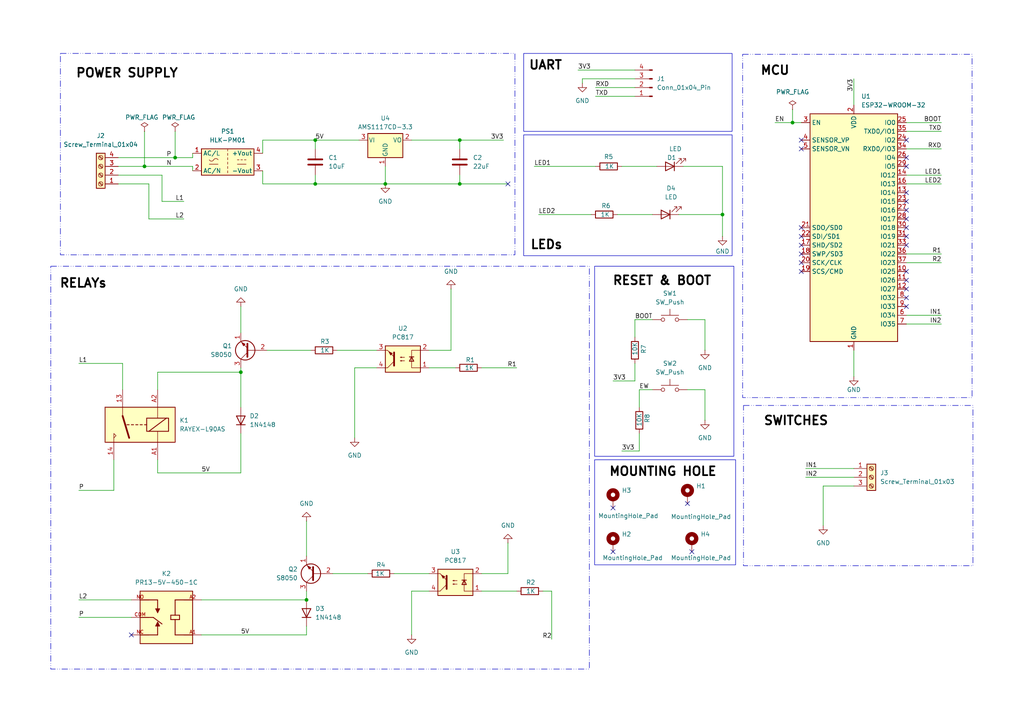
<source format=kicad_sch>
(kicad_sch
	(version 20250114)
	(generator "eeschema")
	(generator_version "9.0")
	(uuid "482cb505-cd2e-410b-a6e2-19195fd3b3c7")
	(paper "A4")
	(title_block
		(title "30 A Home Automation with ESP32")
		(date "2025-12-21")
		(company "IIT DHARWAD")
		(comment 1 "Drawn By :- Er.  Sujit Kumar")
	)
	(lib_symbols
		(symbol "Connector:Conn_01x04_Pin"
			(pin_names
				(offset 1.016)
				(hide yes)
			)
			(exclude_from_sim no)
			(in_bom yes)
			(on_board yes)
			(property "Reference" "J"
				(at 0 5.08 0)
				(effects
					(font
						(size 1.27 1.27)
					)
				)
			)
			(property "Value" "Conn_01x04_Pin"
				(at 0 -7.62 0)
				(effects
					(font
						(size 1.27 1.27)
					)
				)
			)
			(property "Footprint" ""
				(at 0 0 0)
				(effects
					(font
						(size 1.27 1.27)
					)
					(hide yes)
				)
			)
			(property "Datasheet" "~"
				(at 0 0 0)
				(effects
					(font
						(size 1.27 1.27)
					)
					(hide yes)
				)
			)
			(property "Description" "Generic connector, single row, 01x04, script generated"
				(at 0 0 0)
				(effects
					(font
						(size 1.27 1.27)
					)
					(hide yes)
				)
			)
			(property "ki_locked" ""
				(at 0 0 0)
				(effects
					(font
						(size 1.27 1.27)
					)
				)
			)
			(property "ki_keywords" "connector"
				(at 0 0 0)
				(effects
					(font
						(size 1.27 1.27)
					)
					(hide yes)
				)
			)
			(property "ki_fp_filters" "Connector*:*_1x??_*"
				(at 0 0 0)
				(effects
					(font
						(size 1.27 1.27)
					)
					(hide yes)
				)
			)
			(symbol "Conn_01x04_Pin_1_1"
				(rectangle
					(start 0.8636 2.667)
					(end 0 2.413)
					(stroke
						(width 0.1524)
						(type default)
					)
					(fill
						(type outline)
					)
				)
				(rectangle
					(start 0.8636 0.127)
					(end 0 -0.127)
					(stroke
						(width 0.1524)
						(type default)
					)
					(fill
						(type outline)
					)
				)
				(rectangle
					(start 0.8636 -2.413)
					(end 0 -2.667)
					(stroke
						(width 0.1524)
						(type default)
					)
					(fill
						(type outline)
					)
				)
				(rectangle
					(start 0.8636 -4.953)
					(end 0 -5.207)
					(stroke
						(width 0.1524)
						(type default)
					)
					(fill
						(type outline)
					)
				)
				(polyline
					(pts
						(xy 1.27 2.54) (xy 0.8636 2.54)
					)
					(stroke
						(width 0.1524)
						(type default)
					)
					(fill
						(type none)
					)
				)
				(polyline
					(pts
						(xy 1.27 0) (xy 0.8636 0)
					)
					(stroke
						(width 0.1524)
						(type default)
					)
					(fill
						(type none)
					)
				)
				(polyline
					(pts
						(xy 1.27 -2.54) (xy 0.8636 -2.54)
					)
					(stroke
						(width 0.1524)
						(type default)
					)
					(fill
						(type none)
					)
				)
				(polyline
					(pts
						(xy 1.27 -5.08) (xy 0.8636 -5.08)
					)
					(stroke
						(width 0.1524)
						(type default)
					)
					(fill
						(type none)
					)
				)
				(pin passive line
					(at 5.08 2.54 180)
					(length 3.81)
					(name "Pin_1"
						(effects
							(font
								(size 1.27 1.27)
							)
						)
					)
					(number "1"
						(effects
							(font
								(size 1.27 1.27)
							)
						)
					)
				)
				(pin passive line
					(at 5.08 0 180)
					(length 3.81)
					(name "Pin_2"
						(effects
							(font
								(size 1.27 1.27)
							)
						)
					)
					(number "2"
						(effects
							(font
								(size 1.27 1.27)
							)
						)
					)
				)
				(pin passive line
					(at 5.08 -2.54 180)
					(length 3.81)
					(name "Pin_3"
						(effects
							(font
								(size 1.27 1.27)
							)
						)
					)
					(number "3"
						(effects
							(font
								(size 1.27 1.27)
							)
						)
					)
				)
				(pin passive line
					(at 5.08 -5.08 180)
					(length 3.81)
					(name "Pin_4"
						(effects
							(font
								(size 1.27 1.27)
							)
						)
					)
					(number "4"
						(effects
							(font
								(size 1.27 1.27)
							)
						)
					)
				)
			)
			(embedded_fonts no)
		)
		(symbol "Connector:Screw_Terminal_01x03"
			(pin_names
				(offset 1.016)
				(hide yes)
			)
			(exclude_from_sim no)
			(in_bom yes)
			(on_board yes)
			(property "Reference" "J"
				(at 0 5.08 0)
				(effects
					(font
						(size 1.27 1.27)
					)
				)
			)
			(property "Value" "Screw_Terminal_01x03"
				(at 0 -5.08 0)
				(effects
					(font
						(size 1.27 1.27)
					)
				)
			)
			(property "Footprint" ""
				(at 0 0 0)
				(effects
					(font
						(size 1.27 1.27)
					)
					(hide yes)
				)
			)
			(property "Datasheet" "~"
				(at 0 0 0)
				(effects
					(font
						(size 1.27 1.27)
					)
					(hide yes)
				)
			)
			(property "Description" "Generic screw terminal, single row, 01x03, script generated (kicad-library-utils/schlib/autogen/connector/)"
				(at 0 0 0)
				(effects
					(font
						(size 1.27 1.27)
					)
					(hide yes)
				)
			)
			(property "ki_keywords" "screw terminal"
				(at 0 0 0)
				(effects
					(font
						(size 1.27 1.27)
					)
					(hide yes)
				)
			)
			(property "ki_fp_filters" "TerminalBlock*:*"
				(at 0 0 0)
				(effects
					(font
						(size 1.27 1.27)
					)
					(hide yes)
				)
			)
			(symbol "Screw_Terminal_01x03_1_1"
				(rectangle
					(start -1.27 3.81)
					(end 1.27 -3.81)
					(stroke
						(width 0.254)
						(type default)
					)
					(fill
						(type background)
					)
				)
				(polyline
					(pts
						(xy -0.5334 2.8702) (xy 0.3302 2.032)
					)
					(stroke
						(width 0.1524)
						(type default)
					)
					(fill
						(type none)
					)
				)
				(polyline
					(pts
						(xy -0.5334 0.3302) (xy 0.3302 -0.508)
					)
					(stroke
						(width 0.1524)
						(type default)
					)
					(fill
						(type none)
					)
				)
				(polyline
					(pts
						(xy -0.5334 -2.2098) (xy 0.3302 -3.048)
					)
					(stroke
						(width 0.1524)
						(type default)
					)
					(fill
						(type none)
					)
				)
				(polyline
					(pts
						(xy -0.3556 3.048) (xy 0.508 2.2098)
					)
					(stroke
						(width 0.1524)
						(type default)
					)
					(fill
						(type none)
					)
				)
				(polyline
					(pts
						(xy -0.3556 0.508) (xy 0.508 -0.3302)
					)
					(stroke
						(width 0.1524)
						(type default)
					)
					(fill
						(type none)
					)
				)
				(polyline
					(pts
						(xy -0.3556 -2.032) (xy 0.508 -2.8702)
					)
					(stroke
						(width 0.1524)
						(type default)
					)
					(fill
						(type none)
					)
				)
				(circle
					(center 0 2.54)
					(radius 0.635)
					(stroke
						(width 0.1524)
						(type default)
					)
					(fill
						(type none)
					)
				)
				(circle
					(center 0 0)
					(radius 0.635)
					(stroke
						(width 0.1524)
						(type default)
					)
					(fill
						(type none)
					)
				)
				(circle
					(center 0 -2.54)
					(radius 0.635)
					(stroke
						(width 0.1524)
						(type default)
					)
					(fill
						(type none)
					)
				)
				(pin passive line
					(at -5.08 2.54 0)
					(length 3.81)
					(name "Pin_1"
						(effects
							(font
								(size 1.27 1.27)
							)
						)
					)
					(number "1"
						(effects
							(font
								(size 1.27 1.27)
							)
						)
					)
				)
				(pin passive line
					(at -5.08 0 0)
					(length 3.81)
					(name "Pin_2"
						(effects
							(font
								(size 1.27 1.27)
							)
						)
					)
					(number "2"
						(effects
							(font
								(size 1.27 1.27)
							)
						)
					)
				)
				(pin passive line
					(at -5.08 -2.54 0)
					(length 3.81)
					(name "Pin_3"
						(effects
							(font
								(size 1.27 1.27)
							)
						)
					)
					(number "3"
						(effects
							(font
								(size 1.27 1.27)
							)
						)
					)
				)
			)
			(embedded_fonts no)
		)
		(symbol "Connector:Screw_Terminal_01x04"
			(pin_names
				(offset 1.016)
				(hide yes)
			)
			(exclude_from_sim no)
			(in_bom yes)
			(on_board yes)
			(property "Reference" "J"
				(at 0 5.08 0)
				(effects
					(font
						(size 1.27 1.27)
					)
				)
			)
			(property "Value" "Screw_Terminal_01x04"
				(at 0 -7.62 0)
				(effects
					(font
						(size 1.27 1.27)
					)
				)
			)
			(property "Footprint" ""
				(at 0 0 0)
				(effects
					(font
						(size 1.27 1.27)
					)
					(hide yes)
				)
			)
			(property "Datasheet" "~"
				(at 0 0 0)
				(effects
					(font
						(size 1.27 1.27)
					)
					(hide yes)
				)
			)
			(property "Description" "Generic screw terminal, single row, 01x04, script generated (kicad-library-utils/schlib/autogen/connector/)"
				(at 0 0 0)
				(effects
					(font
						(size 1.27 1.27)
					)
					(hide yes)
				)
			)
			(property "ki_keywords" "screw terminal"
				(at 0 0 0)
				(effects
					(font
						(size 1.27 1.27)
					)
					(hide yes)
				)
			)
			(property "ki_fp_filters" "TerminalBlock*:*"
				(at 0 0 0)
				(effects
					(font
						(size 1.27 1.27)
					)
					(hide yes)
				)
			)
			(symbol "Screw_Terminal_01x04_1_1"
				(rectangle
					(start -1.27 3.81)
					(end 1.27 -6.35)
					(stroke
						(width 0.254)
						(type default)
					)
					(fill
						(type background)
					)
				)
				(polyline
					(pts
						(xy -0.5334 2.8702) (xy 0.3302 2.032)
					)
					(stroke
						(width 0.1524)
						(type default)
					)
					(fill
						(type none)
					)
				)
				(polyline
					(pts
						(xy -0.5334 0.3302) (xy 0.3302 -0.508)
					)
					(stroke
						(width 0.1524)
						(type default)
					)
					(fill
						(type none)
					)
				)
				(polyline
					(pts
						(xy -0.5334 -2.2098) (xy 0.3302 -3.048)
					)
					(stroke
						(width 0.1524)
						(type default)
					)
					(fill
						(type none)
					)
				)
				(polyline
					(pts
						(xy -0.5334 -4.7498) (xy 0.3302 -5.588)
					)
					(stroke
						(width 0.1524)
						(type default)
					)
					(fill
						(type none)
					)
				)
				(polyline
					(pts
						(xy -0.3556 3.048) (xy 0.508 2.2098)
					)
					(stroke
						(width 0.1524)
						(type default)
					)
					(fill
						(type none)
					)
				)
				(polyline
					(pts
						(xy -0.3556 0.508) (xy 0.508 -0.3302)
					)
					(stroke
						(width 0.1524)
						(type default)
					)
					(fill
						(type none)
					)
				)
				(polyline
					(pts
						(xy -0.3556 -2.032) (xy 0.508 -2.8702)
					)
					(stroke
						(width 0.1524)
						(type default)
					)
					(fill
						(type none)
					)
				)
				(polyline
					(pts
						(xy -0.3556 -4.572) (xy 0.508 -5.4102)
					)
					(stroke
						(width 0.1524)
						(type default)
					)
					(fill
						(type none)
					)
				)
				(circle
					(center 0 2.54)
					(radius 0.635)
					(stroke
						(width 0.1524)
						(type default)
					)
					(fill
						(type none)
					)
				)
				(circle
					(center 0 0)
					(radius 0.635)
					(stroke
						(width 0.1524)
						(type default)
					)
					(fill
						(type none)
					)
				)
				(circle
					(center 0 -2.54)
					(radius 0.635)
					(stroke
						(width 0.1524)
						(type default)
					)
					(fill
						(type none)
					)
				)
				(circle
					(center 0 -5.08)
					(radius 0.635)
					(stroke
						(width 0.1524)
						(type default)
					)
					(fill
						(type none)
					)
				)
				(pin passive line
					(at -5.08 2.54 0)
					(length 3.81)
					(name "Pin_1"
						(effects
							(font
								(size 1.27 1.27)
							)
						)
					)
					(number "1"
						(effects
							(font
								(size 1.27 1.27)
							)
						)
					)
				)
				(pin passive line
					(at -5.08 0 0)
					(length 3.81)
					(name "Pin_2"
						(effects
							(font
								(size 1.27 1.27)
							)
						)
					)
					(number "2"
						(effects
							(font
								(size 1.27 1.27)
							)
						)
					)
				)
				(pin passive line
					(at -5.08 -2.54 0)
					(length 3.81)
					(name "Pin_3"
						(effects
							(font
								(size 1.27 1.27)
							)
						)
					)
					(number "3"
						(effects
							(font
								(size 1.27 1.27)
							)
						)
					)
				)
				(pin passive line
					(at -5.08 -5.08 0)
					(length 3.81)
					(name "Pin_4"
						(effects
							(font
								(size 1.27 1.27)
							)
						)
					)
					(number "4"
						(effects
							(font
								(size 1.27 1.27)
							)
						)
					)
				)
			)
			(embedded_fonts no)
		)
		(symbol "Converter_ACDC:HLK-PM01"
			(exclude_from_sim no)
			(in_bom yes)
			(on_board yes)
			(property "Reference" "PS"
				(at 0 5.08 0)
				(effects
					(font
						(size 1.27 1.27)
					)
				)
			)
			(property "Value" "HLK-PM01"
				(at 0 -5.08 0)
				(effects
					(font
						(size 1.27 1.27)
					)
				)
			)
			(property "Footprint" "Converter_ACDC:Converter_ACDC_Hi-Link_HLK-PMxx"
				(at 0 -7.62 0)
				(effects
					(font
						(size 1.27 1.27)
					)
					(hide yes)
				)
			)
			(property "Datasheet" "https://h.hlktech.com/download/ACDC%E7%94%B5%E6%BA%90%E6%A8%A1%E5%9D%973W%E7%B3%BB%E5%88%97/1/%E6%B5%B7%E5%87%8C%E7%A7%913W%E7%B3%BB%E5%88%97%E7%94%B5%E6%BA%90%E6%A8%A1%E5%9D%97%E8%A7%84%E6%A0%BC%E4%B9%A6V2.8.pdf"
				(at 10.16 -8.89 0)
				(effects
					(font
						(size 1.27 1.27)
					)
					(hide yes)
				)
			)
			(property "Description" "Compact AC/DC board mount power module 3W 5V"
				(at 0 0 0)
				(effects
					(font
						(size 1.27 1.27)
					)
					(hide yes)
				)
			)
			(property "ki_keywords" "AC/DC module power supply"
				(at 0 0 0)
				(effects
					(font
						(size 1.27 1.27)
					)
					(hide yes)
				)
			)
			(property "ki_fp_filters" "Converter*ACDC*Hi?Link*HLK?PM*"
				(at 0 0 0)
				(effects
					(font
						(size 1.27 1.27)
					)
					(hide yes)
				)
			)
			(symbol "HLK-PM01_0_1"
				(rectangle
					(start -7.62 3.81)
					(end 7.62 -3.81)
					(stroke
						(width 0.254)
						(type default)
					)
					(fill
						(type background)
					)
				)
				(polyline
					(pts
						(xy -5.334 -0.635) (xy -2.794 -0.635)
					)
					(stroke
						(width 0)
						(type default)
					)
					(fill
						(type none)
					)
				)
				(arc
					(start -4.064 0.635)
					(mid -4.699 0.2495)
					(end -5.334 0.635)
					(stroke
						(width 0)
						(type default)
					)
					(fill
						(type none)
					)
				)
				(arc
					(start -4.064 0.635)
					(mid -3.429 1.0072)
					(end -2.794 0.635)
					(stroke
						(width 0)
						(type default)
					)
					(fill
						(type none)
					)
				)
				(polyline
					(pts
						(xy 0 3.81) (xy 0 3.175)
					)
					(stroke
						(width 0)
						(type default)
					)
					(fill
						(type none)
					)
				)
				(polyline
					(pts
						(xy 0 2.54) (xy 0 1.905)
					)
					(stroke
						(width 0)
						(type default)
					)
					(fill
						(type none)
					)
				)
				(polyline
					(pts
						(xy 0 1.27) (xy 0 0.635)
					)
					(stroke
						(width 0)
						(type default)
					)
					(fill
						(type none)
					)
				)
				(polyline
					(pts
						(xy 0 0) (xy 0 -0.635)
					)
					(stroke
						(width 0)
						(type default)
					)
					(fill
						(type none)
					)
				)
				(polyline
					(pts
						(xy 0 -1.27) (xy 0 -1.905)
					)
					(stroke
						(width 0)
						(type default)
					)
					(fill
						(type none)
					)
				)
				(polyline
					(pts
						(xy 0 -2.54) (xy 0 -3.175)
					)
					(stroke
						(width 0)
						(type default)
					)
					(fill
						(type none)
					)
				)
				(polyline
					(pts
						(xy 2.794 0.635) (xy 3.302 0.635)
					)
					(stroke
						(width 0)
						(type default)
					)
					(fill
						(type none)
					)
				)
				(polyline
					(pts
						(xy 2.794 -0.635) (xy 5.334 -0.635)
					)
					(stroke
						(width 0)
						(type default)
					)
					(fill
						(type none)
					)
				)
				(polyline
					(pts
						(xy 3.81 0.635) (xy 4.318 0.635)
					)
					(stroke
						(width 0)
						(type default)
					)
					(fill
						(type none)
					)
				)
				(polyline
					(pts
						(xy 4.826 0.635) (xy 5.334 0.635)
					)
					(stroke
						(width 0)
						(type default)
					)
					(fill
						(type none)
					)
				)
			)
			(symbol "HLK-PM01_1_1"
				(pin power_in line
					(at -10.16 2.54 0)
					(length 2.54)
					(name "AC/L"
						(effects
							(font
								(size 1.27 1.27)
							)
						)
					)
					(number "1"
						(effects
							(font
								(size 1.27 1.27)
							)
						)
					)
				)
				(pin power_in line
					(at -10.16 -2.54 0)
					(length 2.54)
					(name "AC/N"
						(effects
							(font
								(size 1.27 1.27)
							)
						)
					)
					(number "2"
						(effects
							(font
								(size 1.27 1.27)
							)
						)
					)
				)
				(pin power_out line
					(at 10.16 2.54 180)
					(length 2.54)
					(name "+Vout"
						(effects
							(font
								(size 1.27 1.27)
							)
						)
					)
					(number "4"
						(effects
							(font
								(size 1.27 1.27)
							)
						)
					)
				)
				(pin power_out line
					(at 10.16 -2.54 180)
					(length 2.54)
					(name "-Vout"
						(effects
							(font
								(size 1.27 1.27)
							)
						)
					)
					(number "3"
						(effects
							(font
								(size 1.27 1.27)
							)
						)
					)
				)
			)
			(embedded_fonts no)
		)
		(symbol "Device:C"
			(pin_numbers
				(hide yes)
			)
			(pin_names
				(offset 0.254)
			)
			(exclude_from_sim no)
			(in_bom yes)
			(on_board yes)
			(property "Reference" "C"
				(at 0.635 2.54 0)
				(effects
					(font
						(size 1.27 1.27)
					)
					(justify left)
				)
			)
			(property "Value" "C"
				(at 0.635 -2.54 0)
				(effects
					(font
						(size 1.27 1.27)
					)
					(justify left)
				)
			)
			(property "Footprint" ""
				(at 0.9652 -3.81 0)
				(effects
					(font
						(size 1.27 1.27)
					)
					(hide yes)
				)
			)
			(property "Datasheet" "~"
				(at 0 0 0)
				(effects
					(font
						(size 1.27 1.27)
					)
					(hide yes)
				)
			)
			(property "Description" "Unpolarized capacitor"
				(at 0 0 0)
				(effects
					(font
						(size 1.27 1.27)
					)
					(hide yes)
				)
			)
			(property "ki_keywords" "cap capacitor"
				(at 0 0 0)
				(effects
					(font
						(size 1.27 1.27)
					)
					(hide yes)
				)
			)
			(property "ki_fp_filters" "C_*"
				(at 0 0 0)
				(effects
					(font
						(size 1.27 1.27)
					)
					(hide yes)
				)
			)
			(symbol "C_0_1"
				(polyline
					(pts
						(xy -2.032 0.762) (xy 2.032 0.762)
					)
					(stroke
						(width 0.508)
						(type default)
					)
					(fill
						(type none)
					)
				)
				(polyline
					(pts
						(xy -2.032 -0.762) (xy 2.032 -0.762)
					)
					(stroke
						(width 0.508)
						(type default)
					)
					(fill
						(type none)
					)
				)
			)
			(symbol "C_1_1"
				(pin passive line
					(at 0 3.81 270)
					(length 2.794)
					(name "~"
						(effects
							(font
								(size 1.27 1.27)
							)
						)
					)
					(number "1"
						(effects
							(font
								(size 1.27 1.27)
							)
						)
					)
				)
				(pin passive line
					(at 0 -3.81 90)
					(length 2.794)
					(name "~"
						(effects
							(font
								(size 1.27 1.27)
							)
						)
					)
					(number "2"
						(effects
							(font
								(size 1.27 1.27)
							)
						)
					)
				)
			)
			(embedded_fonts no)
		)
		(symbol "Device:LED"
			(pin_numbers
				(hide yes)
			)
			(pin_names
				(offset 1.016)
				(hide yes)
			)
			(exclude_from_sim no)
			(in_bom yes)
			(on_board yes)
			(property "Reference" "D"
				(at 0 2.54 0)
				(effects
					(font
						(size 1.27 1.27)
					)
				)
			)
			(property "Value" "LED"
				(at 0 -2.54 0)
				(effects
					(font
						(size 1.27 1.27)
					)
				)
			)
			(property "Footprint" ""
				(at 0 0 0)
				(effects
					(font
						(size 1.27 1.27)
					)
					(hide yes)
				)
			)
			(property "Datasheet" "~"
				(at 0 0 0)
				(effects
					(font
						(size 1.27 1.27)
					)
					(hide yes)
				)
			)
			(property "Description" "Light emitting diode"
				(at 0 0 0)
				(effects
					(font
						(size 1.27 1.27)
					)
					(hide yes)
				)
			)
			(property "Sim.Pins" "1=K 2=A"
				(at 0 0 0)
				(effects
					(font
						(size 1.27 1.27)
					)
					(hide yes)
				)
			)
			(property "ki_keywords" "LED diode"
				(at 0 0 0)
				(effects
					(font
						(size 1.27 1.27)
					)
					(hide yes)
				)
			)
			(property "ki_fp_filters" "LED* LED_SMD:* LED_THT:*"
				(at 0 0 0)
				(effects
					(font
						(size 1.27 1.27)
					)
					(hide yes)
				)
			)
			(symbol "LED_0_1"
				(polyline
					(pts
						(xy -3.048 -0.762) (xy -4.572 -2.286) (xy -3.81 -2.286) (xy -4.572 -2.286) (xy -4.572 -1.524)
					)
					(stroke
						(width 0)
						(type default)
					)
					(fill
						(type none)
					)
				)
				(polyline
					(pts
						(xy -1.778 -0.762) (xy -3.302 -2.286) (xy -2.54 -2.286) (xy -3.302 -2.286) (xy -3.302 -1.524)
					)
					(stroke
						(width 0)
						(type default)
					)
					(fill
						(type none)
					)
				)
				(polyline
					(pts
						(xy -1.27 0) (xy 1.27 0)
					)
					(stroke
						(width 0)
						(type default)
					)
					(fill
						(type none)
					)
				)
				(polyline
					(pts
						(xy -1.27 -1.27) (xy -1.27 1.27)
					)
					(stroke
						(width 0.254)
						(type default)
					)
					(fill
						(type none)
					)
				)
				(polyline
					(pts
						(xy 1.27 -1.27) (xy 1.27 1.27) (xy -1.27 0) (xy 1.27 -1.27)
					)
					(stroke
						(width 0.254)
						(type default)
					)
					(fill
						(type none)
					)
				)
			)
			(symbol "LED_1_1"
				(pin passive line
					(at -3.81 0 0)
					(length 2.54)
					(name "K"
						(effects
							(font
								(size 1.27 1.27)
							)
						)
					)
					(number "1"
						(effects
							(font
								(size 1.27 1.27)
							)
						)
					)
				)
				(pin passive line
					(at 3.81 0 180)
					(length 2.54)
					(name "A"
						(effects
							(font
								(size 1.27 1.27)
							)
						)
					)
					(number "2"
						(effects
							(font
								(size 1.27 1.27)
							)
						)
					)
				)
			)
			(embedded_fonts no)
		)
		(symbol "Device:R"
			(pin_numbers
				(hide yes)
			)
			(pin_names
				(offset 0)
			)
			(exclude_from_sim no)
			(in_bom yes)
			(on_board yes)
			(property "Reference" "R"
				(at 2.032 0 90)
				(effects
					(font
						(size 1.27 1.27)
					)
				)
			)
			(property "Value" "R"
				(at 0 0 90)
				(effects
					(font
						(size 1.27 1.27)
					)
				)
			)
			(property "Footprint" ""
				(at -1.778 0 90)
				(effects
					(font
						(size 1.27 1.27)
					)
					(hide yes)
				)
			)
			(property "Datasheet" "~"
				(at 0 0 0)
				(effects
					(font
						(size 1.27 1.27)
					)
					(hide yes)
				)
			)
			(property "Description" "Resistor"
				(at 0 0 0)
				(effects
					(font
						(size 1.27 1.27)
					)
					(hide yes)
				)
			)
			(property "ki_keywords" "R res resistor"
				(at 0 0 0)
				(effects
					(font
						(size 1.27 1.27)
					)
					(hide yes)
				)
			)
			(property "ki_fp_filters" "R_*"
				(at 0 0 0)
				(effects
					(font
						(size 1.27 1.27)
					)
					(hide yes)
				)
			)
			(symbol "R_0_1"
				(rectangle
					(start -1.016 -2.54)
					(end 1.016 2.54)
					(stroke
						(width 0.254)
						(type default)
					)
					(fill
						(type none)
					)
				)
			)
			(symbol "R_1_1"
				(pin passive line
					(at 0 3.81 270)
					(length 1.27)
					(name "~"
						(effects
							(font
								(size 1.27 1.27)
							)
						)
					)
					(number "1"
						(effects
							(font
								(size 1.27 1.27)
							)
						)
					)
				)
				(pin passive line
					(at 0 -3.81 90)
					(length 1.27)
					(name "~"
						(effects
							(font
								(size 1.27 1.27)
							)
						)
					)
					(number "2"
						(effects
							(font
								(size 1.27 1.27)
							)
						)
					)
				)
			)
			(embedded_fonts no)
		)
		(symbol "Diode:1N4148"
			(pin_numbers
				(hide yes)
			)
			(pin_names
				(hide yes)
			)
			(exclude_from_sim no)
			(in_bom yes)
			(on_board yes)
			(property "Reference" "D"
				(at 0 2.54 0)
				(effects
					(font
						(size 1.27 1.27)
					)
				)
			)
			(property "Value" "1N4148"
				(at 0 -2.54 0)
				(effects
					(font
						(size 1.27 1.27)
					)
				)
			)
			(property "Footprint" "Diode_THT:D_DO-35_SOD27_P7.62mm_Horizontal"
				(at 0 0 0)
				(effects
					(font
						(size 1.27 1.27)
					)
					(hide yes)
				)
			)
			(property "Datasheet" "https://assets.nexperia.com/documents/data-sheet/1N4148_1N4448.pdf"
				(at 0 0 0)
				(effects
					(font
						(size 1.27 1.27)
					)
					(hide yes)
				)
			)
			(property "Description" "100V 0.15A standard switching diode, DO-35"
				(at 0 0 0)
				(effects
					(font
						(size 1.27 1.27)
					)
					(hide yes)
				)
			)
			(property "Sim.Device" "D"
				(at 0 0 0)
				(effects
					(font
						(size 1.27 1.27)
					)
					(hide yes)
				)
			)
			(property "Sim.Pins" "1=K 2=A"
				(at 0 0 0)
				(effects
					(font
						(size 1.27 1.27)
					)
					(hide yes)
				)
			)
			(property "ki_keywords" "diode"
				(at 0 0 0)
				(effects
					(font
						(size 1.27 1.27)
					)
					(hide yes)
				)
			)
			(property "ki_fp_filters" "D*DO?35*"
				(at 0 0 0)
				(effects
					(font
						(size 1.27 1.27)
					)
					(hide yes)
				)
			)
			(symbol "1N4148_0_1"
				(polyline
					(pts
						(xy -1.27 1.27) (xy -1.27 -1.27)
					)
					(stroke
						(width 0.254)
						(type default)
					)
					(fill
						(type none)
					)
				)
				(polyline
					(pts
						(xy 1.27 1.27) (xy 1.27 -1.27) (xy -1.27 0) (xy 1.27 1.27)
					)
					(stroke
						(width 0.254)
						(type default)
					)
					(fill
						(type none)
					)
				)
				(polyline
					(pts
						(xy 1.27 0) (xy -1.27 0)
					)
					(stroke
						(width 0)
						(type default)
					)
					(fill
						(type none)
					)
				)
			)
			(symbol "1N4148_1_1"
				(pin passive line
					(at -3.81 0 0)
					(length 2.54)
					(name "K"
						(effects
							(font
								(size 1.27 1.27)
							)
						)
					)
					(number "1"
						(effects
							(font
								(size 1.27 1.27)
							)
						)
					)
				)
				(pin passive line
					(at 3.81 0 180)
					(length 2.54)
					(name "A"
						(effects
							(font
								(size 1.27 1.27)
							)
						)
					)
					(number "2"
						(effects
							(font
								(size 1.27 1.27)
							)
						)
					)
				)
			)
			(embedded_fonts no)
		)
		(symbol "Isolator:PC817"
			(pin_names
				(offset 1.016)
			)
			(exclude_from_sim no)
			(in_bom yes)
			(on_board yes)
			(property "Reference" "U"
				(at -5.08 5.08 0)
				(effects
					(font
						(size 1.27 1.27)
					)
					(justify left)
				)
			)
			(property "Value" "PC817"
				(at 0 5.08 0)
				(effects
					(font
						(size 1.27 1.27)
					)
					(justify left)
				)
			)
			(property "Footprint" "Package_DIP:DIP-4_W7.62mm"
				(at -5.08 -5.08 0)
				(effects
					(font
						(size 1.27 1.27)
						(italic yes)
					)
					(justify left)
					(hide yes)
				)
			)
			(property "Datasheet" "http://www.soselectronic.cz/a_info/resource/d/pc817.pdf"
				(at 0 0 0)
				(effects
					(font
						(size 1.27 1.27)
					)
					(justify left)
					(hide yes)
				)
			)
			(property "Description" "DC Optocoupler, Vce 35V, CTR 50-300%, DIP-4"
				(at 0 0 0)
				(effects
					(font
						(size 1.27 1.27)
					)
					(hide yes)
				)
			)
			(property "ki_keywords" "NPN DC Optocoupler"
				(at 0 0 0)
				(effects
					(font
						(size 1.27 1.27)
					)
					(hide yes)
				)
			)
			(property "ki_fp_filters" "DIP*W7.62mm*"
				(at 0 0 0)
				(effects
					(font
						(size 1.27 1.27)
					)
					(hide yes)
				)
			)
			(symbol "PC817_0_1"
				(rectangle
					(start -5.08 3.81)
					(end 5.08 -3.81)
					(stroke
						(width 0.254)
						(type default)
					)
					(fill
						(type background)
					)
				)
				(polyline
					(pts
						(xy -5.08 2.54) (xy -2.54 2.54) (xy -2.54 -0.635)
					)
					(stroke
						(width 0)
						(type default)
					)
					(fill
						(type none)
					)
				)
				(polyline
					(pts
						(xy -3.175 -0.635) (xy -1.905 -0.635)
					)
					(stroke
						(width 0.254)
						(type default)
					)
					(fill
						(type none)
					)
				)
				(polyline
					(pts
						(xy -2.54 -0.635) (xy -2.54 -2.54) (xy -5.08 -2.54)
					)
					(stroke
						(width 0)
						(type default)
					)
					(fill
						(type none)
					)
				)
				(polyline
					(pts
						(xy -2.54 -0.635) (xy -3.175 0.635) (xy -1.905 0.635) (xy -2.54 -0.635)
					)
					(stroke
						(width 0.254)
						(type default)
					)
					(fill
						(type none)
					)
				)
				(polyline
					(pts
						(xy -0.508 0.508) (xy 0.762 0.508) (xy 0.381 0.381) (xy 0.381 0.635) (xy 0.762 0.508)
					)
					(stroke
						(width 0)
						(type default)
					)
					(fill
						(type none)
					)
				)
				(polyline
					(pts
						(xy -0.508 -0.508) (xy 0.762 -0.508) (xy 0.381 -0.635) (xy 0.381 -0.381) (xy 0.762 -0.508)
					)
					(stroke
						(width 0)
						(type default)
					)
					(fill
						(type none)
					)
				)
				(polyline
					(pts
						(xy 2.54 1.905) (xy 2.54 -1.905)
					)
					(stroke
						(width 0.508)
						(type default)
					)
					(fill
						(type none)
					)
				)
				(polyline
					(pts
						(xy 2.54 0.635) (xy 4.445 2.54)
					)
					(stroke
						(width 0)
						(type default)
					)
					(fill
						(type none)
					)
				)
				(polyline
					(pts
						(xy 3.048 -1.651) (xy 3.556 -1.143) (xy 4.064 -2.159) (xy 3.048 -1.651)
					)
					(stroke
						(width 0)
						(type default)
					)
					(fill
						(type outline)
					)
				)
				(polyline
					(pts
						(xy 4.445 2.54) (xy 5.08 2.54)
					)
					(stroke
						(width 0)
						(type default)
					)
					(fill
						(type none)
					)
				)
				(polyline
					(pts
						(xy 4.445 -2.54) (xy 2.54 -0.635)
					)
					(stroke
						(width 0)
						(type default)
					)
					(fill
						(type outline)
					)
				)
				(polyline
					(pts
						(xy 4.445 -2.54) (xy 5.08 -2.54)
					)
					(stroke
						(width 0)
						(type default)
					)
					(fill
						(type none)
					)
				)
			)
			(symbol "PC817_1_1"
				(pin passive line
					(at -7.62 2.54 0)
					(length 2.54)
					(name "~"
						(effects
							(font
								(size 1.27 1.27)
							)
						)
					)
					(number "1"
						(effects
							(font
								(size 1.27 1.27)
							)
						)
					)
				)
				(pin passive line
					(at -7.62 -2.54 0)
					(length 2.54)
					(name "~"
						(effects
							(font
								(size 1.27 1.27)
							)
						)
					)
					(number "2"
						(effects
							(font
								(size 1.27 1.27)
							)
						)
					)
				)
				(pin passive line
					(at 7.62 2.54 180)
					(length 2.54)
					(name "~"
						(effects
							(font
								(size 1.27 1.27)
							)
						)
					)
					(number "4"
						(effects
							(font
								(size 1.27 1.27)
							)
						)
					)
				)
				(pin passive line
					(at 7.62 -2.54 180)
					(length 2.54)
					(name "~"
						(effects
							(font
								(size 1.27 1.27)
							)
						)
					)
					(number "3"
						(effects
							(font
								(size 1.27 1.27)
							)
						)
					)
				)
			)
			(embedded_fonts no)
		)
		(symbol "Mechanical:MountingHole_Pad"
			(pin_numbers
				(hide yes)
			)
			(pin_names
				(offset 1.016)
				(hide yes)
			)
			(exclude_from_sim no)
			(in_bom no)
			(on_board yes)
			(property "Reference" "H"
				(at 0 6.35 0)
				(effects
					(font
						(size 1.27 1.27)
					)
				)
			)
			(property "Value" "MountingHole_Pad"
				(at 0 4.445 0)
				(effects
					(font
						(size 1.27 1.27)
					)
				)
			)
			(property "Footprint" ""
				(at 0 0 0)
				(effects
					(font
						(size 1.27 1.27)
					)
					(hide yes)
				)
			)
			(property "Datasheet" "~"
				(at 0 0 0)
				(effects
					(font
						(size 1.27 1.27)
					)
					(hide yes)
				)
			)
			(property "Description" "Mounting Hole with connection"
				(at 0 0 0)
				(effects
					(font
						(size 1.27 1.27)
					)
					(hide yes)
				)
			)
			(property "ki_keywords" "mounting hole"
				(at 0 0 0)
				(effects
					(font
						(size 1.27 1.27)
					)
					(hide yes)
				)
			)
			(property "ki_fp_filters" "MountingHole*Pad*"
				(at 0 0 0)
				(effects
					(font
						(size 1.27 1.27)
					)
					(hide yes)
				)
			)
			(symbol "MountingHole_Pad_0_1"
				(circle
					(center 0 1.27)
					(radius 1.27)
					(stroke
						(width 1.27)
						(type default)
					)
					(fill
						(type none)
					)
				)
			)
			(symbol "MountingHole_Pad_1_1"
				(pin input line
					(at 0 -2.54 90)
					(length 2.54)
					(name "1"
						(effects
							(font
								(size 1.27 1.27)
							)
						)
					)
					(number "1"
						(effects
							(font
								(size 1.27 1.27)
							)
						)
					)
				)
			)
			(embedded_fonts no)
		)
		(symbol "PR13-5V-450-1C:PR13-5V-450-1C"
			(pin_names
				(offset 1.016)
			)
			(exclude_from_sim no)
			(in_bom yes)
			(on_board yes)
			(property "Reference" "K"
				(at -7.62 8.89 0)
				(effects
					(font
						(size 1.27 1.27)
					)
					(justify left bottom)
				)
			)
			(property "Value" "PR13-5V-450-1C"
				(at -7.62 -10.16 0)
				(effects
					(font
						(size 1.27 1.27)
					)
					(justify left bottom)
				)
			)
			(property "Footprint" "PR13-5V-450-1C:RELAY_PR13-5V-450-1C"
				(at 0 0 0)
				(effects
					(font
						(size 1.27 1.27)
					)
					(justify bottom)
					(hide yes)
				)
			)
			(property "Datasheet" ""
				(at 0 0 0)
				(effects
					(font
						(size 1.27 1.27)
					)
					(hide yes)
				)
			)
			(property "Description" ""
				(at 0 0 0)
				(effects
					(font
						(size 1.27 1.27)
					)
					(hide yes)
				)
			)
			(property "MF" "Same Sky"
				(at 0 0 0)
				(effects
					(font
						(size 1.27 1.27)
					)
					(justify bottom)
					(hide yes)
				)
			)
			(property "MAXIMUM_PACKAGE_HEIGHT" "16.1mm"
				(at 0 0 0)
				(effects
					(font
						(size 1.27 1.27)
					)
					(justify bottom)
					(hide yes)
				)
			)
			(property "Package" "None"
				(at 0 0 0)
				(effects
					(font
						(size 1.27 1.27)
					)
					(justify bottom)
					(hide yes)
				)
			)
			(property "Price" "None"
				(at 0 0 0)
				(effects
					(font
						(size 1.27 1.27)
					)
					(justify bottom)
					(hide yes)
				)
			)
			(property "Check_prices" "https://www.snapeda.com/parts/PR13-5V-450-1C/Same+Sky/view-part/?ref=eda"
				(at 0 0 0)
				(effects
					(font
						(size 1.27 1.27)
					)
					(justify bottom)
					(hide yes)
				)
			)
			(property "STANDARD" "Manufacturer Recommendations"
				(at 0 0 0)
				(effects
					(font
						(size 1.27 1.27)
					)
					(justify bottom)
					(hide yes)
				)
			)
			(property "PARTREV" "1.0"
				(at 0 0 0)
				(effects
					(font
						(size 1.27 1.27)
					)
					(justify bottom)
					(hide yes)
				)
			)
			(property "SnapEDA_Link" "https://www.snapeda.com/parts/PR13-5V-450-1C/Same+Sky/view-part/?ref=snap"
				(at 0 0 0)
				(effects
					(font
						(size 1.27 1.27)
					)
					(justify bottom)
					(hide yes)
				)
			)
			(property "MP" "PR13-5V-450-1C"
				(at 0 0 0)
				(effects
					(font
						(size 1.27 1.27)
					)
					(justify bottom)
					(hide yes)
				)
			)
			(property "Description_1" "19 x 15.5 x 15.8 mm, 5 V, 10 A, SPDT (1 Form C), Power Relay"
				(at 0 0 0)
				(effects
					(font
						(size 1.27 1.27)
					)
					(justify bottom)
					(hide yes)
				)
			)
			(property "SNAPEDA_PN" "PR12-5V-360-1C"
				(at 0 0 0)
				(effects
					(font
						(size 1.27 1.27)
					)
					(justify bottom)
					(hide yes)
				)
			)
			(property "Availability" "In Stock"
				(at 0 0 0)
				(effects
					(font
						(size 1.27 1.27)
					)
					(justify bottom)
					(hide yes)
				)
			)
			(property "MANUFACTURER" "CUI devices"
				(at 0 0 0)
				(effects
					(font
						(size 1.27 1.27)
					)
					(justify bottom)
					(hide yes)
				)
			)
			(symbol "PR13-5V-450-1C_0_0"
				(polyline
					(pts
						(xy -7.62 5.08) (xy -2.54 5.08)
					)
					(stroke
						(width 0.254)
						(type default)
					)
					(fill
						(type none)
					)
				)
				(polyline
					(pts
						(xy -7.62 -5.08) (xy -2.54 -5.08)
					)
					(stroke
						(width 0.254)
						(type default)
					)
					(fill
						(type none)
					)
				)
				(rectangle
					(start -7.62 -7.62)
					(end 7.62 7.62)
					(stroke
						(width 0.254)
						(type default)
					)
					(fill
						(type background)
					)
				)
				(polyline
					(pts
						(xy -3.81 0.635) (xy -2.54 0.635)
					)
					(stroke
						(width 0.254)
						(type default)
					)
					(fill
						(type none)
					)
				)
				(polyline
					(pts
						(xy -3.81 -0.635) (xy -3.81 0.635)
					)
					(stroke
						(width 0.254)
						(type default)
					)
					(fill
						(type none)
					)
				)
				(polyline
					(pts
						(xy -2.54 5.08) (xy -2.54 0.635)
					)
					(stroke
						(width 0.254)
						(type default)
					)
					(fill
						(type none)
					)
				)
				(polyline
					(pts
						(xy -2.54 0.635) (xy -1.27 0.635)
					)
					(stroke
						(width 0.254)
						(type default)
					)
					(fill
						(type none)
					)
				)
				(polyline
					(pts
						(xy -2.54 -0.635) (xy -3.81 -0.635)
					)
					(stroke
						(width 0.254)
						(type default)
					)
					(fill
						(type none)
					)
				)
				(polyline
					(pts
						(xy -2.54 -0.635) (xy -2.54 -5.08)
					)
					(stroke
						(width 0.254)
						(type default)
					)
					(fill
						(type none)
					)
				)
				(polyline
					(pts
						(xy -1.27 0.635) (xy -1.27 -0.635)
					)
					(stroke
						(width 0.254)
						(type default)
					)
					(fill
						(type none)
					)
				)
				(polyline
					(pts
						(xy -1.27 -0.635) (xy -2.54 -0.635)
					)
					(stroke
						(width 0.254)
						(type default)
					)
					(fill
						(type none)
					)
				)
				(polyline
					(pts
						(xy 1.905 -2.54) (xy 3.175 -2.54) (xy 2.54 -1.27) (xy 1.905 -2.54)
					)
					(stroke
						(width 0.1524)
						(type default)
					)
					(fill
						(type outline)
					)
				)
				(polyline
					(pts
						(xy 2.54 5.08) (xy 2.54 2.54)
					)
					(stroke
						(width 0.254)
						(type default)
					)
					(fill
						(type none)
					)
				)
				(polyline
					(pts
						(xy 2.54 5.08) (xy 7.62 5.08)
					)
					(stroke
						(width 0.254)
						(type default)
					)
					(fill
						(type none)
					)
				)
				(polyline
					(pts
						(xy 2.54 -5.08) (xy 2.54 -2.54)
					)
					(stroke
						(width 0.254)
						(type default)
					)
					(fill
						(type none)
					)
				)
				(polyline
					(pts
						(xy 3.175 2.54) (xy 1.905 2.54) (xy 2.54 1.27) (xy 3.175 2.54)
					)
					(stroke
						(width 0.1524)
						(type default)
					)
					(fill
						(type outline)
					)
				)
				(polyline
					(pts
						(xy 3.81 0) (xy 1.27 1.905)
					)
					(stroke
						(width 0.254)
						(type default)
					)
					(fill
						(type none)
					)
				)
				(polyline
					(pts
						(xy 7.62 0) (xy 3.81 0)
					)
					(stroke
						(width 0.254)
						(type default)
					)
					(fill
						(type none)
					)
				)
				(polyline
					(pts
						(xy 7.62 -5.08) (xy 2.54 -5.08)
					)
					(stroke
						(width 0.254)
						(type default)
					)
					(fill
						(type none)
					)
				)
				(pin passive line
					(at -10.16 5.08 0)
					(length 5.08)
					(name "~"
						(effects
							(font
								(size 1.016 1.016)
							)
						)
					)
					(number "A1"
						(effects
							(font
								(size 1.016 1.016)
							)
						)
					)
				)
				(pin passive line
					(at -10.16 -5.08 0)
					(length 5.08)
					(name "~"
						(effects
							(font
								(size 1.016 1.016)
							)
						)
					)
					(number "A2"
						(effects
							(font
								(size 1.016 1.016)
							)
						)
					)
				)
				(pin passive line
					(at 10.16 5.08 180)
					(length 5.08)
					(name "~"
						(effects
							(font
								(size 1.016 1.016)
							)
						)
					)
					(number "NC"
						(effects
							(font
								(size 1.016 1.016)
							)
						)
					)
				)
				(pin passive line
					(at 10.16 0 180)
					(length 5.08)
					(name "~"
						(effects
							(font
								(size 1.016 1.016)
							)
						)
					)
					(number "COM"
						(effects
							(font
								(size 1.016 1.016)
							)
						)
					)
				)
				(pin passive line
					(at 10.16 -5.08 180)
					(length 5.08)
					(name "~"
						(effects
							(font
								(size 1.016 1.016)
							)
						)
					)
					(number "NO"
						(effects
							(font
								(size 1.016 1.016)
							)
						)
					)
				)
			)
			(embedded_fonts no)
		)
		(symbol "RF_Module:ESP32-WROOM-32"
			(exclude_from_sim no)
			(in_bom yes)
			(on_board yes)
			(property "Reference" "U"
				(at -12.7 34.29 0)
				(effects
					(font
						(size 1.27 1.27)
					)
					(justify left)
				)
			)
			(property "Value" "ESP32-WROOM-32"
				(at 1.27 34.29 0)
				(effects
					(font
						(size 1.27 1.27)
					)
					(justify left)
				)
			)
			(property "Footprint" "RF_Module:ESP32-WROOM-32"
				(at 0 -38.1 0)
				(effects
					(font
						(size 1.27 1.27)
					)
					(hide yes)
				)
			)
			(property "Datasheet" "https://www.espressif.com/sites/default/files/documentation/esp32-wroom-32_datasheet_en.pdf"
				(at -7.62 1.27 0)
				(effects
					(font
						(size 1.27 1.27)
					)
					(hide yes)
				)
			)
			(property "Description" "RF Module, ESP32-D0WDQ6 SoC, Wi-Fi 802.11b/g/n, Bluetooth, BLE, 32-bit, 2.7-3.6V, onboard antenna, SMD"
				(at 0 0 0)
				(effects
					(font
						(size 1.27 1.27)
					)
					(hide yes)
				)
			)
			(property "ki_keywords" "RF Radio BT ESP ESP32 Espressif onboard PCB antenna"
				(at 0 0 0)
				(effects
					(font
						(size 1.27 1.27)
					)
					(hide yes)
				)
			)
			(property "ki_fp_filters" "ESP32?WROOM?32*"
				(at 0 0 0)
				(effects
					(font
						(size 1.27 1.27)
					)
					(hide yes)
				)
			)
			(symbol "ESP32-WROOM-32_0_1"
				(rectangle
					(start -12.7 33.02)
					(end 12.7 -33.02)
					(stroke
						(width 0.254)
						(type default)
					)
					(fill
						(type background)
					)
				)
			)
			(symbol "ESP32-WROOM-32_1_1"
				(pin input line
					(at -15.24 30.48 0)
					(length 2.54)
					(name "EN"
						(effects
							(font
								(size 1.27 1.27)
							)
						)
					)
					(number "3"
						(effects
							(font
								(size 1.27 1.27)
							)
						)
					)
				)
				(pin input line
					(at -15.24 25.4 0)
					(length 2.54)
					(name "SENSOR_VP"
						(effects
							(font
								(size 1.27 1.27)
							)
						)
					)
					(number "4"
						(effects
							(font
								(size 1.27 1.27)
							)
						)
					)
				)
				(pin input line
					(at -15.24 22.86 0)
					(length 2.54)
					(name "SENSOR_VN"
						(effects
							(font
								(size 1.27 1.27)
							)
						)
					)
					(number "5"
						(effects
							(font
								(size 1.27 1.27)
							)
						)
					)
				)
				(pin bidirectional line
					(at -15.24 0 0)
					(length 2.54)
					(name "SDO/SD0"
						(effects
							(font
								(size 1.27 1.27)
							)
						)
					)
					(number "21"
						(effects
							(font
								(size 1.27 1.27)
							)
						)
					)
				)
				(pin bidirectional line
					(at -15.24 -2.54 0)
					(length 2.54)
					(name "SDI/SD1"
						(effects
							(font
								(size 1.27 1.27)
							)
						)
					)
					(number "22"
						(effects
							(font
								(size 1.27 1.27)
							)
						)
					)
				)
				(pin bidirectional line
					(at -15.24 -5.08 0)
					(length 2.54)
					(name "SHD/SD2"
						(effects
							(font
								(size 1.27 1.27)
							)
						)
					)
					(number "17"
						(effects
							(font
								(size 1.27 1.27)
							)
						)
					)
				)
				(pin bidirectional line
					(at -15.24 -7.62 0)
					(length 2.54)
					(name "SWP/SD3"
						(effects
							(font
								(size 1.27 1.27)
							)
						)
					)
					(number "18"
						(effects
							(font
								(size 1.27 1.27)
							)
						)
					)
				)
				(pin bidirectional line
					(at -15.24 -10.16 0)
					(length 2.54)
					(name "SCK/CLK"
						(effects
							(font
								(size 1.27 1.27)
							)
						)
					)
					(number "20"
						(effects
							(font
								(size 1.27 1.27)
							)
						)
					)
				)
				(pin bidirectional line
					(at -15.24 -12.7 0)
					(length 2.54)
					(name "SCS/CMD"
						(effects
							(font
								(size 1.27 1.27)
							)
						)
					)
					(number "19"
						(effects
							(font
								(size 1.27 1.27)
							)
						)
					)
				)
				(pin no_connect line
					(at -12.7 -27.94 0)
					(length 2.54)
					(hide yes)
					(name "NC"
						(effects
							(font
								(size 1.27 1.27)
							)
						)
					)
					(number "32"
						(effects
							(font
								(size 1.27 1.27)
							)
						)
					)
				)
				(pin power_in line
					(at 0 35.56 270)
					(length 2.54)
					(name "VDD"
						(effects
							(font
								(size 1.27 1.27)
							)
						)
					)
					(number "2"
						(effects
							(font
								(size 1.27 1.27)
							)
						)
					)
				)
				(pin power_in line
					(at 0 -35.56 90)
					(length 2.54)
					(name "GND"
						(effects
							(font
								(size 1.27 1.27)
							)
						)
					)
					(number "1"
						(effects
							(font
								(size 1.27 1.27)
							)
						)
					)
				)
				(pin passive line
					(at 0 -35.56 90)
					(length 2.54)
					(hide yes)
					(name "GND"
						(effects
							(font
								(size 1.27 1.27)
							)
						)
					)
					(number "15"
						(effects
							(font
								(size 1.27 1.27)
							)
						)
					)
				)
				(pin passive line
					(at 0 -35.56 90)
					(length 2.54)
					(hide yes)
					(name "GND"
						(effects
							(font
								(size 1.27 1.27)
							)
						)
					)
					(number "38"
						(effects
							(font
								(size 1.27 1.27)
							)
						)
					)
				)
				(pin passive line
					(at 0 -35.56 90)
					(length 2.54)
					(hide yes)
					(name "GND"
						(effects
							(font
								(size 1.27 1.27)
							)
						)
					)
					(number "39"
						(effects
							(font
								(size 1.27 1.27)
							)
						)
					)
				)
				(pin bidirectional line
					(at 15.24 30.48 180)
					(length 2.54)
					(name "IO0"
						(effects
							(font
								(size 1.27 1.27)
							)
						)
					)
					(number "25"
						(effects
							(font
								(size 1.27 1.27)
							)
						)
					)
				)
				(pin bidirectional line
					(at 15.24 27.94 180)
					(length 2.54)
					(name "TXD0/IO1"
						(effects
							(font
								(size 1.27 1.27)
							)
						)
					)
					(number "35"
						(effects
							(font
								(size 1.27 1.27)
							)
						)
					)
				)
				(pin bidirectional line
					(at 15.24 25.4 180)
					(length 2.54)
					(name "IO2"
						(effects
							(font
								(size 1.27 1.27)
							)
						)
					)
					(number "24"
						(effects
							(font
								(size 1.27 1.27)
							)
						)
					)
				)
				(pin bidirectional line
					(at 15.24 22.86 180)
					(length 2.54)
					(name "RXD0/IO3"
						(effects
							(font
								(size 1.27 1.27)
							)
						)
					)
					(number "34"
						(effects
							(font
								(size 1.27 1.27)
							)
						)
					)
				)
				(pin bidirectional line
					(at 15.24 20.32 180)
					(length 2.54)
					(name "IO4"
						(effects
							(font
								(size 1.27 1.27)
							)
						)
					)
					(number "26"
						(effects
							(font
								(size 1.27 1.27)
							)
						)
					)
				)
				(pin bidirectional line
					(at 15.24 17.78 180)
					(length 2.54)
					(name "IO5"
						(effects
							(font
								(size 1.27 1.27)
							)
						)
					)
					(number "29"
						(effects
							(font
								(size 1.27 1.27)
							)
						)
					)
				)
				(pin bidirectional line
					(at 15.24 15.24 180)
					(length 2.54)
					(name "IO12"
						(effects
							(font
								(size 1.27 1.27)
							)
						)
					)
					(number "14"
						(effects
							(font
								(size 1.27 1.27)
							)
						)
					)
				)
				(pin bidirectional line
					(at 15.24 12.7 180)
					(length 2.54)
					(name "IO13"
						(effects
							(font
								(size 1.27 1.27)
							)
						)
					)
					(number "16"
						(effects
							(font
								(size 1.27 1.27)
							)
						)
					)
				)
				(pin bidirectional line
					(at 15.24 10.16 180)
					(length 2.54)
					(name "IO14"
						(effects
							(font
								(size 1.27 1.27)
							)
						)
					)
					(number "13"
						(effects
							(font
								(size 1.27 1.27)
							)
						)
					)
				)
				(pin bidirectional line
					(at 15.24 7.62 180)
					(length 2.54)
					(name "IO15"
						(effects
							(font
								(size 1.27 1.27)
							)
						)
					)
					(number "23"
						(effects
							(font
								(size 1.27 1.27)
							)
						)
					)
				)
				(pin bidirectional line
					(at 15.24 5.08 180)
					(length 2.54)
					(name "IO16"
						(effects
							(font
								(size 1.27 1.27)
							)
						)
					)
					(number "27"
						(effects
							(font
								(size 1.27 1.27)
							)
						)
					)
				)
				(pin bidirectional line
					(at 15.24 2.54 180)
					(length 2.54)
					(name "IO17"
						(effects
							(font
								(size 1.27 1.27)
							)
						)
					)
					(number "28"
						(effects
							(font
								(size 1.27 1.27)
							)
						)
					)
				)
				(pin bidirectional line
					(at 15.24 0 180)
					(length 2.54)
					(name "IO18"
						(effects
							(font
								(size 1.27 1.27)
							)
						)
					)
					(number "30"
						(effects
							(font
								(size 1.27 1.27)
							)
						)
					)
				)
				(pin bidirectional line
					(at 15.24 -2.54 180)
					(length 2.54)
					(name "IO19"
						(effects
							(font
								(size 1.27 1.27)
							)
						)
					)
					(number "31"
						(effects
							(font
								(size 1.27 1.27)
							)
						)
					)
				)
				(pin bidirectional line
					(at 15.24 -5.08 180)
					(length 2.54)
					(name "IO21"
						(effects
							(font
								(size 1.27 1.27)
							)
						)
					)
					(number "33"
						(effects
							(font
								(size 1.27 1.27)
							)
						)
					)
				)
				(pin bidirectional line
					(at 15.24 -7.62 180)
					(length 2.54)
					(name "IO22"
						(effects
							(font
								(size 1.27 1.27)
							)
						)
					)
					(number "36"
						(effects
							(font
								(size 1.27 1.27)
							)
						)
					)
				)
				(pin bidirectional line
					(at 15.24 -10.16 180)
					(length 2.54)
					(name "IO23"
						(effects
							(font
								(size 1.27 1.27)
							)
						)
					)
					(number "37"
						(effects
							(font
								(size 1.27 1.27)
							)
						)
					)
				)
				(pin bidirectional line
					(at 15.24 -12.7 180)
					(length 2.54)
					(name "IO25"
						(effects
							(font
								(size 1.27 1.27)
							)
						)
					)
					(number "10"
						(effects
							(font
								(size 1.27 1.27)
							)
						)
					)
				)
				(pin bidirectional line
					(at 15.24 -15.24 180)
					(length 2.54)
					(name "IO26"
						(effects
							(font
								(size 1.27 1.27)
							)
						)
					)
					(number "11"
						(effects
							(font
								(size 1.27 1.27)
							)
						)
					)
				)
				(pin bidirectional line
					(at 15.24 -17.78 180)
					(length 2.54)
					(name "IO27"
						(effects
							(font
								(size 1.27 1.27)
							)
						)
					)
					(number "12"
						(effects
							(font
								(size 1.27 1.27)
							)
						)
					)
				)
				(pin bidirectional line
					(at 15.24 -20.32 180)
					(length 2.54)
					(name "IO32"
						(effects
							(font
								(size 1.27 1.27)
							)
						)
					)
					(number "8"
						(effects
							(font
								(size 1.27 1.27)
							)
						)
					)
				)
				(pin bidirectional line
					(at 15.24 -22.86 180)
					(length 2.54)
					(name "IO33"
						(effects
							(font
								(size 1.27 1.27)
							)
						)
					)
					(number "9"
						(effects
							(font
								(size 1.27 1.27)
							)
						)
					)
				)
				(pin input line
					(at 15.24 -25.4 180)
					(length 2.54)
					(name "IO34"
						(effects
							(font
								(size 1.27 1.27)
							)
						)
					)
					(number "6"
						(effects
							(font
								(size 1.27 1.27)
							)
						)
					)
				)
				(pin input line
					(at 15.24 -27.94 180)
					(length 2.54)
					(name "IO35"
						(effects
							(font
								(size 1.27 1.27)
							)
						)
					)
					(number "7"
						(effects
							(font
								(size 1.27 1.27)
							)
						)
					)
				)
			)
			(embedded_fonts no)
		)
		(symbol "Regulator_Linear:AMS1117CD-3.3"
			(pin_names
				(offset 0.254)
			)
			(exclude_from_sim no)
			(in_bom yes)
			(on_board yes)
			(property "Reference" "U"
				(at -3.81 3.175 0)
				(effects
					(font
						(size 1.27 1.27)
					)
				)
			)
			(property "Value" "AMS1117CD-3.3"
				(at 0 3.175 0)
				(effects
					(font
						(size 1.27 1.27)
					)
					(justify left)
				)
			)
			(property "Footprint" "Package_TO_SOT_SMD:TO-252-3_TabPin2"
				(at 0 5.08 0)
				(effects
					(font
						(size 1.27 1.27)
					)
					(hide yes)
				)
			)
			(property "Datasheet" "http://www.advanced-monolithic.com/pdf/ds1117.pdf"
				(at 2.54 -6.35 0)
				(effects
					(font
						(size 1.27 1.27)
					)
					(hide yes)
				)
			)
			(property "Description" "1A Low Dropout regulator, positive, 3.3V fixed output, TO-252"
				(at 0 0 0)
				(effects
					(font
						(size 1.27 1.27)
					)
					(hide yes)
				)
			)
			(property "ki_keywords" "linear regulator ldo fixed positive"
				(at 0 0 0)
				(effects
					(font
						(size 1.27 1.27)
					)
					(hide yes)
				)
			)
			(property "ki_fp_filters" "TO?252*TabPin2*"
				(at 0 0 0)
				(effects
					(font
						(size 1.27 1.27)
					)
					(hide yes)
				)
			)
			(symbol "AMS1117CD-3.3_0_1"
				(rectangle
					(start -5.08 -5.08)
					(end 5.08 1.905)
					(stroke
						(width 0.254)
						(type default)
					)
					(fill
						(type background)
					)
				)
			)
			(symbol "AMS1117CD-3.3_1_1"
				(pin power_in line
					(at -7.62 0 0)
					(length 2.54)
					(name "VI"
						(effects
							(font
								(size 1.27 1.27)
							)
						)
					)
					(number "3"
						(effects
							(font
								(size 1.27 1.27)
							)
						)
					)
				)
				(pin power_in line
					(at 0 -7.62 90)
					(length 2.54)
					(name "GND"
						(effects
							(font
								(size 1.27 1.27)
							)
						)
					)
					(number "1"
						(effects
							(font
								(size 1.27 1.27)
							)
						)
					)
				)
				(pin power_out line
					(at 7.62 0 180)
					(length 2.54)
					(name "VO"
						(effects
							(font
								(size 1.27 1.27)
							)
						)
					)
					(number "2"
						(effects
							(font
								(size 1.27 1.27)
							)
						)
					)
				)
			)
			(embedded_fonts no)
		)
		(symbol "Relay:RAYEX-L90AS"
			(exclude_from_sim no)
			(in_bom yes)
			(on_board yes)
			(property "Reference" "K"
				(at 11.43 3.81 0)
				(effects
					(font
						(size 1.27 1.27)
					)
					(justify left)
				)
			)
			(property "Value" "RAYEX-L90AS"
				(at 11.43 1.27 0)
				(effects
					(font
						(size 1.27 1.27)
					)
					(justify left)
				)
			)
			(property "Footprint" "Relay_THT:Relay_SPST_RAYEX-L90AS"
				(at 11.43 -1.27 0)
				(effects
					(font
						(size 1.27 1.27)
					)
					(justify left)
					(hide yes)
				)
			)
			(property "Datasheet" "https://a3.sofastcdn.com/attachment/7jioKBjnRiiSrjrjknRiwS77gwbf3zmp/L90-SERIES.pdf"
				(at 17.78 -3.81 0)
				(effects
					(font
						(size 1.27 1.27)
					)
					(justify left)
					(hide yes)
				)
			)
			(property "Description" "Power relay, Without Common Terminal between coil terminals, NO, SPST, 30A"
				(at 0 0 0)
				(effects
					(font
						(size 1.27 1.27)
					)
					(hide yes)
				)
			)
			(property "ki_keywords" "30A Single Pole Relay"
				(at 0 0 0)
				(effects
					(font
						(size 1.27 1.27)
					)
					(hide yes)
				)
			)
			(property "ki_fp_filters" "Relay*SPST*RAYEX*L90A*"
				(at 0 0 0)
				(effects
					(font
						(size 1.27 1.27)
					)
					(hide yes)
				)
			)
			(symbol "RAYEX-L90AS_1_0"
				(polyline
					(pts
						(xy 7.62 3.81) (xy 7.62 5.08)
					)
					(stroke
						(width 0)
						(type default)
					)
					(fill
						(type none)
					)
				)
				(polyline
					(pts
						(xy 7.62 3.81) (xy 7.62 2.54) (xy 6.985 3.175) (xy 7.62 3.81)
					)
					(stroke
						(width 0)
						(type default)
					)
					(fill
						(type none)
					)
				)
			)
			(symbol "RAYEX-L90AS_1_1"
				(rectangle
					(start -10.16 5.08)
					(end 10.16 -5.08)
					(stroke
						(width 0.254)
						(type default)
					)
					(fill
						(type background)
					)
				)
				(rectangle
					(start -8.255 1.905)
					(end -1.905 -1.905)
					(stroke
						(width 0.254)
						(type default)
					)
					(fill
						(type none)
					)
				)
				(polyline
					(pts
						(xy -7.62 -1.905) (xy -2.54 1.905)
					)
					(stroke
						(width 0.254)
						(type default)
					)
					(fill
						(type none)
					)
				)
				(polyline
					(pts
						(xy -5.08 5.08) (xy -5.08 1.905)
					)
					(stroke
						(width 0)
						(type default)
					)
					(fill
						(type none)
					)
				)
				(polyline
					(pts
						(xy -5.08 -5.08) (xy -5.08 -1.905)
					)
					(stroke
						(width 0)
						(type default)
					)
					(fill
						(type none)
					)
				)
				(polyline
					(pts
						(xy -1.905 0) (xy -1.27 0)
					)
					(stroke
						(width 0.254)
						(type default)
					)
					(fill
						(type none)
					)
				)
				(polyline
					(pts
						(xy -0.635 0) (xy 0 0)
					)
					(stroke
						(width 0.254)
						(type default)
					)
					(fill
						(type none)
					)
				)
				(polyline
					(pts
						(xy 0.635 0) (xy 1.27 0)
					)
					(stroke
						(width 0.254)
						(type default)
					)
					(fill
						(type none)
					)
				)
				(polyline
					(pts
						(xy 1.905 0) (xy 2.54 0)
					)
					(stroke
						(width 0.254)
						(type default)
					)
					(fill
						(type none)
					)
				)
				(polyline
					(pts
						(xy 3.175 0) (xy 3.81 0)
					)
					(stroke
						(width 0.254)
						(type default)
					)
					(fill
						(type none)
					)
				)
				(polyline
					(pts
						(xy 5.08 -2.54) (xy 3.175 3.81)
					)
					(stroke
						(width 0.508)
						(type default)
					)
					(fill
						(type none)
					)
				)
				(polyline
					(pts
						(xy 5.08 -2.54) (xy 5.08 -5.08)
					)
					(stroke
						(width 0)
						(type default)
					)
					(fill
						(type none)
					)
				)
				(pin passive line
					(at -5.08 10.16 270)
					(length 5.08)
					(name "~"
						(effects
							(font
								(size 1.27 1.27)
							)
						)
					)
					(number "A1"
						(effects
							(font
								(size 1.27 1.27)
							)
						)
					)
				)
				(pin passive line
					(at -5.08 -10.16 90)
					(length 5.08)
					(name "~"
						(effects
							(font
								(size 1.27 1.27)
							)
						)
					)
					(number "A2"
						(effects
							(font
								(size 1.27 1.27)
							)
						)
					)
				)
				(pin passive line
					(at 5.08 -10.16 90)
					(length 5.08)
					(name "~"
						(effects
							(font
								(size 1.27 1.27)
							)
						)
					)
					(number "13"
						(effects
							(font
								(size 1.27 1.27)
							)
						)
					)
				)
				(pin passive line
					(at 7.62 10.16 270)
					(length 5.08)
					(name "~"
						(effects
							(font
								(size 1.27 1.27)
							)
						)
					)
					(number "14"
						(effects
							(font
								(size 1.27 1.27)
							)
						)
					)
				)
			)
			(embedded_fonts no)
		)
		(symbol "Switch:SW_Push"
			(pin_numbers
				(hide yes)
			)
			(pin_names
				(offset 1.016)
				(hide yes)
			)
			(exclude_from_sim no)
			(in_bom yes)
			(on_board yes)
			(property "Reference" "SW"
				(at 1.27 2.54 0)
				(effects
					(font
						(size 1.27 1.27)
					)
					(justify left)
				)
			)
			(property "Value" "SW_Push"
				(at 0 -1.524 0)
				(effects
					(font
						(size 1.27 1.27)
					)
				)
			)
			(property "Footprint" ""
				(at 0 5.08 0)
				(effects
					(font
						(size 1.27 1.27)
					)
					(hide yes)
				)
			)
			(property "Datasheet" "~"
				(at 0 5.08 0)
				(effects
					(font
						(size 1.27 1.27)
					)
					(hide yes)
				)
			)
			(property "Description" "Push button switch, generic, two pins"
				(at 0 0 0)
				(effects
					(font
						(size 1.27 1.27)
					)
					(hide yes)
				)
			)
			(property "ki_keywords" "switch normally-open pushbutton push-button"
				(at 0 0 0)
				(effects
					(font
						(size 1.27 1.27)
					)
					(hide yes)
				)
			)
			(symbol "SW_Push_0_1"
				(circle
					(center -2.032 0)
					(radius 0.508)
					(stroke
						(width 0)
						(type default)
					)
					(fill
						(type none)
					)
				)
				(polyline
					(pts
						(xy 0 1.27) (xy 0 3.048)
					)
					(stroke
						(width 0)
						(type default)
					)
					(fill
						(type none)
					)
				)
				(circle
					(center 2.032 0)
					(radius 0.508)
					(stroke
						(width 0)
						(type default)
					)
					(fill
						(type none)
					)
				)
				(polyline
					(pts
						(xy 2.54 1.27) (xy -2.54 1.27)
					)
					(stroke
						(width 0)
						(type default)
					)
					(fill
						(type none)
					)
				)
				(pin passive line
					(at -5.08 0 0)
					(length 2.54)
					(name "1"
						(effects
							(font
								(size 1.27 1.27)
							)
						)
					)
					(number "1"
						(effects
							(font
								(size 1.27 1.27)
							)
						)
					)
				)
				(pin passive line
					(at 5.08 0 180)
					(length 2.54)
					(name "2"
						(effects
							(font
								(size 1.27 1.27)
							)
						)
					)
					(number "2"
						(effects
							(font
								(size 1.27 1.27)
							)
						)
					)
				)
			)
			(embedded_fonts no)
		)
		(symbol "Transistor_BJT:S8050"
			(pin_names
				(offset 0)
				(hide yes)
			)
			(exclude_from_sim no)
			(in_bom yes)
			(on_board yes)
			(property "Reference" "Q"
				(at 5.08 1.905 0)
				(effects
					(font
						(size 1.27 1.27)
					)
					(justify left)
				)
			)
			(property "Value" "S8050"
				(at 5.08 0 0)
				(effects
					(font
						(size 1.27 1.27)
					)
					(justify left)
				)
			)
			(property "Footprint" "Package_TO_SOT_THT:TO-92_Inline"
				(at 5.08 -1.905 0)
				(effects
					(font
						(size 1.27 1.27)
						(italic yes)
					)
					(justify left)
					(hide yes)
				)
			)
			(property "Datasheet" "http://www.unisonic.com.tw/datasheet/S8050.pdf"
				(at 0 0 0)
				(effects
					(font
						(size 1.27 1.27)
					)
					(justify left)
					(hide yes)
				)
			)
			(property "Description" "0.7A Ic, 20V Vce, Low Voltage High Current NPN Transistor, TO-92"
				(at 0 0 0)
				(effects
					(font
						(size 1.27 1.27)
					)
					(hide yes)
				)
			)
			(property "ki_keywords" "S8050 NPN Low Voltage High Current Transistor"
				(at 0 0 0)
				(effects
					(font
						(size 1.27 1.27)
					)
					(hide yes)
				)
			)
			(property "ki_fp_filters" "TO?92*"
				(at 0 0 0)
				(effects
					(font
						(size 1.27 1.27)
					)
					(hide yes)
				)
			)
			(symbol "S8050_0_1"
				(polyline
					(pts
						(xy -2.54 0) (xy 0.635 0)
					)
					(stroke
						(width 0)
						(type default)
					)
					(fill
						(type none)
					)
				)
				(polyline
					(pts
						(xy 0.635 1.905) (xy 0.635 -1.905)
					)
					(stroke
						(width 0.508)
						(type default)
					)
					(fill
						(type none)
					)
				)
				(circle
					(center 1.27 0)
					(radius 2.8194)
					(stroke
						(width 0.254)
						(type default)
					)
					(fill
						(type none)
					)
				)
			)
			(symbol "S8050_1_1"
				(polyline
					(pts
						(xy 0.635 0.635) (xy 2.54 2.54)
					)
					(stroke
						(width 0)
						(type default)
					)
					(fill
						(type none)
					)
				)
				(polyline
					(pts
						(xy 0.635 -0.635) (xy 2.54 -2.54)
					)
					(stroke
						(width 0)
						(type default)
					)
					(fill
						(type none)
					)
				)
				(polyline
					(pts
						(xy 1.27 -1.778) (xy 1.778 -1.27) (xy 2.286 -2.286) (xy 1.27 -1.778)
					)
					(stroke
						(width 0)
						(type default)
					)
					(fill
						(type outline)
					)
				)
				(pin input line
					(at -5.08 0 0)
					(length 2.54)
					(name "B"
						(effects
							(font
								(size 1.27 1.27)
							)
						)
					)
					(number "2"
						(effects
							(font
								(size 1.27 1.27)
							)
						)
					)
				)
				(pin passive line
					(at 2.54 5.08 270)
					(length 2.54)
					(name "C"
						(effects
							(font
								(size 1.27 1.27)
							)
						)
					)
					(number "3"
						(effects
							(font
								(size 1.27 1.27)
							)
						)
					)
				)
				(pin passive line
					(at 2.54 -5.08 90)
					(length 2.54)
					(name "E"
						(effects
							(font
								(size 1.27 1.27)
							)
						)
					)
					(number "1"
						(effects
							(font
								(size 1.27 1.27)
							)
						)
					)
				)
			)
			(embedded_fonts no)
		)
		(symbol "power:GND"
			(power)
			(pin_numbers
				(hide yes)
			)
			(pin_names
				(offset 0)
				(hide yes)
			)
			(exclude_from_sim no)
			(in_bom yes)
			(on_board yes)
			(property "Reference" "#PWR"
				(at 0 -6.35 0)
				(effects
					(font
						(size 1.27 1.27)
					)
					(hide yes)
				)
			)
			(property "Value" "GND"
				(at 0 -3.81 0)
				(effects
					(font
						(size 1.27 1.27)
					)
				)
			)
			(property "Footprint" ""
				(at 0 0 0)
				(effects
					(font
						(size 1.27 1.27)
					)
					(hide yes)
				)
			)
			(property "Datasheet" ""
				(at 0 0 0)
				(effects
					(font
						(size 1.27 1.27)
					)
					(hide yes)
				)
			)
			(property "Description" "Power symbol creates a global label with name \"GND\" , ground"
				(at 0 0 0)
				(effects
					(font
						(size 1.27 1.27)
					)
					(hide yes)
				)
			)
			(property "ki_keywords" "global power"
				(at 0 0 0)
				(effects
					(font
						(size 1.27 1.27)
					)
					(hide yes)
				)
			)
			(symbol "GND_0_1"
				(polyline
					(pts
						(xy 0 0) (xy 0 -1.27) (xy 1.27 -1.27) (xy 0 -2.54) (xy -1.27 -1.27) (xy 0 -1.27)
					)
					(stroke
						(width 0)
						(type default)
					)
					(fill
						(type none)
					)
				)
			)
			(symbol "GND_1_1"
				(pin power_in line
					(at 0 0 270)
					(length 0)
					(name "~"
						(effects
							(font
								(size 1.27 1.27)
							)
						)
					)
					(number "1"
						(effects
							(font
								(size 1.27 1.27)
							)
						)
					)
				)
			)
			(embedded_fonts no)
		)
		(symbol "power:PWR_FLAG"
			(power)
			(pin_numbers
				(hide yes)
			)
			(pin_names
				(offset 0)
				(hide yes)
			)
			(exclude_from_sim no)
			(in_bom yes)
			(on_board yes)
			(property "Reference" "#FLG"
				(at 0 1.905 0)
				(effects
					(font
						(size 1.27 1.27)
					)
					(hide yes)
				)
			)
			(property "Value" "PWR_FLAG"
				(at 0 3.81 0)
				(effects
					(font
						(size 1.27 1.27)
					)
				)
			)
			(property "Footprint" ""
				(at 0 0 0)
				(effects
					(font
						(size 1.27 1.27)
					)
					(hide yes)
				)
			)
			(property "Datasheet" "~"
				(at 0 0 0)
				(effects
					(font
						(size 1.27 1.27)
					)
					(hide yes)
				)
			)
			(property "Description" "Special symbol for telling ERC where power comes from"
				(at 0 0 0)
				(effects
					(font
						(size 1.27 1.27)
					)
					(hide yes)
				)
			)
			(property "ki_keywords" "flag power"
				(at 0 0 0)
				(effects
					(font
						(size 1.27 1.27)
					)
					(hide yes)
				)
			)
			(symbol "PWR_FLAG_0_0"
				(pin power_out line
					(at 0 0 90)
					(length 0)
					(name "~"
						(effects
							(font
								(size 1.27 1.27)
							)
						)
					)
					(number "1"
						(effects
							(font
								(size 1.27 1.27)
							)
						)
					)
				)
			)
			(symbol "PWR_FLAG_0_1"
				(polyline
					(pts
						(xy 0 0) (xy 0 1.27) (xy -1.016 1.905) (xy 0 2.54) (xy 1.016 1.905) (xy 0 1.27)
					)
					(stroke
						(width 0)
						(type default)
					)
					(fill
						(type none)
					)
				)
			)
			(embedded_fonts no)
		)
	)
	(rectangle
		(start 151.892 39.116)
		(end 212.344 74.168)
		(stroke
			(width 0)
			(type default)
		)
		(fill
			(type none)
		)
		(uuid 19830e85-0af4-46ed-9365-bc0fbc4eb8c3)
	)
	(rectangle
		(start 215.646 117.602)
		(end 282.194 164.084)
		(stroke
			(width 0)
			(type dash_dot_dot)
		)
		(fill
			(type none)
		)
		(uuid 1e2d567f-48ed-46cf-81e0-afc6b10902f7)
	)
	(rectangle
		(start 151.892 15.494)
		(end 212.344 38.1)
		(stroke
			(width 0)
			(type default)
		)
		(fill
			(type none)
		)
		(uuid 21dd54e0-e754-4c69-aa8a-a9df994ec303)
	)
	(rectangle
		(start 172.466 77.216)
		(end 212.852 132.334)
		(stroke
			(width 0)
			(type default)
		)
		(fill
			(type none)
		)
		(uuid 33b85012-fbc1-40b5-a06e-36b43c239d09)
	)
	(rectangle
		(start 84.582 14.986)
		(end 84.582 14.986)
		(stroke
			(width 0)
			(type default)
		)
		(fill
			(type none)
		)
		(uuid 6d5bec7c-8ba5-4c0e-9d8e-64aae8d7411c)
	)
	(rectangle
		(start 14.732 77.216)
		(end 170.942 194.056)
		(stroke
			(width 0)
			(type dash_dot_dot)
		)
		(fill
			(type none)
		)
		(uuid 6f9666fb-a949-4e34-9665-d19236a7fb99)
	)
	(rectangle
		(start 17.526 15.494)
		(end 149.352 73.914)
		(stroke
			(width 0)
			(type dash_dot_dot)
		)
		(fill
			(type none)
		)
		(uuid 93b2f507-58f6-4ed6-a03c-f9962083a239)
	)
	(rectangle
		(start 215.392 15.748)
		(end 281.94 115.316)
		(stroke
			(width 0)
			(type dash_dot_dot)
		)
		(fill
			(type none)
		)
		(uuid badc4fde-6bf0-47c0-8c74-98bf14339eba)
	)
	(rectangle
		(start 172.466 133.35)
		(end 213.36 163.83)
		(stroke
			(width 0)
			(type default)
		)
		(fill
			(type none)
		)
		(uuid c692bf67-45a9-422e-bce1-70957ad962a3)
	)
	(text "SWITCHES"
		(exclude_from_sim no)
		(at 230.886 122.174 0)
		(effects
			(font
				(size 2.54 2.54)
				(thickness 0.508)
				(bold yes)
				(color 0 0 0 1)
			)
		)
		(uuid "17c21a22-b3fd-453f-9ec6-0a43455c3bd6")
	)
	(text "LEDs\n"
		(exclude_from_sim no)
		(at 158.496 71.12 0)
		(effects
			(font
				(size 2.54 2.54)
				(thickness 0.508)
				(bold yes)
				(color 0 0 0 1)
			)
		)
		(uuid "26a605fe-018d-4d3d-9993-95e9fae7d60c")
	)
	(text "POWER SUPPLY"
		(exclude_from_sim no)
		(at 36.83 21.336 0)
		(effects
			(font
				(size 2.54 2.54)
				(thickness 0.508)
				(bold yes)
				(color 0 0 0 1)
			)
		)
		(uuid "27abd142-9763-4bae-85e0-c4792cea6541")
	)
	(text "MOUNTING HOLE"
		(exclude_from_sim no)
		(at 192.278 136.906 0)
		(effects
			(font
				(size 2.54 2.54)
				(thickness 0.508)
				(bold yes)
				(color 0 0 0 1)
			)
		)
		(uuid "2a1c35fb-4b4d-4e15-bdc5-993dc0906ed4")
	)
	(text "RELAYs"
		(exclude_from_sim no)
		(at 24.13 82.296 0)
		(effects
			(font
				(size 2.54 2.54)
				(thickness 0.508)
				(bold yes)
				(color 0 0 0 1)
			)
		)
		(uuid "36c16f16-7fd2-41a3-ada3-83cf8e813968")
	)
	(text "MCU"
		(exclude_from_sim no)
		(at 224.79 20.574 0)
		(effects
			(font
				(size 2.54 2.54)
				(thickness 0.508)
				(bold yes)
				(color 0 0 0 1)
			)
		)
		(uuid "bde3b0fc-5938-4451-bcfa-0c33bd5e701a")
	)
	(text "UART"
		(exclude_from_sim no)
		(at 158.242 19.05 0)
		(effects
			(font
				(size 2.54 2.54)
				(thickness 0.508)
				(bold yes)
				(color 0 0 0 1)
			)
		)
		(uuid "e98bcfff-1cf1-4577-ade1-70931e37aa36")
	)
	(text "RESET & BOOT"
		(exclude_from_sim no)
		(at 192.024 81.534 0)
		(effects
			(font
				(size 2.54 2.54)
				(thickness 0.508)
				(bold yes)
				(color 0 0 0 1)
			)
		)
		(uuid "f8bdb6c5-b74a-46ee-b134-97e0e49c52f6")
	)
	(junction
		(at 41.91 48.26)
		(diameter 0)
		(color 0 0 0 0)
		(uuid "0a3be003-3bcd-4b77-9fed-c0ab015b8c0b")
	)
	(junction
		(at 111.76 53.34)
		(diameter 0)
		(color 0 0 0 0)
		(uuid "1843e372-0fb0-4e05-b69d-af01f2da89d6")
	)
	(junction
		(at 91.44 53.34)
		(diameter 0)
		(color 0 0 0 0)
		(uuid "18898427-24e0-46ff-8336-653450809c79")
	)
	(junction
		(at 209.55 62.23)
		(diameter 0)
		(color 0 0 0 0)
		(uuid "2d607ae7-4a63-41ae-a33e-45b7e6e45b6d")
	)
	(junction
		(at 91.44 40.64)
		(diameter 0)
		(color 0 0 0 0)
		(uuid "3035710a-9226-4741-a00f-402c6e4b771e")
	)
	(junction
		(at 50.8 45.72)
		(diameter 0)
		(color 0 0 0 0)
		(uuid "3f0cccbe-1f67-4fa6-a58c-f16e61d7f801")
	)
	(junction
		(at 69.85 107.95)
		(diameter 0)
		(color 0 0 0 0)
		(uuid "70387a28-f1b0-49d9-bb42-f3c989b478de")
	)
	(junction
		(at 133.35 40.64)
		(diameter 0)
		(color 0 0 0 0)
		(uuid "b3109b2b-6126-475a-b10c-b96ea585b50c")
	)
	(junction
		(at 229.87 35.56)
		(diameter 0)
		(color 0 0 0 0)
		(uuid "c1061535-cda4-4937-9cbe-482d3bda504b")
	)
	(junction
		(at 133.35 53.34)
		(diameter 0)
		(color 0 0 0 0)
		(uuid "db1bb437-18d9-4b2b-ae22-47eeff4ced4a")
	)
	(junction
		(at 88.9 173.99)
		(diameter 0)
		(color 0 0 0 0)
		(uuid "ea314fca-1257-44e8-9f09-f370ed32e73b")
	)
	(no_connect
		(at 262.89 40.64)
		(uuid "039abef9-c59c-4277-b9b4-81fe6d017e4a")
	)
	(no_connect
		(at 232.41 66.04)
		(uuid "04c9fccd-b36e-4be7-bfb9-6a83340eee1f")
	)
	(no_connect
		(at 232.41 71.12)
		(uuid "176906f8-e98f-41c1-b8b4-d9105d43435e")
	)
	(no_connect
		(at 262.89 60.96)
		(uuid "2c8c86ac-bb9b-4c03-8351-ec7644f221cf")
	)
	(no_connect
		(at 262.89 48.26)
		(uuid "2cd16070-fd94-4d8f-a9da-caec663c5f56")
	)
	(no_connect
		(at 262.89 83.82)
		(uuid "2d093efd-9aca-4db4-afe4-14dfe81f3a17")
	)
	(no_connect
		(at 147.32 53.34)
		(uuid "3aea1743-712d-4cca-ba21-fcf1062937b8")
	)
	(no_connect
		(at 232.41 68.58)
		(uuid "574eeddb-205b-47db-9988-872c0338cc14")
	)
	(no_connect
		(at 262.89 68.58)
		(uuid "575bb3eb-4ebb-4925-bf62-dff8d4ee9ec4")
	)
	(no_connect
		(at 262.89 55.88)
		(uuid "6dd20e3a-3d9b-4bdd-9f90-e3178682d483")
	)
	(no_connect
		(at 177.8 147.32)
		(uuid "7178a781-f031-454b-82ed-df57830e8592")
	)
	(no_connect
		(at 232.41 43.18)
		(uuid "75498b20-1af4-4f63-9bb7-96d6cc9d6826")
	)
	(no_connect
		(at 232.41 40.64)
		(uuid "7aa93e82-df7e-4038-b1db-2bad3c3f6ca2")
	)
	(no_connect
		(at 262.89 45.72)
		(uuid "8091c34e-dd85-408b-8870-e8c08bffdcfd")
	)
	(no_connect
		(at 262.89 78.74)
		(uuid "866caf6a-c808-4453-8e3d-82584bfc13b2")
	)
	(no_connect
		(at 262.89 71.12)
		(uuid "88cb82b2-8d41-44f7-921a-496fe6881368")
	)
	(no_connect
		(at 262.89 58.42)
		(uuid "91a380d0-0b32-4dce-adbd-ab9b8bfecd6f")
	)
	(no_connect
		(at 232.41 76.2)
		(uuid "9e71353d-b09c-460c-968c-3a0544a6af52")
	)
	(no_connect
		(at 200.66 160.02)
		(uuid "ab8c90d9-0f59-4053-a355-af81ccfa634b")
	)
	(no_connect
		(at 232.41 73.66)
		(uuid "aeda3130-48a3-45b9-ac20-7c1334c91ed6")
	)
	(no_connect
		(at 199.39 146.05)
		(uuid "c220c319-2171-4cb6-96e6-eca10e493da0")
	)
	(no_connect
		(at 177.8 160.02)
		(uuid "c3778ece-92af-4def-9087-578c3340cd07")
	)
	(no_connect
		(at 262.89 81.28)
		(uuid "c91aba70-dd5e-4d68-a48c-50761718daff")
	)
	(no_connect
		(at 38.1 184.15)
		(uuid "ce4a1b6a-881d-4295-9eb9-fd8db7932554")
	)
	(no_connect
		(at 262.89 66.04)
		(uuid "d06af5e3-94da-4c3f-aa4a-b920d69550c1")
	)
	(no_connect
		(at 262.89 88.9)
		(uuid "d560c443-14cd-41ec-85c1-840fda87f702")
	)
	(no_connect
		(at 262.89 63.5)
		(uuid "d6aeb8b1-9c50-4468-82f3-488bbcb8420e")
	)
	(no_connect
		(at 232.41 78.74)
		(uuid "d9937e68-8154-4409-976f-e348602eb656")
	)
	(no_connect
		(at 262.89 86.36)
		(uuid "db465b02-bebd-42b8-94a3-47de1d26e8dd")
	)
	(wire
		(pts
			(xy 77.47 101.6) (xy 90.17 101.6)
		)
		(stroke
			(width 0)
			(type default)
		)
		(uuid "006c3e79-ae2e-486b-abf8-e0f7649901fc")
	)
	(wire
		(pts
			(xy 184.15 110.49) (xy 184.15 105.41)
		)
		(stroke
			(width 0)
			(type default)
		)
		(uuid "01e4f493-0fea-449a-a770-70e4d79934ca")
	)
	(wire
		(pts
			(xy 50.8 45.72) (xy 55.88 45.72)
		)
		(stroke
			(width 0)
			(type default)
		)
		(uuid "02a13548-a0be-456f-b2fd-00e7b7bc82fb")
	)
	(wire
		(pts
			(xy 76.2 53.34) (xy 91.44 53.34)
		)
		(stroke
			(width 0)
			(type default)
		)
		(uuid "03231771-0dda-4e26-a6ac-1ee1335d293c")
	)
	(wire
		(pts
			(xy 96.52 166.37) (xy 106.68 166.37)
		)
		(stroke
			(width 0)
			(type default)
		)
		(uuid "09c9e125-b1b3-4ff1-a491-adfb43d333e5")
	)
	(wire
		(pts
			(xy 45.72 137.16) (xy 69.85 137.16)
		)
		(stroke
			(width 0)
			(type default)
		)
		(uuid "09d9593a-af16-4a0e-b086-1a6309c08c74")
	)
	(wire
		(pts
			(xy 262.89 76.2) (xy 273.05 76.2)
		)
		(stroke
			(width 0)
			(type default)
		)
		(uuid "0a31754d-dc39-45c5-8722-72cc95c8e4cd")
	)
	(wire
		(pts
			(xy 199.39 92.71) (xy 204.47 92.71)
		)
		(stroke
			(width 0)
			(type default)
		)
		(uuid "0bfcac26-ee5f-4f24-a6bd-f22e23e59502")
	)
	(wire
		(pts
			(xy 58.42 173.99) (xy 88.9 173.99)
		)
		(stroke
			(width 0)
			(type default)
		)
		(uuid "0db57b7d-58a3-482f-beca-02eadb5d2265")
	)
	(wire
		(pts
			(xy 34.29 45.72) (xy 50.8 45.72)
		)
		(stroke
			(width 0)
			(type default)
		)
		(uuid "0e60d8c1-b575-4771-a7d6-d263d3f8e2fb")
	)
	(wire
		(pts
			(xy 196.85 62.23) (xy 209.55 62.23)
		)
		(stroke
			(width 0)
			(type default)
		)
		(uuid "0ef4347a-2a34-43e1-8006-461bbad4a021")
	)
	(wire
		(pts
			(xy 46.99 58.42) (xy 53.34 58.42)
		)
		(stroke
			(width 0)
			(type default)
		)
		(uuid "0f325fd4-1304-4386-8d00-7b9e2d8006c9")
	)
	(wire
		(pts
			(xy 22.86 105.41) (xy 35.56 105.41)
		)
		(stroke
			(width 0)
			(type default)
		)
		(uuid "113e7306-a023-43b1-b1ab-585caf82a443")
	)
	(wire
		(pts
			(xy 124.46 106.68) (xy 132.08 106.68)
		)
		(stroke
			(width 0)
			(type default)
		)
		(uuid "16dc752a-3e39-4bcd-a7be-2167f157c0b6")
	)
	(wire
		(pts
			(xy 147.32 157.48) (xy 147.32 166.37)
		)
		(stroke
			(width 0)
			(type default)
		)
		(uuid "1bdbf96b-e52d-4c39-b11a-102861895df5")
	)
	(wire
		(pts
			(xy 168.91 22.86) (xy 168.91 24.13)
		)
		(stroke
			(width 0)
			(type default)
		)
		(uuid "1fc53126-06d0-4956-a3e8-bca2cd2377cd")
	)
	(wire
		(pts
			(xy 229.87 31.75) (xy 229.87 35.56)
		)
		(stroke
			(width 0)
			(type default)
		)
		(uuid "21b554a7-7208-46d5-afbc-d3f6af2976a1")
	)
	(wire
		(pts
			(xy 133.35 40.64) (xy 146.05 40.64)
		)
		(stroke
			(width 0)
			(type default)
		)
		(uuid "22183f60-74b5-4a5d-a26c-4290b1c6d90c")
	)
	(wire
		(pts
			(xy 69.85 106.68) (xy 69.85 107.95)
		)
		(stroke
			(width 0)
			(type default)
		)
		(uuid "29bb35c3-b3fa-4de3-b7ea-95e6f376446c")
	)
	(wire
		(pts
			(xy 154.94 48.26) (xy 172.72 48.26)
		)
		(stroke
			(width 0)
			(type default)
		)
		(uuid "2e9c995c-ce81-4f75-aa60-6071bfdd130f")
	)
	(wire
		(pts
			(xy 262.89 50.8) (xy 273.05 50.8)
		)
		(stroke
			(width 0)
			(type default)
		)
		(uuid "2f71b024-9a58-4bcf-a3d2-dd665ebc94a1")
	)
	(wire
		(pts
			(xy 34.29 50.8) (xy 46.99 50.8)
		)
		(stroke
			(width 0)
			(type default)
		)
		(uuid "30087593-fc30-4b4f-bf30-bd201f17a13a")
	)
	(wire
		(pts
			(xy 133.35 53.34) (xy 147.32 53.34)
		)
		(stroke
			(width 0)
			(type default)
		)
		(uuid "30f6fed4-a17b-4876-9257-243b637928b1")
	)
	(wire
		(pts
			(xy 91.44 50.8) (xy 91.44 53.34)
		)
		(stroke
			(width 0)
			(type default)
		)
		(uuid "319bddd4-60b8-4d24-86f1-72ef2935b54a")
	)
	(wire
		(pts
			(xy 172.72 27.94) (xy 184.15 27.94)
		)
		(stroke
			(width 0)
			(type default)
		)
		(uuid "323ef294-f04c-4a9d-8069-d27c2e5732d9")
	)
	(wire
		(pts
			(xy 55.88 45.72) (xy 55.88 44.45)
		)
		(stroke
			(width 0)
			(type default)
		)
		(uuid "3750aeb5-7895-4d2d-8e17-69c88d4397ea")
	)
	(wire
		(pts
			(xy 22.86 142.24) (xy 33.02 142.24)
		)
		(stroke
			(width 0)
			(type default)
		)
		(uuid "3c570bea-f285-41c6-a749-0994f71ba201")
	)
	(wire
		(pts
			(xy 184.15 92.71) (xy 189.23 92.71)
		)
		(stroke
			(width 0)
			(type default)
		)
		(uuid "3fcfc859-6d67-44e0-afa6-3ef51524ea51")
	)
	(wire
		(pts
			(xy 179.07 62.23) (xy 189.23 62.23)
		)
		(stroke
			(width 0)
			(type default)
		)
		(uuid "411ea9ff-f501-4ed2-b129-00fd17a9b084")
	)
	(wire
		(pts
			(xy 209.55 48.26) (xy 209.55 62.23)
		)
		(stroke
			(width 0)
			(type default)
		)
		(uuid "42a8dde0-3f4c-4588-9a95-0265e2f3fcae")
	)
	(wire
		(pts
			(xy 119.38 171.45) (xy 119.38 184.15)
		)
		(stroke
			(width 0)
			(type default)
		)
		(uuid "47df212b-5d5c-41f3-ad37-cb228b3eb139")
	)
	(wire
		(pts
			(xy 88.9 171.45) (xy 88.9 173.99)
		)
		(stroke
			(width 0)
			(type default)
		)
		(uuid "489752c4-6d3a-4ed2-b1a2-8a2be5ab90a2")
	)
	(wire
		(pts
			(xy 185.42 118.11) (xy 185.42 113.03)
		)
		(stroke
			(width 0)
			(type default)
		)
		(uuid "4b605d1e-2107-47b5-8b3d-6fa95028f51d")
	)
	(wire
		(pts
			(xy 204.47 92.71) (xy 204.47 101.6)
		)
		(stroke
			(width 0)
			(type default)
		)
		(uuid "4cdbf0c3-da7b-4072-a142-4eb98793dbbd")
	)
	(wire
		(pts
			(xy 185.42 130.81) (xy 185.42 125.73)
		)
		(stroke
			(width 0)
			(type default)
		)
		(uuid "4d3fd0c8-688d-48f3-b4e2-a04ada55d6f3")
	)
	(wire
		(pts
			(xy 91.44 43.18) (xy 91.44 40.64)
		)
		(stroke
			(width 0)
			(type default)
		)
		(uuid "4d508941-73d4-4cb7-8136-39fb1058ae9a")
	)
	(wire
		(pts
			(xy 167.64 20.32) (xy 184.15 20.32)
		)
		(stroke
			(width 0)
			(type default)
		)
		(uuid "4d91861b-4a23-4dcb-8f41-ce06a295bac6")
	)
	(wire
		(pts
			(xy 262.89 73.66) (xy 273.05 73.66)
		)
		(stroke
			(width 0)
			(type default)
		)
		(uuid "4ecbf75d-44e0-4a98-972c-6f5e2ef29640")
	)
	(wire
		(pts
			(xy 133.35 53.34) (xy 111.76 53.34)
		)
		(stroke
			(width 0)
			(type default)
		)
		(uuid "4ef04c67-bbb3-49ad-b76b-c0e9d6570944")
	)
	(wire
		(pts
			(xy 262.89 93.98) (xy 273.05 93.98)
		)
		(stroke
			(width 0)
			(type default)
		)
		(uuid "4f7e9d65-b8de-4809-9c0a-38ed260ffb23")
	)
	(wire
		(pts
			(xy 262.89 35.56) (xy 273.05 35.56)
		)
		(stroke
			(width 0)
			(type default)
		)
		(uuid "569b7731-8604-40bd-bf58-0ef6035199ef")
	)
	(wire
		(pts
			(xy 160.02 171.45) (xy 160.02 185.42)
		)
		(stroke
			(width 0)
			(type default)
		)
		(uuid "5a7fc9fb-5674-4737-abf5-b40b768977fc")
	)
	(wire
		(pts
			(xy 156.21 62.23) (xy 171.45 62.23)
		)
		(stroke
			(width 0)
			(type default)
		)
		(uuid "5b640758-1573-4ad5-aea2-c07f3bea9bdb")
	)
	(wire
		(pts
			(xy 180.34 130.81) (xy 185.42 130.81)
		)
		(stroke
			(width 0)
			(type default)
		)
		(uuid "5c4376aa-4a95-4c35-ad48-32d9395210b2")
	)
	(wire
		(pts
			(xy 76.2 40.64) (xy 76.2 44.45)
		)
		(stroke
			(width 0)
			(type default)
		)
		(uuid "5eebb98d-964b-4bfa-a10c-6452956817e9")
	)
	(wire
		(pts
			(xy 22.86 179.07) (xy 38.1 179.07)
		)
		(stroke
			(width 0)
			(type default)
		)
		(uuid "6022040a-cb92-4b5a-b8cc-8e033009941d")
	)
	(wire
		(pts
			(xy 139.7 106.68) (xy 149.86 106.68)
		)
		(stroke
			(width 0)
			(type default)
		)
		(uuid "62c820e9-540a-4003-87b2-e04f1dda5fe3")
	)
	(wire
		(pts
			(xy 50.8 38.1) (xy 50.8 45.72)
		)
		(stroke
			(width 0)
			(type default)
		)
		(uuid "6333916a-fe4f-4210-b4e3-bf9c08265eb4")
	)
	(wire
		(pts
			(xy 33.02 133.35) (xy 33.02 142.24)
		)
		(stroke
			(width 0)
			(type default)
		)
		(uuid "64e80635-b711-4363-93ca-e340ef68ee03")
	)
	(wire
		(pts
			(xy 43.18 53.34) (xy 43.18 63.5)
		)
		(stroke
			(width 0)
			(type default)
		)
		(uuid "67bbf767-9af1-4966-b856-c3237c63467a")
	)
	(wire
		(pts
			(xy 43.18 63.5) (xy 53.34 63.5)
		)
		(stroke
			(width 0)
			(type default)
		)
		(uuid "67c51e06-d1a6-4a0f-a00a-14b7a7767a36")
	)
	(wire
		(pts
			(xy 45.72 107.95) (xy 69.85 107.95)
		)
		(stroke
			(width 0)
			(type default)
		)
		(uuid "69c0b561-f4ac-4702-8cc1-603f57506f63")
	)
	(wire
		(pts
			(xy 35.56 113.03) (xy 35.56 105.41)
		)
		(stroke
			(width 0)
			(type default)
		)
		(uuid "6a5bc561-7822-4962-8d3c-da49350c2fd7")
	)
	(wire
		(pts
			(xy 262.89 91.44) (xy 273.05 91.44)
		)
		(stroke
			(width 0)
			(type default)
		)
		(uuid "6b79ff97-42ca-4b6d-b044-4c48f76d108f")
	)
	(wire
		(pts
			(xy 69.85 118.11) (xy 69.85 107.95)
		)
		(stroke
			(width 0)
			(type default)
		)
		(uuid "6c369752-36c8-4162-9506-2d9cc9449aa1")
	)
	(wire
		(pts
			(xy 111.76 48.26) (xy 111.76 53.34)
		)
		(stroke
			(width 0)
			(type default)
		)
		(uuid "6f2f8d90-7150-4523-aa0f-3a13966f8d22")
	)
	(wire
		(pts
			(xy 133.35 40.64) (xy 133.35 43.18)
		)
		(stroke
			(width 0)
			(type default)
		)
		(uuid "6f5224c4-6252-499a-9c98-467b15c9096e")
	)
	(wire
		(pts
			(xy 160.02 171.45) (xy 157.48 171.45)
		)
		(stroke
			(width 0)
			(type default)
		)
		(uuid "702d1c99-575c-479a-9ff5-2150918b9889")
	)
	(wire
		(pts
			(xy 119.38 40.64) (xy 133.35 40.64)
		)
		(stroke
			(width 0)
			(type default)
		)
		(uuid "7234baf7-18d5-49a8-94c0-b177b01d6ae1")
	)
	(wire
		(pts
			(xy 41.91 38.1) (xy 41.91 48.26)
		)
		(stroke
			(width 0)
			(type default)
		)
		(uuid "7352f767-7d95-47a0-ac9f-4771fca751b1")
	)
	(wire
		(pts
			(xy 233.68 138.43) (xy 247.65 138.43)
		)
		(stroke
			(width 0)
			(type default)
		)
		(uuid "74a7df1d-f673-43c3-a689-f461539fef39")
	)
	(wire
		(pts
			(xy 102.87 106.68) (xy 102.87 127)
		)
		(stroke
			(width 0)
			(type default)
		)
		(uuid "7601c63c-3149-4c82-826c-c8ff0a97fc40")
	)
	(wire
		(pts
			(xy 55.88 48.26) (xy 55.88 49.53)
		)
		(stroke
			(width 0)
			(type default)
		)
		(uuid "763f75db-5c9d-467b-9848-469427506781")
	)
	(wire
		(pts
			(xy 114.3 166.37) (xy 124.46 166.37)
		)
		(stroke
			(width 0)
			(type default)
		)
		(uuid "7b54ac21-ba80-4d39-98d2-311bdb43da92")
	)
	(wire
		(pts
			(xy 22.86 173.99) (xy 38.1 173.99)
		)
		(stroke
			(width 0)
			(type default)
		)
		(uuid "7cc4d6d1-8e0c-4c63-b7b2-146ab316da87")
	)
	(wire
		(pts
			(xy 104.14 40.64) (xy 91.44 40.64)
		)
		(stroke
			(width 0)
			(type default)
		)
		(uuid "990e1561-f0ed-4dfd-91fc-095005597551")
	)
	(wire
		(pts
			(xy 34.29 53.34) (xy 43.18 53.34)
		)
		(stroke
			(width 0)
			(type default)
		)
		(uuid "9a0a860c-20d5-4b08-90f0-49563442e53b")
	)
	(wire
		(pts
			(xy 185.42 113.03) (xy 189.23 113.03)
		)
		(stroke
			(width 0)
			(type default)
		)
		(uuid "9c763ba5-c3ab-4a8d-995f-90be7b0e2456")
	)
	(wire
		(pts
			(xy 238.76 140.97) (xy 238.76 152.4)
		)
		(stroke
			(width 0)
			(type default)
		)
		(uuid "9cb981bb-9ab8-44c8-b7f1-71d36abf5a30")
	)
	(wire
		(pts
			(xy 247.65 22.86) (xy 247.65 30.48)
		)
		(stroke
			(width 0)
			(type default)
		)
		(uuid "9f247052-edfe-41db-aecc-f7675bbbf64b")
	)
	(wire
		(pts
			(xy 88.9 151.13) (xy 88.9 161.29)
		)
		(stroke
			(width 0)
			(type default)
		)
		(uuid "9fe562c2-a818-45a5-8c02-6e575a28750e")
	)
	(wire
		(pts
			(xy 247.65 101.6) (xy 247.65 109.22)
		)
		(stroke
			(width 0)
			(type default)
		)
		(uuid "a4f2b3c9-e64c-478c-bcab-541d78884c39")
	)
	(wire
		(pts
			(xy 41.91 48.26) (xy 55.88 48.26)
		)
		(stroke
			(width 0)
			(type default)
		)
		(uuid "a6677f00-e431-44b9-a28c-72f98c45cb04")
	)
	(wire
		(pts
			(xy 198.12 48.26) (xy 209.55 48.26)
		)
		(stroke
			(width 0)
			(type default)
		)
		(uuid "a81cf4f7-7280-4410-85f2-db7616eb69c6")
	)
	(wire
		(pts
			(xy 69.85 88.9) (xy 69.85 96.52)
		)
		(stroke
			(width 0)
			(type default)
		)
		(uuid "a85666ad-5e18-4e6a-9fc0-676f205b85f7")
	)
	(wire
		(pts
			(xy 88.9 184.15) (xy 58.42 184.15)
		)
		(stroke
			(width 0)
			(type default)
		)
		(uuid "aa90a4c7-8177-48dc-9630-134047819954")
	)
	(wire
		(pts
			(xy 124.46 171.45) (xy 119.38 171.45)
		)
		(stroke
			(width 0)
			(type default)
		)
		(uuid "af91abb1-6242-4de1-8804-698f76582367")
	)
	(wire
		(pts
			(xy 184.15 97.79) (xy 184.15 92.71)
		)
		(stroke
			(width 0)
			(type default)
		)
		(uuid "b385990a-7c7d-4fb5-b563-7938139b7cba")
	)
	(wire
		(pts
			(xy 177.8 110.49) (xy 184.15 110.49)
		)
		(stroke
			(width 0)
			(type default)
		)
		(uuid "b601e1fa-5cb0-48a8-9ae4-413faabeea68")
	)
	(wire
		(pts
			(xy 224.79 35.56) (xy 229.87 35.56)
		)
		(stroke
			(width 0)
			(type default)
		)
		(uuid "b662f29b-141d-49e1-9c9e-47cc4d4da182")
	)
	(wire
		(pts
			(xy 247.65 140.97) (xy 238.76 140.97)
		)
		(stroke
			(width 0)
			(type default)
		)
		(uuid "b69eface-d2d2-4d76-9498-46e3481133e0")
	)
	(wire
		(pts
			(xy 229.87 35.56) (xy 232.41 35.56)
		)
		(stroke
			(width 0)
			(type default)
		)
		(uuid "babbf84f-e3a1-4b1f-98f9-5319174ca2c2")
	)
	(wire
		(pts
			(xy 262.89 38.1) (xy 273.05 38.1)
		)
		(stroke
			(width 0)
			(type default)
		)
		(uuid "bbb72001-0bec-4f17-a9cd-00807a0be3da")
	)
	(wire
		(pts
			(xy 233.68 135.89) (xy 247.65 135.89)
		)
		(stroke
			(width 0)
			(type default)
		)
		(uuid "bc1f5185-d985-4483-9436-83286b35d85b")
	)
	(wire
		(pts
			(xy 109.22 106.68) (xy 102.87 106.68)
		)
		(stroke
			(width 0)
			(type default)
		)
		(uuid "be6a745e-2bad-441a-a9fc-bab6f7a9041f")
	)
	(wire
		(pts
			(xy 133.35 50.8) (xy 133.35 53.34)
		)
		(stroke
			(width 0)
			(type default)
		)
		(uuid "c06a04ea-6128-43ee-ba42-1c8f56763c0f")
	)
	(wire
		(pts
			(xy 199.39 113.03) (xy 204.47 113.03)
		)
		(stroke
			(width 0)
			(type default)
		)
		(uuid "c3a5045e-0008-4908-be5f-2ae2155e399a")
	)
	(wire
		(pts
			(xy 209.55 62.23) (xy 209.55 68.58)
		)
		(stroke
			(width 0)
			(type default)
		)
		(uuid "c719f4f5-4e3c-4d1c-9dea-9576292f409e")
	)
	(wire
		(pts
			(xy 76.2 49.53) (xy 76.2 53.34)
		)
		(stroke
			(width 0)
			(type default)
		)
		(uuid "ca2943b0-a197-4723-b12c-30daa013154b")
	)
	(wire
		(pts
			(xy 139.7 166.37) (xy 147.32 166.37)
		)
		(stroke
			(width 0)
			(type default)
		)
		(uuid "cac39a93-eeb0-4b42-8e23-ebd3b73c338f")
	)
	(wire
		(pts
			(xy 172.72 25.4) (xy 184.15 25.4)
		)
		(stroke
			(width 0)
			(type default)
		)
		(uuid "ce7a09a0-92b3-4016-9142-2e88995bf01a")
	)
	(wire
		(pts
			(xy 69.85 137.16) (xy 69.85 125.73)
		)
		(stroke
			(width 0)
			(type default)
		)
		(uuid "cee4233e-1c26-4afb-a903-3198ab7e15ef")
	)
	(wire
		(pts
			(xy 168.91 22.86) (xy 184.15 22.86)
		)
		(stroke
			(width 0)
			(type default)
		)
		(uuid "d1b42ddf-ebde-440a-8841-f985c9ac3524")
	)
	(wire
		(pts
			(xy 46.99 50.8) (xy 46.99 58.42)
		)
		(stroke
			(width 0)
			(type default)
		)
		(uuid "d79efd33-711e-456d-81cb-a01ec526fea0")
	)
	(wire
		(pts
			(xy 180.34 48.26) (xy 190.5 48.26)
		)
		(stroke
			(width 0)
			(type default)
		)
		(uuid "d851f12f-3b92-4bc3-b485-c015a1d5bfe7")
	)
	(wire
		(pts
			(xy 204.47 113.03) (xy 204.47 121.92)
		)
		(stroke
			(width 0)
			(type default)
		)
		(uuid "d9597276-5324-4322-a80a-f602a7588f61")
	)
	(wire
		(pts
			(xy 124.46 101.6) (xy 130.81 101.6)
		)
		(stroke
			(width 0)
			(type default)
		)
		(uuid "e200d584-25d5-4c86-a263-f5f3b5249ce2")
	)
	(wire
		(pts
			(xy 262.89 53.34) (xy 273.05 53.34)
		)
		(stroke
			(width 0)
			(type default)
		)
		(uuid "e9c37899-ee93-4383-9195-0721ada2470c")
	)
	(wire
		(pts
			(xy 139.7 171.45) (xy 149.86 171.45)
		)
		(stroke
			(width 0)
			(type default)
		)
		(uuid "eb20f145-959d-4fd3-839e-26dfc4eaf59d")
	)
	(wire
		(pts
			(xy 97.79 101.6) (xy 109.22 101.6)
		)
		(stroke
			(width 0)
			(type default)
		)
		(uuid "eb4995b0-1e82-441c-80d5-91cfa7a2a455")
	)
	(wire
		(pts
			(xy 88.9 184.15) (xy 88.9 181.61)
		)
		(stroke
			(width 0)
			(type default)
		)
		(uuid "ed305e19-3189-40b0-a73c-e9d6c851528e")
	)
	(wire
		(pts
			(xy 91.44 53.34) (xy 111.76 53.34)
		)
		(stroke
			(width 0)
			(type default)
		)
		(uuid "eef495fb-7dc4-4083-a817-8000f1764492")
	)
	(wire
		(pts
			(xy 130.81 83.82) (xy 130.81 101.6)
		)
		(stroke
			(width 0)
			(type default)
		)
		(uuid "ef3727ec-27e5-42e6-983c-2e005df0c1be")
	)
	(wire
		(pts
			(xy 262.89 43.18) (xy 273.05 43.18)
		)
		(stroke
			(width 0)
			(type default)
		)
		(uuid "ef5c2c2d-fe3c-4db2-9ad4-c482cde81f47")
	)
	(wire
		(pts
			(xy 45.72 133.35) (xy 45.72 137.16)
		)
		(stroke
			(width 0)
			(type default)
		)
		(uuid "f7d8bda2-5500-43ab-84a9-e1fbc2840e04")
	)
	(wire
		(pts
			(xy 34.29 48.26) (xy 41.91 48.26)
		)
		(stroke
			(width 0)
			(type default)
		)
		(uuid "f9201586-86de-4ab8-bbe6-b038c3a164a2")
	)
	(wire
		(pts
			(xy 45.72 113.03) (xy 45.72 107.95)
		)
		(stroke
			(width 0)
			(type default)
		)
		(uuid "fc212f88-409c-42a8-81d4-b3b594eb0633")
	)
	(wire
		(pts
			(xy 76.2 40.64) (xy 91.44 40.64)
		)
		(stroke
			(width 0)
			(type default)
		)
		(uuid "ff21840a-9e06-49a2-9738-834110b701b3")
	)
	(label "EW"
		(at 185.42 113.03 0)
		(effects
			(font
				(size 1.27 1.27)
			)
			(justify left bottom)
		)
		(uuid "107261fe-2554-4da5-b45d-9204ba801fa7")
	)
	(label "3V3"
		(at 247.65 22.86 270)
		(effects
			(font
				(size 1.27 1.27)
			)
			(justify right bottom)
		)
		(uuid "17131150-757d-4553-b337-dd7809695e69")
	)
	(label "L1"
		(at 53.34 58.42 180)
		(effects
			(font
				(size 1.27 1.27)
			)
			(justify right bottom)
		)
		(uuid "1b2b5c27-ca67-485e-84be-2947113d7046")
	)
	(label "3V3"
		(at 180.34 130.81 0)
		(effects
			(font
				(size 1.27 1.27)
			)
			(justify left bottom)
		)
		(uuid "1c6449f7-7dfd-402b-a03b-e41702278905")
	)
	(label "L2"
		(at 53.34 63.5 180)
		(effects
			(font
				(size 1.27 1.27)
			)
			(justify right bottom)
		)
		(uuid "1ff709d4-1edd-4531-98e0-fcfceb489953")
	)
	(label "IN2"
		(at 233.68 138.43 0)
		(effects
			(font
				(size 1.27 1.27)
			)
			(justify left bottom)
		)
		(uuid "28bc93a9-d7a3-4a87-b76e-f7ff050abe21")
	)
	(label "5V"
		(at 91.44 40.64 0)
		(effects
			(font
				(size 1.27 1.27)
			)
			(justify left bottom)
		)
		(uuid "2d9a964b-eec4-4860-8c17-e8dea66cb370")
	)
	(label "LED1"
		(at 273.05 50.8 180)
		(effects
			(font
				(size 1.27 1.27)
			)
			(justify right bottom)
		)
		(uuid "3524d8ae-e72b-4be8-9d53-0c8c221f4c19")
	)
	(label "R1"
		(at 149.86 106.68 180)
		(effects
			(font
				(size 1.27 1.27)
			)
			(justify right bottom)
		)
		(uuid "3b8a40fc-99b3-46ea-81c4-ccf6e3b9394c")
	)
	(label "R2"
		(at 273.05 76.2 180)
		(effects
			(font
				(size 1.27 1.27)
			)
			(justify right bottom)
		)
		(uuid "45b39a1d-47e2-414e-8c8a-1c076b12e0d4")
	)
	(label "IN1"
		(at 233.68 135.89 0)
		(effects
			(font
				(size 1.27 1.27)
			)
			(justify left bottom)
		)
		(uuid "50613691-30d8-4cd4-aae3-1054d76d1cba")
	)
	(label "P"
		(at 48.26 45.72 0)
		(effects
			(font
				(size 1.27 1.27)
			)
			(justify left bottom)
		)
		(uuid "570f4f11-2641-4294-a1dc-61d81c8e25cf")
	)
	(label "L2"
		(at 22.86 173.99 0)
		(effects
			(font
				(size 1.27 1.27)
			)
			(justify left bottom)
		)
		(uuid "5b9dd54a-8a30-46c0-acb7-ebd7dbd68563")
	)
	(label "5V"
		(at 58.42 137.16 0)
		(effects
			(font
				(size 1.27 1.27)
			)
			(justify left bottom)
		)
		(uuid "613d7dbb-471a-4a95-b216-d0504418e2d4")
	)
	(label "R1"
		(at 273.05 73.66 180)
		(effects
			(font
				(size 1.27 1.27)
			)
			(justify right bottom)
		)
		(uuid "69b4f474-8f69-4ea1-9611-66807664a3f2")
	)
	(label "IN1"
		(at 273.05 91.44 180)
		(effects
			(font
				(size 1.27 1.27)
			)
			(justify right bottom)
		)
		(uuid "6a8d6370-5c2a-4876-abd2-786b44a4f53a")
	)
	(label "5V"
		(at 69.85 184.15 0)
		(effects
			(font
				(size 1.27 1.27)
			)
			(justify left bottom)
		)
		(uuid "6e979629-fde8-4951-b39c-f8606ed45e9b")
	)
	(label "N"
		(at 48.26 48.26 0)
		(effects
			(font
				(size 1.27 1.27)
			)
			(justify left bottom)
		)
		(uuid "6eaa2e6d-cde2-4c52-8f25-ee24e616e5c6")
	)
	(label "EN"
		(at 224.79 35.56 0)
		(effects
			(font
				(size 1.27 1.27)
			)
			(justify left bottom)
		)
		(uuid "73026d60-d90c-4e2c-a354-718cc8e4ddba")
	)
	(label "LED1"
		(at 154.94 48.26 0)
		(effects
			(font
				(size 1.27 1.27)
			)
			(justify left bottom)
		)
		(uuid "7905c6da-18a0-453a-b62c-425a5d27b963")
	)
	(label "RXD"
		(at 273.05 43.18 180)
		(effects
			(font
				(size 1.27 1.27)
			)
			(justify right bottom)
		)
		(uuid "8f390fdd-e854-44ae-9b5f-e50829ce38eb")
	)
	(label "LED2"
		(at 156.21 62.23 0)
		(effects
			(font
				(size 1.27 1.27)
			)
			(justify left bottom)
		)
		(uuid "8fe21884-ddac-42bd-8695-89434c93251c")
	)
	(label "3V3"
		(at 146.05 40.64 180)
		(effects
			(font
				(size 1.27 1.27)
			)
			(justify right bottom)
		)
		(uuid "91029ad1-37c0-42fb-a29b-7df0ed8a53c5")
	)
	(label "R2"
		(at 160.02 185.42 180)
		(effects
			(font
				(size 1.27 1.27)
			)
			(justify right bottom)
		)
		(uuid "94e62bf7-774a-4676-ac34-b98762b71ebe")
	)
	(label "P"
		(at 22.86 179.07 0)
		(effects
			(font
				(size 1.27 1.27)
			)
			(justify left bottom)
		)
		(uuid "9a01210e-dab9-407e-9e8d-f62a40b6ef79")
	)
	(label "3V3"
		(at 167.64 20.32 0)
		(effects
			(font
				(size 1.27 1.27)
			)
			(justify left bottom)
		)
		(uuid "9a9830b8-d513-4a00-8678-1246116ecc3b")
	)
	(label "BOOT"
		(at 184.15 92.71 0)
		(effects
			(font
				(size 1.27 1.27)
			)
			(justify left bottom)
		)
		(uuid "9ad90772-1d61-44eb-b024-c069a9c67df9")
	)
	(label "P"
		(at 22.86 142.24 0)
		(effects
			(font
				(size 1.27 1.27)
			)
			(justify left bottom)
		)
		(uuid "a04b3385-7ade-4d5b-b43a-8aa900683665")
	)
	(label "RXD"
		(at 172.72 25.4 0)
		(effects
			(font
				(size 1.27 1.27)
			)
			(justify left bottom)
		)
		(uuid "a13a20df-1ea5-452f-9e07-ce3654c591c8")
	)
	(label "3V3"
		(at 177.8 110.49 0)
		(effects
			(font
				(size 1.27 1.27)
			)
			(justify left bottom)
		)
		(uuid "aab81dbb-167e-4771-88ed-94b55f524cd1")
	)
	(label "L1"
		(at 22.86 105.41 0)
		(effects
			(font
				(size 1.27 1.27)
			)
			(justify left bottom)
		)
		(uuid "b7f51872-ed08-486a-9864-706e9755742a")
	)
	(label "BOOT"
		(at 273.05 35.56 180)
		(effects
			(font
				(size 1.27 1.27)
			)
			(justify right bottom)
		)
		(uuid "d08f873e-34fa-4e42-a0e4-201b798fcb7e")
	)
	(label "TXD"
		(at 172.72 27.94 0)
		(effects
			(font
				(size 1.27 1.27)
			)
			(justify left bottom)
		)
		(uuid "dcaa98b0-2d16-490d-9583-bcbd51f9dd9d")
	)
	(label "IN2"
		(at 273.05 93.98 180)
		(effects
			(font
				(size 1.27 1.27)
			)
			(justify right bottom)
		)
		(uuid "de2c8eb6-6e38-4b05-a112-bdec4f96f63f")
	)
	(label "TXD"
		(at 273.05 38.1 180)
		(effects
			(font
				(size 1.27 1.27)
			)
			(justify right bottom)
		)
		(uuid "f7cadaac-c2ad-45e3-b78c-a2332d86c5c2")
	)
	(label "LED2"
		(at 273.05 53.34 180)
		(effects
			(font
				(size 1.27 1.27)
			)
			(justify right bottom)
		)
		(uuid "f7d569b3-1d96-44d0-aa52-328b59f56dbf")
	)
	(symbol
		(lib_id "Mechanical:MountingHole_Pad")
		(at 199.39 143.51 0)
		(unit 1)
		(exclude_from_sim no)
		(in_bom no)
		(on_board yes)
		(dnp no)
		(uuid "00748e2a-b016-4242-b7f0-90b284b4a2d4")
		(property "Reference" "H1"
			(at 201.93 140.9699 0)
			(effects
				(font
					(size 1.27 1.27)
				)
				(justify left)
			)
		)
		(property "Value" "MountingHole_Pad"
			(at 194.564 149.86 0)
			(effects
				(font
					(size 1.27 1.27)
				)
				(justify left)
			)
		)
		(property "Footprint" "MountingHole:MountingHole_2.7mm_M2.5_Pad_Via"
			(at 199.39 143.51 0)
			(effects
				(font
					(size 1.27 1.27)
				)
				(hide yes)
			)
		)
		(property "Datasheet" "~"
			(at 199.39 143.51 0)
			(effects
				(font
					(size 1.27 1.27)
				)
				(hide yes)
			)
		)
		(property "Description" "Mounting Hole with connection"
			(at 199.39 143.51 0)
			(effects
				(font
					(size 1.27 1.27)
				)
				(hide yes)
			)
		)
		(pin "1"
			(uuid "6e28a4b4-ceba-4101-b87e-db9036a22dff")
		)
		(instances
			(project ""
				(path "/482cb505-cd2e-410b-a6e2-19195fd3b3c7"
					(reference "H1")
					(unit 1)
				)
			)
		)
	)
	(symbol
		(lib_id "Device:R")
		(at 93.98 101.6 90)
		(unit 1)
		(exclude_from_sim no)
		(in_bom yes)
		(on_board yes)
		(dnp no)
		(uuid "098ddbb8-22ee-47ed-8974-f1ab0ed3fa87")
		(property "Reference" "R3"
			(at 94.234 99.06 90)
			(effects
				(font
					(size 1.27 1.27)
				)
			)
		)
		(property "Value" "1K"
			(at 94.234 101.6 90)
			(effects
				(font
					(size 1.27 1.27)
				)
			)
		)
		(property "Footprint" "Resistor_SMD:R_0805_2012Metric"
			(at 93.98 103.378 90)
			(effects
				(font
					(size 1.27 1.27)
				)
				(hide yes)
			)
		)
		(property "Datasheet" "~"
			(at 93.98 101.6 0)
			(effects
				(font
					(size 1.27 1.27)
				)
				(hide yes)
			)
		)
		(property "Description" "Resistor"
			(at 93.98 101.6 0)
			(effects
				(font
					(size 1.27 1.27)
				)
				(hide yes)
			)
		)
		(pin "1"
			(uuid "9994f07a-59a3-4cf4-bfcd-ea0a9469757a")
		)
		(pin "2"
			(uuid "c55875a9-e7ce-4a44-b9a1-5a8c66db7d8c")
		)
		(instances
			(project "30A_Home_Automation_with_ESP32"
				(path "/482cb505-cd2e-410b-a6e2-19195fd3b3c7"
					(reference "R3")
					(unit 1)
				)
			)
		)
	)
	(symbol
		(lib_id "power:PWR_FLAG")
		(at 229.87 31.75 0)
		(unit 1)
		(exclude_from_sim no)
		(in_bom yes)
		(on_board yes)
		(dnp no)
		(fields_autoplaced yes)
		(uuid "0a969293-907a-48fb-9159-cf269d315709")
		(property "Reference" "#FLG03"
			(at 229.87 29.845 0)
			(effects
				(font
					(size 1.27 1.27)
				)
				(hide yes)
			)
		)
		(property "Value" "PWR_FLAG"
			(at 229.87 26.67 0)
			(effects
				(font
					(size 1.27 1.27)
				)
			)
		)
		(property "Footprint" ""
			(at 229.87 31.75 0)
			(effects
				(font
					(size 1.27 1.27)
				)
				(hide yes)
			)
		)
		(property "Datasheet" "~"
			(at 229.87 31.75 0)
			(effects
				(font
					(size 1.27 1.27)
				)
				(hide yes)
			)
		)
		(property "Description" "Special symbol for telling ERC where power comes from"
			(at 229.87 31.75 0)
			(effects
				(font
					(size 1.27 1.27)
				)
				(hide yes)
			)
		)
		(pin "1"
			(uuid "6e380cd1-60cd-47be-bc5d-57494ff5d4b6")
		)
		(instances
			(project ""
				(path "/482cb505-cd2e-410b-a6e2-19195fd3b3c7"
					(reference "#FLG03")
					(unit 1)
				)
			)
		)
	)
	(symbol
		(lib_id "Device:C")
		(at 133.35 46.99 0)
		(unit 1)
		(exclude_from_sim no)
		(in_bom yes)
		(on_board yes)
		(dnp no)
		(fields_autoplaced yes)
		(uuid "0f5e9559-a4da-43c8-bf5c-c1b110106307")
		(property "Reference" "C2"
			(at 137.16 45.7199 0)
			(effects
				(font
					(size 1.27 1.27)
				)
				(justify left)
			)
		)
		(property "Value" "22uF"
			(at 137.16 48.2599 0)
			(effects
				(font
					(size 1.27 1.27)
				)
				(justify left)
			)
		)
		(property "Footprint" "Capacitor_SMD:C_0805_2012Metric"
			(at 134.3152 50.8 0)
			(effects
				(font
					(size 1.27 1.27)
				)
				(hide yes)
			)
		)
		(property "Datasheet" "~"
			(at 133.35 46.99 0)
			(effects
				(font
					(size 1.27 1.27)
				)
				(hide yes)
			)
		)
		(property "Description" "Unpolarized capacitor"
			(at 133.35 46.99 0)
			(effects
				(font
					(size 1.27 1.27)
				)
				(hide yes)
			)
		)
		(pin "2"
			(uuid "bb422e6e-0a80-4c32-a40e-9475dd936d82")
		)
		(pin "1"
			(uuid "e6c1b619-1ce0-40bb-a0f0-233ae4de18e5")
		)
		(instances
			(project "30A_Home_Automation_with_ESP32"
				(path "/482cb505-cd2e-410b-a6e2-19195fd3b3c7"
					(reference "C2")
					(unit 1)
				)
			)
		)
	)
	(symbol
		(lib_id "power:GND")
		(at 88.9 151.13 180)
		(unit 1)
		(exclude_from_sim no)
		(in_bom yes)
		(on_board yes)
		(dnp no)
		(fields_autoplaced yes)
		(uuid "180c1a51-4cb5-44d5-8766-70a35819974c")
		(property "Reference" "#PWR05"
			(at 88.9 144.78 0)
			(effects
				(font
					(size 1.27 1.27)
				)
				(hide yes)
			)
		)
		(property "Value" "GND"
			(at 88.9 146.05 0)
			(effects
				(font
					(size 1.27 1.27)
				)
			)
		)
		(property "Footprint" ""
			(at 88.9 151.13 0)
			(effects
				(font
					(size 1.27 1.27)
				)
				(hide yes)
			)
		)
		(property "Datasheet" ""
			(at 88.9 151.13 0)
			(effects
				(font
					(size 1.27 1.27)
				)
				(hide yes)
			)
		)
		(property "Description" "Power symbol creates a global label with name \"GND\" , ground"
			(at 88.9 151.13 0)
			(effects
				(font
					(size 1.27 1.27)
				)
				(hide yes)
			)
		)
		(pin "1"
			(uuid "f053f830-5eba-4471-8374-5d8442ecb6ab")
		)
		(instances
			(project ""
				(path "/482cb505-cd2e-410b-a6e2-19195fd3b3c7"
					(reference "#PWR05")
					(unit 1)
				)
			)
		)
	)
	(symbol
		(lib_id "power:GND")
		(at 204.47 121.92 0)
		(unit 1)
		(exclude_from_sim no)
		(in_bom yes)
		(on_board yes)
		(dnp no)
		(fields_autoplaced yes)
		(uuid "1ce48eae-7dae-4208-985e-92a909a38037")
		(property "Reference" "#PWR09"
			(at 204.47 128.27 0)
			(effects
				(font
					(size 1.27 1.27)
				)
				(hide yes)
			)
		)
		(property "Value" "GND"
			(at 204.47 127 0)
			(effects
				(font
					(size 1.27 1.27)
				)
			)
		)
		(property "Footprint" ""
			(at 204.47 121.92 0)
			(effects
				(font
					(size 1.27 1.27)
				)
				(hide yes)
			)
		)
		(property "Datasheet" ""
			(at 204.47 121.92 0)
			(effects
				(font
					(size 1.27 1.27)
				)
				(hide yes)
			)
		)
		(property "Description" "Power symbol creates a global label with name \"GND\" , ground"
			(at 204.47 121.92 0)
			(effects
				(font
					(size 1.27 1.27)
				)
				(hide yes)
			)
		)
		(pin "1"
			(uuid "ecfa68c7-d3f6-4c95-85d1-f07c85bef4aa")
		)
		(instances
			(project "30A_Home_Automation_with_ESP32"
				(path "/482cb505-cd2e-410b-a6e2-19195fd3b3c7"
					(reference "#PWR09")
					(unit 1)
				)
			)
		)
	)
	(symbol
		(lib_id "Device:R")
		(at 185.42 121.92 0)
		(unit 1)
		(exclude_from_sim no)
		(in_bom yes)
		(on_board yes)
		(dnp no)
		(uuid "26e658e2-e207-4595-8ad6-d64a6340f3f5")
		(property "Reference" "R8"
			(at 187.706 122.682 90)
			(effects
				(font
					(size 1.27 1.27)
				)
				(justify left)
			)
		)
		(property "Value" "10K"
			(at 185.42 123.698 90)
			(effects
				(font
					(size 1.27 1.27)
				)
				(justify left)
			)
		)
		(property "Footprint" "Resistor_SMD:R_0805_2012Metric"
			(at 183.642 121.92 90)
			(effects
				(font
					(size 1.27 1.27)
				)
				(hide yes)
			)
		)
		(property "Datasheet" "~"
			(at 185.42 121.92 0)
			(effects
				(font
					(size 1.27 1.27)
				)
				(hide yes)
			)
		)
		(property "Description" "Resistor"
			(at 185.42 121.92 0)
			(effects
				(font
					(size 1.27 1.27)
				)
				(hide yes)
			)
		)
		(pin "1"
			(uuid "1875334e-3bd7-409e-8b46-aa33738ffbe0")
		)
		(pin "2"
			(uuid "0bddea65-9524-4528-b306-fef0452eb68b")
		)
		(instances
			(project "30A_Home_Automation_with_ESP32"
				(path "/482cb505-cd2e-410b-a6e2-19195fd3b3c7"
					(reference "R8")
					(unit 1)
				)
			)
		)
	)
	(symbol
		(lib_id "Relay:RAYEX-L90AS")
		(at 40.64 123.19 180)
		(unit 1)
		(exclude_from_sim no)
		(in_bom yes)
		(on_board yes)
		(dnp no)
		(fields_autoplaced yes)
		(uuid "2f3edafb-7183-446b-ba7a-3e13f0034de6")
		(property "Reference" "K1"
			(at 52.07 121.9199 0)
			(effects
				(font
					(size 1.27 1.27)
				)
				(justify right)
			)
		)
		(property "Value" "RAYEX-L90AS"
			(at 52.07 124.4599 0)
			(effects
				(font
					(size 1.27 1.27)
				)
				(justify right)
			)
		)
		(property "Footprint" "Relay_THT:Relay_SPST_RAYEX-L90AS"
			(at 29.21 121.92 0)
			(effects
				(font
					(size 1.27 1.27)
				)
				(justify left)
				(hide yes)
			)
		)
		(property "Datasheet" "https://a3.sofastcdn.com/attachment/7jioKBjnRiiSrjrjknRiwS77gwbf3zmp/L90-SERIES.pdf"
			(at 22.86 119.38 0)
			(effects
				(font
					(size 1.27 1.27)
				)
				(justify left)
				(hide yes)
			)
		)
		(property "Description" "Power relay, Without Common Terminal between coil terminals, NO, SPST, 30A"
			(at 40.64 123.19 0)
			(effects
				(font
					(size 1.27 1.27)
				)
				(hide yes)
			)
		)
		(pin "A2"
			(uuid "df71b6af-fd89-44ff-8190-1699d04c1246")
		)
		(pin "14"
			(uuid "97045a42-e3a4-4864-94c1-c04f11f6ca4d")
		)
		(pin "13"
			(uuid "82da3e27-fa37-4e6c-a3a5-2d4cf26e11ac")
		)
		(pin "A1"
			(uuid "fc997ecb-2020-446c-8392-bb8264b55eb9")
		)
		(instances
			(project ""
				(path "/482cb505-cd2e-410b-a6e2-19195fd3b3c7"
					(reference "K1")
					(unit 1)
				)
			)
		)
	)
	(symbol
		(lib_id "power:GND")
		(at 69.85 88.9 180)
		(unit 1)
		(exclude_from_sim no)
		(in_bom yes)
		(on_board yes)
		(dnp no)
		(fields_autoplaced yes)
		(uuid "4610a240-d49c-4767-962d-9fc08c569e1f")
		(property "Reference" "#PWR04"
			(at 69.85 82.55 0)
			(effects
				(font
					(size 1.27 1.27)
				)
				(hide yes)
			)
		)
		(property "Value" "GND"
			(at 69.85 83.82 0)
			(effects
				(font
					(size 1.27 1.27)
				)
			)
		)
		(property "Footprint" ""
			(at 69.85 88.9 0)
			(effects
				(font
					(size 1.27 1.27)
				)
				(hide yes)
			)
		)
		(property "Datasheet" ""
			(at 69.85 88.9 0)
			(effects
				(font
					(size 1.27 1.27)
				)
				(hide yes)
			)
		)
		(property "Description" "Power symbol creates a global label with name \"GND\" , ground"
			(at 69.85 88.9 0)
			(effects
				(font
					(size 1.27 1.27)
				)
				(hide yes)
			)
		)
		(pin "1"
			(uuid "826e1ffe-5f43-4309-a310-0345a34e708d")
		)
		(instances
			(project "30A_Home_Automation_with_ESP32"
				(path "/482cb505-cd2e-410b-a6e2-19195fd3b3c7"
					(reference "#PWR04")
					(unit 1)
				)
			)
		)
	)
	(symbol
		(lib_id "Connector:Conn_01x04_Pin")
		(at 189.23 25.4 180)
		(unit 1)
		(exclude_from_sim no)
		(in_bom yes)
		(on_board yes)
		(dnp no)
		(fields_autoplaced yes)
		(uuid "4d74bb87-fb31-4be3-9fe8-cbcbc1afdc72")
		(property "Reference" "J1"
			(at 190.5 22.8599 0)
			(effects
				(font
					(size 1.27 1.27)
				)
				(justify right)
			)
		)
		(property "Value" "Conn_01x04_Pin"
			(at 190.5 25.3999 0)
			(effects
				(font
					(size 1.27 1.27)
				)
				(justify right)
			)
		)
		(property "Footprint" "Connector_PinHeader_2.54mm:PinHeader_1x04_P2.54mm_Vertical"
			(at 189.23 25.4 0)
			(effects
				(font
					(size 1.27 1.27)
				)
				(hide yes)
			)
		)
		(property "Datasheet" "~"
			(at 189.23 25.4 0)
			(effects
				(font
					(size 1.27 1.27)
				)
				(hide yes)
			)
		)
		(property "Description" "Generic connector, single row, 01x04, script generated"
			(at 189.23 25.4 0)
			(effects
				(font
					(size 1.27 1.27)
				)
				(hide yes)
			)
		)
		(pin "2"
			(uuid "fe2ae8fd-daa6-49e1-81d2-65379c53f060")
		)
		(pin "1"
			(uuid "ac586242-3fce-46b6-bad2-8fb84962bb1f")
		)
		(pin "4"
			(uuid "d7c25986-efd5-445a-90e2-89419628b420")
		)
		(pin "3"
			(uuid "f5f4a1d9-e913-4ced-a556-c2d967e30ac7")
		)
		(instances
			(project ""
				(path "/482cb505-cd2e-410b-a6e2-19195fd3b3c7"
					(reference "J1")
					(unit 1)
				)
			)
		)
	)
	(symbol
		(lib_id "power:PWR_FLAG")
		(at 50.8 38.1 0)
		(unit 1)
		(exclude_from_sim no)
		(in_bom yes)
		(on_board yes)
		(dnp no)
		(uuid "4da7c1aa-27f8-4fa1-a7d4-03f3aec89649")
		(property "Reference" "#FLG02"
			(at 50.8 36.195 0)
			(effects
				(font
					(size 1.27 1.27)
				)
				(hide yes)
			)
		)
		(property "Value" "PWR_FLAG"
			(at 51.816 34.036 0)
			(effects
				(font
					(size 1.27 1.27)
				)
			)
		)
		(property "Footprint" ""
			(at 50.8 38.1 0)
			(effects
				(font
					(size 1.27 1.27)
				)
				(hide yes)
			)
		)
		(property "Datasheet" "~"
			(at 50.8 38.1 0)
			(effects
				(font
					(size 1.27 1.27)
				)
				(hide yes)
			)
		)
		(property "Description" "Special symbol for telling ERC where power comes from"
			(at 50.8 38.1 0)
			(effects
				(font
					(size 1.27 1.27)
				)
				(hide yes)
			)
		)
		(pin "1"
			(uuid "31fc62df-a7f7-4826-899b-d4f9cd497e60")
		)
		(instances
			(project "30A_Home_Automation_with_ESP32"
				(path "/482cb505-cd2e-410b-a6e2-19195fd3b3c7"
					(reference "#FLG02")
					(unit 1)
				)
			)
		)
	)
	(symbol
		(lib_id "Device:LED")
		(at 193.04 62.23 180)
		(unit 1)
		(exclude_from_sim no)
		(in_bom yes)
		(on_board yes)
		(dnp no)
		(fields_autoplaced yes)
		(uuid "4fe501ea-3a1f-41be-bbd2-7f30318f83b6")
		(property "Reference" "D4"
			(at 194.6275 54.61 0)
			(effects
				(font
					(size 1.27 1.27)
				)
			)
		)
		(property "Value" "LED"
			(at 194.6275 57.15 0)
			(effects
				(font
					(size 1.27 1.27)
				)
			)
		)
		(property "Footprint" "LED_SMD:LED_0805_2012Metric"
			(at 193.04 62.23 0)
			(effects
				(font
					(size 1.27 1.27)
				)
				(hide yes)
			)
		)
		(property "Datasheet" "~"
			(at 193.04 62.23 0)
			(effects
				(font
					(size 1.27 1.27)
				)
				(hide yes)
			)
		)
		(property "Description" "Light emitting diode"
			(at 193.04 62.23 0)
			(effects
				(font
					(size 1.27 1.27)
				)
				(hide yes)
			)
		)
		(property "Sim.Pins" "1=K 2=A"
			(at 193.04 62.23 0)
			(effects
				(font
					(size 1.27 1.27)
				)
				(hide yes)
			)
		)
		(pin "2"
			(uuid "4f856ac9-269b-4d95-9b79-fd03cdf8eb52")
		)
		(pin "1"
			(uuid "75d3e043-ae2f-4eae-9bae-4c410ded9aa4")
		)
		(instances
			(project "30A_Home_Automation_with_ESP32"
				(path "/482cb505-cd2e-410b-a6e2-19195fd3b3c7"
					(reference "D4")
					(unit 1)
				)
			)
		)
	)
	(symbol
		(lib_id "Transistor_BJT:S8050")
		(at 72.39 101.6 180)
		(unit 1)
		(exclude_from_sim no)
		(in_bom yes)
		(on_board yes)
		(dnp no)
		(fields_autoplaced yes)
		(uuid "5087b02b-3581-4885-b825-1493b7535404")
		(property "Reference" "Q1"
			(at 67.31 100.3299 0)
			(effects
				(font
					(size 1.27 1.27)
				)
				(justify left)
			)
		)
		(property "Value" "S8050"
			(at 67.31 102.8699 0)
			(effects
				(font
					(size 1.27 1.27)
				)
				(justify left)
			)
		)
		(property "Footprint" "Package_TO_SOT_THT:TO-92_Inline"
			(at 67.31 99.695 0)
			(effects
				(font
					(size 1.27 1.27)
					(italic yes)
				)
				(justify left)
				(hide yes)
			)
		)
		(property "Datasheet" "http://www.unisonic.com.tw/datasheet/S8050.pdf"
			(at 72.39 101.6 0)
			(effects
				(font
					(size 1.27 1.27)
				)
				(justify left)
				(hide yes)
			)
		)
		(property "Description" "0.7A Ic, 20V Vce, Low Voltage High Current NPN Transistor, TO-92"
			(at 72.39 101.6 0)
			(effects
				(font
					(size 1.27 1.27)
				)
				(hide yes)
			)
		)
		(pin "1"
			(uuid "d81cdd76-babf-4195-8b82-091d59491484")
		)
		(pin "2"
			(uuid "617d781c-e966-4502-b4c6-8a39db5da355")
		)
		(pin "3"
			(uuid "185a39f1-9a5d-4e86-bcf6-c0a7ed09a98e")
		)
		(instances
			(project ""
				(path "/482cb505-cd2e-410b-a6e2-19195fd3b3c7"
					(reference "Q1")
					(unit 1)
				)
			)
		)
	)
	(symbol
		(lib_id "Device:R")
		(at 153.67 171.45 90)
		(unit 1)
		(exclude_from_sim no)
		(in_bom yes)
		(on_board yes)
		(dnp no)
		(uuid "52def491-2ec0-4264-aade-e488ab0f7bf0")
		(property "Reference" "R2"
			(at 153.924 168.91 90)
			(effects
				(font
					(size 1.27 1.27)
				)
			)
		)
		(property "Value" "1K"
			(at 153.924 171.45 90)
			(effects
				(font
					(size 1.27 1.27)
				)
			)
		)
		(property "Footprint" "Resistor_SMD:R_0805_2012Metric"
			(at 153.67 173.228 90)
			(effects
				(font
					(size 1.27 1.27)
				)
				(hide yes)
			)
		)
		(property "Datasheet" "~"
			(at 153.67 171.45 0)
			(effects
				(font
					(size 1.27 1.27)
				)
				(hide yes)
			)
		)
		(property "Description" "Resistor"
			(at 153.67 171.45 0)
			(effects
				(font
					(size 1.27 1.27)
				)
				(hide yes)
			)
		)
		(pin "1"
			(uuid "37e6dbc3-5b27-4923-bcfc-0abbbf8e6c90")
		)
		(pin "2"
			(uuid "1131735d-453d-4ce2-960a-47b7c501cdd9")
		)
		(instances
			(project "30A_Home_Automation_with_ESP32"
				(path "/482cb505-cd2e-410b-a6e2-19195fd3b3c7"
					(reference "R2")
					(unit 1)
				)
			)
		)
	)
	(symbol
		(lib_id "Switch:SW_Push")
		(at 194.31 92.71 0)
		(unit 1)
		(exclude_from_sim no)
		(in_bom yes)
		(on_board yes)
		(dnp no)
		(fields_autoplaced yes)
		(uuid "56dcc7f1-6e53-430d-8a1c-8ddfd4db29c7")
		(property "Reference" "SW1"
			(at 194.31 85.09 0)
			(effects
				(font
					(size 1.27 1.27)
				)
			)
		)
		(property "Value" "SW_Push"
			(at 194.31 87.63 0)
			(effects
				(font
					(size 1.27 1.27)
				)
			)
		)
		(property "Footprint" "Button_Switch_THT:SW_PUSH_6mm"
			(at 194.31 87.63 0)
			(effects
				(font
					(size 1.27 1.27)
				)
				(hide yes)
			)
		)
		(property "Datasheet" "~"
			(at 194.31 87.63 0)
			(effects
				(font
					(size 1.27 1.27)
				)
				(hide yes)
			)
		)
		(property "Description" "Push button switch, generic, two pins"
			(at 194.31 92.71 0)
			(effects
				(font
					(size 1.27 1.27)
				)
				(hide yes)
			)
		)
		(pin "1"
			(uuid "6ef64fff-1b9c-4b0f-994f-c37ba604408f")
		)
		(pin "2"
			(uuid "abdf755d-04cb-4b7e-a339-1db78514944b")
		)
		(instances
			(project ""
				(path "/482cb505-cd2e-410b-a6e2-19195fd3b3c7"
					(reference "SW1")
					(unit 1)
				)
			)
		)
	)
	(symbol
		(lib_id "Mechanical:MountingHole_Pad")
		(at 177.8 144.78 0)
		(unit 1)
		(exclude_from_sim no)
		(in_bom no)
		(on_board yes)
		(dnp no)
		(uuid "6881ae23-fa5d-4e01-bb8c-67f02b04638e")
		(property "Reference" "H3"
			(at 180.34 142.2399 0)
			(effects
				(font
					(size 1.27 1.27)
				)
				(justify left)
			)
		)
		(property "Value" "MountingHole_Pad"
			(at 173.482 149.606 0)
			(effects
				(font
					(size 1.27 1.27)
				)
				(justify left)
			)
		)
		(property "Footprint" "MountingHole:MountingHole_2.7mm_M2.5_Pad_Via"
			(at 177.8 144.78 0)
			(effects
				(font
					(size 1.27 1.27)
				)
				(hide yes)
			)
		)
		(property "Datasheet" "~"
			(at 177.8 144.78 0)
			(effects
				(font
					(size 1.27 1.27)
				)
				(hide yes)
			)
		)
		(property "Description" "Mounting Hole with connection"
			(at 177.8 144.78 0)
			(effects
				(font
					(size 1.27 1.27)
				)
				(hide yes)
			)
		)
		(pin "1"
			(uuid "cf1fd7ec-6f68-496f-8f39-0139c651c1e3")
		)
		(instances
			(project "30A_Home_Automation_with_ESP32"
				(path "/482cb505-cd2e-410b-a6e2-19195fd3b3c7"
					(reference "H3")
					(unit 1)
				)
			)
		)
	)
	(symbol
		(lib_id "Regulator_Linear:AMS1117CD-3.3")
		(at 111.76 40.64 0)
		(unit 1)
		(exclude_from_sim no)
		(in_bom yes)
		(on_board yes)
		(dnp no)
		(fields_autoplaced yes)
		(uuid "71ada006-2303-42c2-8f8c-3c0f01f736e6")
		(property "Reference" "U4"
			(at 111.76 34.29 0)
			(effects
				(font
					(size 1.27 1.27)
				)
			)
		)
		(property "Value" "AMS1117CD-3.3"
			(at 111.76 36.83 0)
			(effects
				(font
					(size 1.27 1.27)
				)
			)
		)
		(property "Footprint" "Package_TO_SOT_SMD:TO-252-3_TabPin2"
			(at 111.76 35.56 0)
			(effects
				(font
					(size 1.27 1.27)
				)
				(hide yes)
			)
		)
		(property "Datasheet" "http://www.advanced-monolithic.com/pdf/ds1117.pdf"
			(at 114.3 46.99 0)
			(effects
				(font
					(size 1.27 1.27)
				)
				(hide yes)
			)
		)
		(property "Description" "1A Low Dropout regulator, positive, 3.3V fixed output, TO-252"
			(at 111.76 40.64 0)
			(effects
				(font
					(size 1.27 1.27)
				)
				(hide yes)
			)
		)
		(pin "3"
			(uuid "7caa2fb4-d969-48d9-8583-650caf471e68")
		)
		(pin "2"
			(uuid "ba8a0f00-15fd-47da-8207-ff9ff90b23a2")
		)
		(pin "1"
			(uuid "94ffb811-18ef-4998-85e0-069a9dc838bd")
		)
		(instances
			(project ""
				(path "/482cb505-cd2e-410b-a6e2-19195fd3b3c7"
					(reference "U4")
					(unit 1)
				)
			)
		)
	)
	(symbol
		(lib_id "power:PWR_FLAG")
		(at 41.91 38.1 0)
		(unit 1)
		(exclude_from_sim no)
		(in_bom yes)
		(on_board yes)
		(dnp no)
		(uuid "77699d88-5c6a-45bb-ad72-2924d82ee6ef")
		(property "Reference" "#FLG01"
			(at 41.91 36.195 0)
			(effects
				(font
					(size 1.27 1.27)
				)
				(hide yes)
			)
		)
		(property "Value" "PWR_FLAG"
			(at 41.148 34.036 0)
			(effects
				(font
					(size 1.27 1.27)
				)
			)
		)
		(property "Footprint" ""
			(at 41.91 38.1 0)
			(effects
				(font
					(size 1.27 1.27)
				)
				(hide yes)
			)
		)
		(property "Datasheet" "~"
			(at 41.91 38.1 0)
			(effects
				(font
					(size 1.27 1.27)
				)
				(hide yes)
			)
		)
		(property "Description" "Special symbol for telling ERC where power comes from"
			(at 41.91 38.1 0)
			(effects
				(font
					(size 1.27 1.27)
				)
				(hide yes)
			)
		)
		(pin "1"
			(uuid "97d7484f-41b6-4a96-87e1-3e9a3d26acc8")
		)
		(instances
			(project ""
				(path "/482cb505-cd2e-410b-a6e2-19195fd3b3c7"
					(reference "#FLG01")
					(unit 1)
				)
			)
		)
	)
	(symbol
		(lib_id "Diode:1N4148")
		(at 88.9 177.8 90)
		(unit 1)
		(exclude_from_sim no)
		(in_bom yes)
		(on_board yes)
		(dnp no)
		(fields_autoplaced yes)
		(uuid "798bb2e2-e395-4c85-91f7-72612b05c963")
		(property "Reference" "D3"
			(at 91.44 176.5299 90)
			(effects
				(font
					(size 1.27 1.27)
				)
				(justify right)
			)
		)
		(property "Value" "1N4148"
			(at 91.44 179.0699 90)
			(effects
				(font
					(size 1.27 1.27)
				)
				(justify right)
			)
		)
		(property "Footprint" "Diode_THT:D_DO-35_SOD27_P7.62mm_Horizontal"
			(at 88.9 177.8 0)
			(effects
				(font
					(size 1.27 1.27)
				)
				(hide yes)
			)
		)
		(property "Datasheet" "https://assets.nexperia.com/documents/data-sheet/1N4148_1N4448.pdf"
			(at 88.9 177.8 0)
			(effects
				(font
					(size 1.27 1.27)
				)
				(hide yes)
			)
		)
		(property "Description" "100V 0.15A standard switching diode, DO-35"
			(at 88.9 177.8 0)
			(effects
				(font
					(size 1.27 1.27)
				)
				(hide yes)
			)
		)
		(property "Sim.Device" "D"
			(at 88.9 177.8 0)
			(effects
				(font
					(size 1.27 1.27)
				)
				(hide yes)
			)
		)
		(property "Sim.Pins" "1=K 2=A"
			(at 88.9 177.8 0)
			(effects
				(font
					(size 1.27 1.27)
				)
				(hide yes)
			)
		)
		(pin "2"
			(uuid "e24cc1c3-1bf9-4925-8f44-3af336de8161")
		)
		(pin "1"
			(uuid "dca97f66-fcb2-464d-ba54-d8ecc95eb1db")
		)
		(instances
			(project ""
				(path "/482cb505-cd2e-410b-a6e2-19195fd3b3c7"
					(reference "D3")
					(unit 1)
				)
			)
		)
	)
	(symbol
		(lib_id "Connector:Screw_Terminal_01x04")
		(at 29.21 50.8 180)
		(unit 1)
		(exclude_from_sim no)
		(in_bom yes)
		(on_board yes)
		(dnp no)
		(fields_autoplaced yes)
		(uuid "7bbc9963-3e38-43df-ae9f-24bf516ab3b2")
		(property "Reference" "J2"
			(at 29.21 39.37 0)
			(effects
				(font
					(size 1.27 1.27)
				)
			)
		)
		(property "Value" "Screw_Terminal_01x04"
			(at 29.21 41.91 0)
			(effects
				(font
					(size 1.27 1.27)
				)
			)
		)
		(property "Footprint" "Connector_Phoenix_MSTB:PhoenixContact_MSTBVA_2,5_4-G-5,08_1x04_P5.08mm_Vertical"
			(at 29.21 50.8 0)
			(effects
				(font
					(size 1.27 1.27)
				)
				(hide yes)
			)
		)
		(property "Datasheet" "~"
			(at 29.21 50.8 0)
			(effects
				(font
					(size 1.27 1.27)
				)
				(hide yes)
			)
		)
		(property "Description" "Generic screw terminal, single row, 01x04, script generated (kicad-library-utils/schlib/autogen/connector/)"
			(at 29.21 50.8 0)
			(effects
				(font
					(size 1.27 1.27)
				)
				(hide yes)
			)
		)
		(pin "2"
			(uuid "5653b630-aec3-4c88-bfe8-89f7ddeb8a3a")
		)
		(pin "1"
			(uuid "4227b980-6cce-4b87-888d-00db4598251b")
		)
		(pin "4"
			(uuid "4360397e-197d-4d54-bddd-9f8b2079fafc")
		)
		(pin "3"
			(uuid "8c9b6646-3e30-4dd9-a139-de62250bab9d")
		)
		(instances
			(project ""
				(path "/482cb505-cd2e-410b-a6e2-19195fd3b3c7"
					(reference "J2")
					(unit 1)
				)
			)
		)
	)
	(symbol
		(lib_id "Device:R")
		(at 175.26 62.23 90)
		(unit 1)
		(exclude_from_sim no)
		(in_bom yes)
		(on_board yes)
		(dnp no)
		(uuid "7ca8a413-9458-49f8-888f-ae00638de5df")
		(property "Reference" "R6"
			(at 175.768 59.69 90)
			(effects
				(font
					(size 1.27 1.27)
				)
			)
		)
		(property "Value" "1K"
			(at 175.514 62.23 90)
			(effects
				(font
					(size 1.27 1.27)
				)
			)
		)
		(property "Footprint" "Resistor_SMD:R_0805_2012Metric"
			(at 175.26 64.008 90)
			(effects
				(font
					(size 1.27 1.27)
				)
				(hide yes)
			)
		)
		(property "Datasheet" "~"
			(at 175.26 62.23 0)
			(effects
				(font
					(size 1.27 1.27)
				)
				(hide yes)
			)
		)
		(property "Description" "Resistor"
			(at 175.26 62.23 0)
			(effects
				(font
					(size 1.27 1.27)
				)
				(hide yes)
			)
		)
		(pin "1"
			(uuid "2224575e-a2ae-4050-b826-216caf2ab69a")
		)
		(pin "2"
			(uuid "c45fecc5-ca8f-4d57-877f-855232a7b636")
		)
		(instances
			(project "30A_Home_Automation_with_ESP32"
				(path "/482cb505-cd2e-410b-a6e2-19195fd3b3c7"
					(reference "R6")
					(unit 1)
				)
			)
		)
	)
	(symbol
		(lib_id "PR13-5V-450-1C:PR13-5V-450-1C")
		(at 48.26 179.07 180)
		(unit 1)
		(exclude_from_sim no)
		(in_bom yes)
		(on_board yes)
		(dnp no)
		(fields_autoplaced yes)
		(uuid "810fad95-0a64-43ec-9184-bb8ee30435b8")
		(property "Reference" "K2"
			(at 48.26 166.37 0)
			(effects
				(font
					(size 1.27 1.27)
				)
			)
		)
		(property "Value" "PR13-5V-450-1C"
			(at 48.26 168.91 0)
			(effects
				(font
					(size 1.27 1.27)
				)
			)
		)
		(property "Footprint" "PR13-5V-450-1C:RELAY_PR13-5V-450-1C"
			(at 48.26 179.07 0)
			(effects
				(font
					(size 1.27 1.27)
				)
				(justify bottom)
				(hide yes)
			)
		)
		(property "Datasheet" ""
			(at 48.26 179.07 0)
			(effects
				(font
					(size 1.27 1.27)
				)
				(hide yes)
			)
		)
		(property "Description" ""
			(at 48.26 179.07 0)
			(effects
				(font
					(size 1.27 1.27)
				)
				(hide yes)
			)
		)
		(property "MF" "Same Sky"
			(at 48.26 179.07 0)
			(effects
				(font
					(size 1.27 1.27)
				)
				(justify bottom)
				(hide yes)
			)
		)
		(property "MAXIMUM_PACKAGE_HEIGHT" "16.1mm"
			(at 48.26 179.07 0)
			(effects
				(font
					(size 1.27 1.27)
				)
				(justify bottom)
				(hide yes)
			)
		)
		(property "Package" "None"
			(at 48.26 179.07 0)
			(effects
				(font
					(size 1.27 1.27)
				)
				(justify bottom)
				(hide yes)
			)
		)
		(property "Price" "None"
			(at 48.26 179.07 0)
			(effects
				(font
					(size 1.27 1.27)
				)
				(justify bottom)
				(hide yes)
			)
		)
		(property "Check_prices" "https://www.snapeda.com/parts/PR13-5V-450-1C/Same+Sky/view-part/?ref=eda"
			(at 48.26 179.07 0)
			(effects
				(font
					(size 1.27 1.27)
				)
				(justify bottom)
				(hide yes)
			)
		)
		(property "STANDARD" "Manufacturer Recommendations"
			(at 48.26 179.07 0)
			(effects
				(font
					(size 1.27 1.27)
				)
				(justify bottom)
				(hide yes)
			)
		)
		(property "PARTREV" "1.0"
			(at 48.26 179.07 0)
			(effects
				(font
					(size 1.27 1.27)
				)
				(justify bottom)
				(hide yes)
			)
		)
		(property "SnapEDA_Link" "https://www.snapeda.com/parts/PR13-5V-450-1C/Same+Sky/view-part/?ref=snap"
			(at 48.26 179.07 0)
			(effects
				(font
					(size 1.27 1.27)
				)
				(justify bottom)
				(hide yes)
			)
		)
		(property "MP" "PR13-5V-450-1C"
			(at 48.26 179.07 0)
			(effects
				(font
					(size 1.27 1.27)
				)
				(justify bottom)
				(hide yes)
			)
		)
		(property "Description_1" "19 x 15.5 x 15.8 mm, 5 V, 10 A, SPDT (1 Form C), Power Relay"
			(at 48.26 179.07 0)
			(effects
				(font
					(size 1.27 1.27)
				)
				(justify bottom)
				(hide yes)
			)
		)
		(property "SNAPEDA_PN" "PR12-5V-360-1C"
			(at 48.26 179.07 0)
			(effects
				(font
					(size 1.27 1.27)
				)
				(justify bottom)
				(hide yes)
			)
		)
		(property "Availability" "In Stock"
			(at 48.26 179.07 0)
			(effects
				(font
					(size 1.27 1.27)
				)
				(justify bottom)
				(hide yes)
			)
		)
		(property "MANUFACTURER" "CUI devices"
			(at 48.26 179.07 0)
			(effects
				(font
					(size 1.27 1.27)
				)
				(justify bottom)
				(hide yes)
			)
		)
		(pin "NO"
			(uuid "15fbd2ad-12ab-4b2c-bf8d-3e38ea1783b4")
		)
		(pin "NC"
			(uuid "e2dcb6a1-e242-4dc7-b4e5-db789152d4ee")
		)
		(pin "A2"
			(uuid "2ada4fdf-2145-4b2c-84e6-ee4ac89d51b8")
		)
		(pin "A1"
			(uuid "220116b9-c99b-4d17-a1f4-be99dc3ce060")
		)
		(pin "COM"
			(uuid "411ece43-d6cb-4a89-9847-81f857177dc3")
		)
		(instances
			(project ""
				(path "/482cb505-cd2e-410b-a6e2-19195fd3b3c7"
					(reference "K2")
					(unit 1)
				)
			)
		)
	)
	(symbol
		(lib_id "power:GND")
		(at 204.47 101.6 0)
		(unit 1)
		(exclude_from_sim no)
		(in_bom yes)
		(on_board yes)
		(dnp no)
		(fields_autoplaced yes)
		(uuid "855a9b0f-050d-4597-8543-233f930c2ae5")
		(property "Reference" "#PWR07"
			(at 204.47 107.95 0)
			(effects
				(font
					(size 1.27 1.27)
				)
				(hide yes)
			)
		)
		(property "Value" "GND"
			(at 204.47 106.68 0)
			(effects
				(font
					(size 1.27 1.27)
				)
			)
		)
		(property "Footprint" ""
			(at 204.47 101.6 0)
			(effects
				(font
					(size 1.27 1.27)
				)
				(hide yes)
			)
		)
		(property "Datasheet" ""
			(at 204.47 101.6 0)
			(effects
				(font
					(size 1.27 1.27)
				)
				(hide yes)
			)
		)
		(property "Description" "Power symbol creates a global label with name \"GND\" , ground"
			(at 204.47 101.6 0)
			(effects
				(font
					(size 1.27 1.27)
				)
				(hide yes)
			)
		)
		(pin "1"
			(uuid "2226b83f-9e41-4b30-9dc5-bfae393f5d9b")
		)
		(instances
			(project ""
				(path "/482cb505-cd2e-410b-a6e2-19195fd3b3c7"
					(reference "#PWR07")
					(unit 1)
				)
			)
		)
	)
	(symbol
		(lib_id "RF_Module:ESP32-WROOM-32")
		(at 247.65 66.04 0)
		(unit 1)
		(exclude_from_sim no)
		(in_bom yes)
		(on_board yes)
		(dnp no)
		(fields_autoplaced yes)
		(uuid "863427b9-49cf-4fdf-a079-6e42bb30ad33")
		(property "Reference" "U1"
			(at 249.7933 27.94 0)
			(effects
				(font
					(size 1.27 1.27)
				)
				(justify left)
			)
		)
		(property "Value" "ESP32-WROOM-32"
			(at 249.7933 30.48 0)
			(effects
				(font
					(size 1.27 1.27)
				)
				(justify left)
			)
		)
		(property "Footprint" "RF_Module:ESP32-WROOM-32"
			(at 247.65 104.14 0)
			(effects
				(font
					(size 1.27 1.27)
				)
				(hide yes)
			)
		)
		(property "Datasheet" "https://www.espressif.com/sites/default/files/documentation/esp32-wroom-32_datasheet_en.pdf"
			(at 240.03 64.77 0)
			(effects
				(font
					(size 1.27 1.27)
				)
				(hide yes)
			)
		)
		(property "Description" "RF Module, ESP32-D0WDQ6 SoC, Wi-Fi 802.11b/g/n, Bluetooth, BLE, 32-bit, 2.7-3.6V, onboard antenna, SMD"
			(at 247.65 66.04 0)
			(effects
				(font
					(size 1.27 1.27)
				)
				(hide yes)
			)
		)
		(pin "38"
			(uuid "30f4b90a-c0d6-4896-ae08-a23f465c7883")
		)
		(pin "5"
			(uuid "911c39d9-ae57-43ef-b448-b73a477ad784")
		)
		(pin "25"
			(uuid "96a5971a-d5d9-4d3f-9e41-482fc9c8fdf9")
		)
		(pin "16"
			(uuid "96dfa9cb-2cbe-47e1-b2a8-ec2f29aaae03")
		)
		(pin "1"
			(uuid "3b0b20fa-b1cd-4e5b-bb50-8dfdc1c7a928")
		)
		(pin "27"
			(uuid "f996f18d-b51e-4b44-a7e3-c5c8c1cd6e56")
		)
		(pin "30"
			(uuid "eeb66626-4dbe-4bd6-95b0-909687604200")
		)
		(pin "24"
			(uuid "52d1e671-d98a-4cd3-aa23-42dad95b55c6")
		)
		(pin "22"
			(uuid "5413c7d1-0d4e-447f-8d0e-c656b738cbe4")
		)
		(pin "17"
			(uuid "9f047816-8436-4390-b560-7c87ff69b744")
		)
		(pin "21"
			(uuid "5deb989d-a4d7-460a-902a-36a34753c144")
		)
		(pin "20"
			(uuid "51cbc228-725d-4f0e-aadd-216702e232fb")
		)
		(pin "15"
			(uuid "02c73f6f-0957-4103-ba2e-ddd7ca5bd83c")
		)
		(pin "18"
			(uuid "4409a9b7-953a-4656-9664-113bcf59ede3")
		)
		(pin "32"
			(uuid "dbc9fb73-cb65-4214-8e50-45b93919e008")
		)
		(pin "2"
			(uuid "10d5bbdb-4ac6-4d59-852f-1de8b294bf03")
		)
		(pin "4"
			(uuid "28583585-04cf-4076-b244-3b802e29ec54")
		)
		(pin "19"
			(uuid "f403a4f0-f95b-4cc3-bfd8-92002968deef")
		)
		(pin "3"
			(uuid "c805a498-8126-4526-bcec-3aa850c1e13c")
		)
		(pin "35"
			(uuid "03de9819-ca5b-40bc-9eb2-33857691efaf")
		)
		(pin "34"
			(uuid "e2b8666f-0a15-47e3-a83d-343f083d3431")
		)
		(pin "26"
			(uuid "e00461e3-2db2-48c1-881b-dcb1dca4f25a")
		)
		(pin "39"
			(uuid "a04353ac-80ee-432b-bd9b-e0e3a8fd96f5")
		)
		(pin "29"
			(uuid "5717e8cf-6537-4902-bb49-5211ddc18e63")
		)
		(pin "14"
			(uuid "ea33cf1d-ad40-47ca-b051-a52739680229")
		)
		(pin "13"
			(uuid "1c294f07-de2e-4c20-9e02-2c60326e29ef")
		)
		(pin "23"
			(uuid "84fc0ff6-eba0-43ad-8df4-026f50c889e2")
		)
		(pin "28"
			(uuid "76ee6509-1ab1-4904-bb61-e62ab0c6bd53")
		)
		(pin "33"
			(uuid "74bafd8b-5e3a-4058-b5e8-a69d9d8b7699")
		)
		(pin "6"
			(uuid "0c60ba57-bcaa-4e26-b332-943c9aae916d")
		)
		(pin "12"
			(uuid "ed46fd6f-adbb-41be-ba8e-6284a55128be")
		)
		(pin "10"
			(uuid "c396d044-f40e-4d0e-bc77-36e9628243f8")
		)
		(pin "7"
			(uuid "d15362b4-27e3-4f1d-b5d8-e98b4587ccc5")
		)
		(pin "9"
			(uuid "b2e26fd8-24da-483a-8560-9501d94dfeda")
		)
		(pin "31"
			(uuid "786761dd-b93a-4a6e-b6b5-69b9ef56b09f")
		)
		(pin "37"
			(uuid "dc877faf-13b7-48d3-a0dd-26890d4e603d")
		)
		(pin "11"
			(uuid "9c4e7d25-281d-45e8-b93e-1752ae8643ef")
		)
		(pin "8"
			(uuid "a4abe040-b472-426e-bec1-9ccd1f262dfb")
		)
		(pin "36"
			(uuid "c56a00cb-367c-4283-a39a-46781e069ff7")
		)
		(instances
			(project ""
				(path "/482cb505-cd2e-410b-a6e2-19195fd3b3c7"
					(reference "U1")
					(unit 1)
				)
			)
		)
	)
	(symbol
		(lib_id "power:GND")
		(at 111.76 53.34 0)
		(unit 1)
		(exclude_from_sim no)
		(in_bom yes)
		(on_board yes)
		(dnp no)
		(fields_autoplaced yes)
		(uuid "8b6689a4-c4d3-4341-958f-4151d655a35e")
		(property "Reference" "#PWR01"
			(at 111.76 59.69 0)
			(effects
				(font
					(size 1.27 1.27)
				)
				(hide yes)
			)
		)
		(property "Value" "GND"
			(at 111.76 58.42 0)
			(effects
				(font
					(size 1.27 1.27)
				)
			)
		)
		(property "Footprint" ""
			(at 111.76 53.34 0)
			(effects
				(font
					(size 1.27 1.27)
				)
				(hide yes)
			)
		)
		(property "Datasheet" ""
			(at 111.76 53.34 0)
			(effects
				(font
					(size 1.27 1.27)
				)
				(hide yes)
			)
		)
		(property "Description" "Power symbol creates a global label with name \"GND\" , ground"
			(at 111.76 53.34 0)
			(effects
				(font
					(size 1.27 1.27)
				)
				(hide yes)
			)
		)
		(pin "1"
			(uuid "0fc85bdb-767c-4651-8a96-9e36f7ab55fe")
		)
		(instances
			(project ""
				(path "/482cb505-cd2e-410b-a6e2-19195fd3b3c7"
					(reference "#PWR01")
					(unit 1)
				)
			)
		)
	)
	(symbol
		(lib_id "Converter_ACDC:HLK-PM01")
		(at 66.04 46.99 0)
		(unit 1)
		(exclude_from_sim no)
		(in_bom yes)
		(on_board yes)
		(dnp no)
		(fields_autoplaced yes)
		(uuid "8c577800-f96f-49fe-8c5f-bdca709fc74c")
		(property "Reference" "PS1"
			(at 66.04 38.1 0)
			(effects
				(font
					(size 1.27 1.27)
				)
			)
		)
		(property "Value" "HLK-PM01"
			(at 66.04 40.64 0)
			(effects
				(font
					(size 1.27 1.27)
				)
			)
		)
		(property "Footprint" "Converter_ACDC:Converter_ACDC_Hi-Link_HLK-PMxx"
			(at 66.04 54.61 0)
			(effects
				(font
					(size 1.27 1.27)
				)
				(hide yes)
			)
		)
		(property "Datasheet" "https://h.hlktech.com/download/ACDC%E7%94%B5%E6%BA%90%E6%A8%A1%E5%9D%973W%E7%B3%BB%E5%88%97/1/%E6%B5%B7%E5%87%8C%E7%A7%913W%E7%B3%BB%E5%88%97%E7%94%B5%E6%BA%90%E6%A8%A1%E5%9D%97%E8%A7%84%E6%A0%BC%E4%B9%A6V2.8.pdf"
			(at 76.2 55.88 0)
			(effects
				(font
					(size 1.27 1.27)
				)
				(hide yes)
			)
		)
		(property "Description" "Compact AC/DC board mount power module 3W 5V"
			(at 66.04 46.99 0)
			(effects
				(font
					(size 1.27 1.27)
				)
				(hide yes)
			)
		)
		(pin "2"
			(uuid "50277eaa-aba3-4141-994e-85c77e5a2437")
		)
		(pin "3"
			(uuid "435a6e85-569d-41a4-9ce1-7e2bfff0377c")
		)
		(pin "1"
			(uuid "bb46668b-db87-4891-b8ee-ee954f527997")
		)
		(pin "4"
			(uuid "54d6070f-020f-4d55-ac00-190ffa1a8c35")
		)
		(instances
			(project ""
				(path "/482cb505-cd2e-410b-a6e2-19195fd3b3c7"
					(reference "PS1")
					(unit 1)
				)
			)
		)
	)
	(symbol
		(lib_id "Device:R")
		(at 176.53 48.26 90)
		(unit 1)
		(exclude_from_sim no)
		(in_bom yes)
		(on_board yes)
		(dnp no)
		(uuid "93cc7b1a-3801-4cba-8654-49969b756a01")
		(property "Reference" "R5"
			(at 176.53 45.466 90)
			(effects
				(font
					(size 1.27 1.27)
				)
			)
		)
		(property "Value" "1K"
			(at 176.784 48.26 90)
			(effects
				(font
					(size 1.27 1.27)
				)
			)
		)
		(property "Footprint" "Resistor_SMD:R_0805_2012Metric"
			(at 176.53 50.038 90)
			(effects
				(font
					(size 1.27 1.27)
				)
				(hide yes)
			)
		)
		(property "Datasheet" "~"
			(at 176.53 48.26 0)
			(effects
				(font
					(size 1.27 1.27)
				)
				(hide yes)
			)
		)
		(property "Description" "Resistor"
			(at 176.53 48.26 0)
			(effects
				(font
					(size 1.27 1.27)
				)
				(hide yes)
			)
		)
		(pin "1"
			(uuid "3cde9349-c00a-43ed-8960-98dd42bffc18")
		)
		(pin "2"
			(uuid "a5fc5b04-71ab-4f55-80c5-5fae85d93d78")
		)
		(instances
			(project "30A_Home_Automation_with_ESP32"
				(path "/482cb505-cd2e-410b-a6e2-19195fd3b3c7"
					(reference "R5")
					(unit 1)
				)
			)
		)
	)
	(symbol
		(lib_id "Mechanical:MountingHole_Pad")
		(at 200.66 157.48 0)
		(unit 1)
		(exclude_from_sim no)
		(in_bom no)
		(on_board yes)
		(dnp no)
		(uuid "94c32f44-6739-4ae7-88d4-99bac16dacc2")
		(property "Reference" "H4"
			(at 203.2 154.9399 0)
			(effects
				(font
					(size 1.27 1.27)
				)
				(justify left)
			)
		)
		(property "Value" "MountingHole_Pad"
			(at 194.564 161.798 0)
			(effects
				(font
					(size 1.27 1.27)
				)
				(justify left)
			)
		)
		(property "Footprint" "MountingHole:MountingHole_2.7mm_M2.5_Pad_Via"
			(at 200.66 157.48 0)
			(effects
				(font
					(size 1.27 1.27)
				)
				(hide yes)
			)
		)
		(property "Datasheet" "~"
			(at 200.66 157.48 0)
			(effects
				(font
					(size 1.27 1.27)
				)
				(hide yes)
			)
		)
		(property "Description" "Mounting Hole with connection"
			(at 200.66 157.48 0)
			(effects
				(font
					(size 1.27 1.27)
				)
				(hide yes)
			)
		)
		(pin "1"
			(uuid "b7d4efa4-1783-4f97-b5ab-4184504b4b68")
		)
		(instances
			(project "30A_Home_Automation_with_ESP32"
				(path "/482cb505-cd2e-410b-a6e2-19195fd3b3c7"
					(reference "H4")
					(unit 1)
				)
			)
		)
	)
	(symbol
		(lib_id "Diode:1N4148")
		(at 69.85 121.92 90)
		(unit 1)
		(exclude_from_sim no)
		(in_bom yes)
		(on_board yes)
		(dnp no)
		(fields_autoplaced yes)
		(uuid "98364832-282d-49c4-bcb6-10d7483fceab")
		(property "Reference" "D2"
			(at 72.39 120.6499 90)
			(effects
				(font
					(size 1.27 1.27)
				)
				(justify right)
			)
		)
		(property "Value" "1N4148"
			(at 72.39 123.1899 90)
			(effects
				(font
					(size 1.27 1.27)
				)
				(justify right)
			)
		)
		(property "Footprint" "Diode_THT:D_DO-35_SOD27_P7.62mm_Horizontal"
			(at 69.85 121.92 0)
			(effects
				(font
					(size 1.27 1.27)
				)
				(hide yes)
			)
		)
		(property "Datasheet" "https://assets.nexperia.com/documents/data-sheet/1N4148_1N4448.pdf"
			(at 69.85 121.92 0)
			(effects
				(font
					(size 1.27 1.27)
				)
				(hide yes)
			)
		)
		(property "Description" "100V 0.15A standard switching diode, DO-35"
			(at 69.85 121.92 0)
			(effects
				(font
					(size 1.27 1.27)
				)
				(hide yes)
			)
		)
		(property "Sim.Device" "D"
			(at 69.85 121.92 0)
			(effects
				(font
					(size 1.27 1.27)
				)
				(hide yes)
			)
		)
		(property "Sim.Pins" "1=K 2=A"
			(at 69.85 121.92 0)
			(effects
				(font
					(size 1.27 1.27)
				)
				(hide yes)
			)
		)
		(pin "2"
			(uuid "6490568a-14c5-4466-a5b1-19c394497b85")
		)
		(pin "1"
			(uuid "db98b5f3-905b-41f7-acf0-8fbb4e74ac0c")
		)
		(instances
			(project "30A_Home_Automation_with_ESP32"
				(path "/482cb505-cd2e-410b-a6e2-19195fd3b3c7"
					(reference "D2")
					(unit 1)
				)
			)
		)
	)
	(symbol
		(lib_id "power:GND")
		(at 102.87 127 0)
		(unit 1)
		(exclude_from_sim no)
		(in_bom yes)
		(on_board yes)
		(dnp no)
		(fields_autoplaced yes)
		(uuid "9b078703-d2fd-46a2-8cb4-d57fb16c3eee")
		(property "Reference" "#PWR03"
			(at 102.87 133.35 0)
			(effects
				(font
					(size 1.27 1.27)
				)
				(hide yes)
			)
		)
		(property "Value" "GND"
			(at 102.87 132.08 0)
			(effects
				(font
					(size 1.27 1.27)
				)
			)
		)
		(property "Footprint" ""
			(at 102.87 127 0)
			(effects
				(font
					(size 1.27 1.27)
				)
				(hide yes)
			)
		)
		(property "Datasheet" ""
			(at 102.87 127 0)
			(effects
				(font
					(size 1.27 1.27)
				)
				(hide yes)
			)
		)
		(property "Description" "Power symbol creates a global label with name \"GND\" , ground"
			(at 102.87 127 0)
			(effects
				(font
					(size 1.27 1.27)
				)
				(hide yes)
			)
		)
		(pin "1"
			(uuid "a2e1637a-2a21-447d-a2f6-906dd26697e2")
		)
		(instances
			(project "30A_Home_Automation_with_ESP32"
				(path "/482cb505-cd2e-410b-a6e2-19195fd3b3c7"
					(reference "#PWR03")
					(unit 1)
				)
			)
		)
	)
	(symbol
		(lib_id "Device:R")
		(at 184.15 101.6 0)
		(unit 1)
		(exclude_from_sim no)
		(in_bom yes)
		(on_board yes)
		(dnp no)
		(uuid "9f128668-908a-44fb-bd72-9545766f343e")
		(property "Reference" "R7"
			(at 186.69 102.616 90)
			(effects
				(font
					(size 1.27 1.27)
				)
				(justify left)
			)
		)
		(property "Value" "10K"
			(at 184.15 103.124 90)
			(effects
				(font
					(size 1.27 1.27)
				)
				(justify left)
			)
		)
		(property "Footprint" "Resistor_SMD:R_0805_2012Metric"
			(at 182.372 101.6 90)
			(effects
				(font
					(size 1.27 1.27)
				)
				(hide yes)
			)
		)
		(property "Datasheet" "~"
			(at 184.15 101.6 0)
			(effects
				(font
					(size 1.27 1.27)
				)
				(hide yes)
			)
		)
		(property "Description" "Resistor"
			(at 184.15 101.6 0)
			(effects
				(font
					(size 1.27 1.27)
				)
				(hide yes)
			)
		)
		(pin "1"
			(uuid "943c08c1-abe8-4d98-bc51-0e29e41af590")
		)
		(pin "2"
			(uuid "aa02993e-4b42-4497-a340-c207fd9b8525")
		)
		(instances
			(project "30A_Home_Automation_with_ESP32"
				(path "/482cb505-cd2e-410b-a6e2-19195fd3b3c7"
					(reference "R7")
					(unit 1)
				)
			)
		)
	)
	(symbol
		(lib_id "Transistor_BJT:S8050")
		(at 91.44 166.37 180)
		(unit 1)
		(exclude_from_sim no)
		(in_bom yes)
		(on_board yes)
		(dnp no)
		(fields_autoplaced yes)
		(uuid "a0f8bba0-5704-4f66-a619-657c589ae77e")
		(property "Reference" "Q2"
			(at 86.36 165.0999 0)
			(effects
				(font
					(size 1.27 1.27)
				)
				(justify left)
			)
		)
		(property "Value" "S8050"
			(at 86.36 167.6399 0)
			(effects
				(font
					(size 1.27 1.27)
				)
				(justify left)
			)
		)
		(property "Footprint" "Package_TO_SOT_THT:TO-92_Inline"
			(at 86.36 164.465 0)
			(effects
				(font
					(size 1.27 1.27)
					(italic yes)
				)
				(justify left)
				(hide yes)
			)
		)
		(property "Datasheet" "http://www.unisonic.com.tw/datasheet/S8050.pdf"
			(at 91.44 166.37 0)
			(effects
				(font
					(size 1.27 1.27)
				)
				(justify left)
				(hide yes)
			)
		)
		(property "Description" "0.7A Ic, 20V Vce, Low Voltage High Current NPN Transistor, TO-92"
			(at 91.44 166.37 0)
			(effects
				(font
					(size 1.27 1.27)
				)
				(hide yes)
			)
		)
		(pin "1"
			(uuid "79d84f8d-ce72-4d50-a298-2c00b17d4cab")
		)
		(pin "2"
			(uuid "3546e547-3353-4ba4-b3e5-81f44f413601")
		)
		(pin "3"
			(uuid "9cb54582-8aeb-4775-b5d7-69065476c356")
		)
		(instances
			(project "30A_Home_Automation_with_ESP32"
				(path "/482cb505-cd2e-410b-a6e2-19195fd3b3c7"
					(reference "Q2")
					(unit 1)
				)
			)
		)
	)
	(symbol
		(lib_id "Connector:Screw_Terminal_01x03")
		(at 252.73 138.43 0)
		(unit 1)
		(exclude_from_sim no)
		(in_bom yes)
		(on_board yes)
		(dnp no)
		(fields_autoplaced yes)
		(uuid "a3a55be6-9d7c-443a-8d1a-7b8236849072")
		(property "Reference" "J3"
			(at 255.27 137.1599 0)
			(effects
				(font
					(size 1.27 1.27)
				)
				(justify left)
			)
		)
		(property "Value" "Screw_Terminal_01x03"
			(at 255.27 139.6999 0)
			(effects
				(font
					(size 1.27 1.27)
				)
				(justify left)
			)
		)
		(property "Footprint" "Connector_Phoenix_MSTB:PhoenixContact_MSTBVA_2,5_3-G-5,08_1x03_P5.08mm_Vertical"
			(at 252.73 138.43 0)
			(effects
				(font
					(size 1.27 1.27)
				)
				(hide yes)
			)
		)
		(property "Datasheet" "~"
			(at 252.73 138.43 0)
			(effects
				(font
					(size 1.27 1.27)
				)
				(hide yes)
			)
		)
		(property "Description" "Generic screw terminal, single row, 01x03, script generated (kicad-library-utils/schlib/autogen/connector/)"
			(at 252.73 138.43 0)
			(effects
				(font
					(size 1.27 1.27)
				)
				(hide yes)
			)
		)
		(pin "2"
			(uuid "2aefdab4-37d4-4881-88ea-0f72874a89da")
		)
		(pin "3"
			(uuid "3160bf68-7564-4de7-81b4-d1f4e14a6946")
		)
		(pin "1"
			(uuid "6d63519a-611b-4a73-918c-84b7f3f6fa9f")
		)
		(instances
			(project ""
				(path "/482cb505-cd2e-410b-a6e2-19195fd3b3c7"
					(reference "J3")
					(unit 1)
				)
			)
		)
	)
	(symbol
		(lib_id "Isolator:PC817")
		(at 132.08 168.91 180)
		(unit 1)
		(exclude_from_sim no)
		(in_bom yes)
		(on_board yes)
		(dnp no)
		(fields_autoplaced yes)
		(uuid "a7f13ebf-4251-411c-b534-83ca415a01e2")
		(property "Reference" "U3"
			(at 132.08 160.02 0)
			(effects
				(font
					(size 1.27 1.27)
				)
			)
		)
		(property "Value" "PC817"
			(at 132.08 162.56 0)
			(effects
				(font
					(size 1.27 1.27)
				)
			)
		)
		(property "Footprint" "Package_DIP:DIP-4_W7.62mm"
			(at 137.16 163.83 0)
			(effects
				(font
					(size 1.27 1.27)
					(italic yes)
				)
				(justify left)
				(hide yes)
			)
		)
		(property "Datasheet" "http://www.soselectronic.cz/a_info/resource/d/pc817.pdf"
			(at 132.08 168.91 0)
			(effects
				(font
					(size 1.27 1.27)
				)
				(justify left)
				(hide yes)
			)
		)
		(property "Description" "DC Optocoupler, Vce 35V, CTR 50-300%, DIP-4"
			(at 132.08 168.91 0)
			(effects
				(font
					(size 1.27 1.27)
				)
				(hide yes)
			)
		)
		(pin "2"
			(uuid "40e708b6-a446-4bee-a416-ae787ecbf944")
		)
		(pin "3"
			(uuid "72c86418-a82b-47b8-90fa-7bf4d9ca926b")
		)
		(pin "1"
			(uuid "ad7867f1-2236-4f1b-8fe7-7240ab6662bb")
		)
		(pin "4"
			(uuid "41c322dc-fcc4-4e9e-8dd2-7301728e1f91")
		)
		(instances
			(project ""
				(path "/482cb505-cd2e-410b-a6e2-19195fd3b3c7"
					(reference "U3")
					(unit 1)
				)
			)
		)
	)
	(symbol
		(lib_id "Device:LED")
		(at 194.31 48.26 180)
		(unit 1)
		(exclude_from_sim no)
		(in_bom yes)
		(on_board yes)
		(dnp no)
		(uuid "a86b33aa-98eb-4a95-b563-fa0754e346fa")
		(property "Reference" "D1"
			(at 194.818 45.72 0)
			(effects
				(font
					(size 1.27 1.27)
				)
			)
		)
		(property "Value" "LED"
			(at 195.8975 43.18 0)
			(effects
				(font
					(size 1.27 1.27)
				)
			)
		)
		(property "Footprint" "LED_SMD:LED_0805_2012Metric"
			(at 194.31 48.26 0)
			(effects
				(font
					(size 1.27 1.27)
				)
				(hide yes)
			)
		)
		(property "Datasheet" "~"
			(at 194.31 48.26 0)
			(effects
				(font
					(size 1.27 1.27)
				)
				(hide yes)
			)
		)
		(property "Description" "Light emitting diode"
			(at 194.31 48.26 0)
			(effects
				(font
					(size 1.27 1.27)
				)
				(hide yes)
			)
		)
		(property "Sim.Pins" "1=K 2=A"
			(at 194.31 48.26 0)
			(effects
				(font
					(size 1.27 1.27)
				)
				(hide yes)
			)
		)
		(pin "2"
			(uuid "07e56701-af72-4914-98c1-73f2085b3bbf")
		)
		(pin "1"
			(uuid "d14ab149-f984-4403-8514-237e11b65b5f")
		)
		(instances
			(project ""
				(path "/482cb505-cd2e-410b-a6e2-19195fd3b3c7"
					(reference "D1")
					(unit 1)
				)
			)
		)
	)
	(symbol
		(lib_id "Isolator:PC817")
		(at 116.84 104.14 180)
		(unit 1)
		(exclude_from_sim no)
		(in_bom yes)
		(on_board yes)
		(dnp no)
		(fields_autoplaced yes)
		(uuid "a8c2be3f-263c-431c-a71a-d3943c58581d")
		(property "Reference" "U2"
			(at 116.84 95.25 0)
			(effects
				(font
					(size 1.27 1.27)
				)
			)
		)
		(property "Value" "PC817"
			(at 116.84 97.79 0)
			(effects
				(font
					(size 1.27 1.27)
				)
			)
		)
		(property "Footprint" "Package_DIP:DIP-4_W7.62mm"
			(at 121.92 99.06 0)
			(effects
				(font
					(size 1.27 1.27)
					(italic yes)
				)
				(justify left)
				(hide yes)
			)
		)
		(property "Datasheet" "http://www.soselectronic.cz/a_info/resource/d/pc817.pdf"
			(at 116.84 104.14 0)
			(effects
				(font
					(size 1.27 1.27)
				)
				(justify left)
				(hide yes)
			)
		)
		(property "Description" "DC Optocoupler, Vce 35V, CTR 50-300%, DIP-4"
			(at 116.84 104.14 0)
			(effects
				(font
					(size 1.27 1.27)
				)
				(hide yes)
			)
		)
		(pin "2"
			(uuid "2053121c-911b-47a9-bdcb-564d195a2861")
		)
		(pin "3"
			(uuid "5f822571-0012-417a-946b-bd0b7f1f0394")
		)
		(pin "1"
			(uuid "8c9f4afe-4194-485a-a207-1456cd52796f")
		)
		(pin "4"
			(uuid "0c351a47-5dc8-4e09-8b24-8182885ddb1c")
		)
		(instances
			(project "30A_Home_Automation_with_ESP32"
				(path "/482cb505-cd2e-410b-a6e2-19195fd3b3c7"
					(reference "U2")
					(unit 1)
				)
			)
		)
	)
	(symbol
		(lib_id "power:GND")
		(at 168.91 24.13 0)
		(unit 1)
		(exclude_from_sim no)
		(in_bom yes)
		(on_board yes)
		(dnp no)
		(fields_autoplaced yes)
		(uuid "a9754d49-1589-4ebe-a2e7-89ded9bb36c2")
		(property "Reference" "#PWR010"
			(at 168.91 30.48 0)
			(effects
				(font
					(size 1.27 1.27)
				)
				(hide yes)
			)
		)
		(property "Value" "GND"
			(at 168.91 29.21 0)
			(effects
				(font
					(size 1.27 1.27)
				)
			)
		)
		(property "Footprint" ""
			(at 168.91 24.13 0)
			(effects
				(font
					(size 1.27 1.27)
				)
				(hide yes)
			)
		)
		(property "Datasheet" ""
			(at 168.91 24.13 0)
			(effects
				(font
					(size 1.27 1.27)
				)
				(hide yes)
			)
		)
		(property "Description" "Power symbol creates a global label with name \"GND\" , ground"
			(at 168.91 24.13 0)
			(effects
				(font
					(size 1.27 1.27)
				)
				(hide yes)
			)
		)
		(pin "1"
			(uuid "1fa0290a-8dcd-47f7-b273-98ce78823eed")
		)
		(instances
			(project ""
				(path "/482cb505-cd2e-410b-a6e2-19195fd3b3c7"
					(reference "#PWR010")
					(unit 1)
				)
			)
		)
	)
	(symbol
		(lib_id "power:GND")
		(at 147.32 157.48 180)
		(unit 1)
		(exclude_from_sim no)
		(in_bom yes)
		(on_board yes)
		(dnp no)
		(fields_autoplaced yes)
		(uuid "ab958c48-0e6c-418c-871d-161ec98ed7b8")
		(property "Reference" "#PWR06"
			(at 147.32 151.13 0)
			(effects
				(font
					(size 1.27 1.27)
				)
				(hide yes)
			)
		)
		(property "Value" "GND"
			(at 147.32 152.4 0)
			(effects
				(font
					(size 1.27 1.27)
				)
			)
		)
		(property "Footprint" ""
			(at 147.32 157.48 0)
			(effects
				(font
					(size 1.27 1.27)
				)
				(hide yes)
			)
		)
		(property "Datasheet" ""
			(at 147.32 157.48 0)
			(effects
				(font
					(size 1.27 1.27)
				)
				(hide yes)
			)
		)
		(property "Description" "Power symbol creates a global label with name \"GND\" , ground"
			(at 147.32 157.48 0)
			(effects
				(font
					(size 1.27 1.27)
				)
				(hide yes)
			)
		)
		(pin "1"
			(uuid "e3d9e5cd-631f-46f9-992b-56260a49cfec")
		)
		(instances
			(project "30A_Home_Automation_with_ESP32"
				(path "/482cb505-cd2e-410b-a6e2-19195fd3b3c7"
					(reference "#PWR06")
					(unit 1)
				)
			)
		)
	)
	(symbol
		(lib_id "Switch:SW_Push")
		(at 194.31 113.03 0)
		(unit 1)
		(exclude_from_sim no)
		(in_bom yes)
		(on_board yes)
		(dnp no)
		(uuid "c1e0a2b4-7153-409c-b10a-7ae41d530c6d")
		(property "Reference" "SW2"
			(at 194.31 105.41 0)
			(effects
				(font
					(size 1.27 1.27)
				)
			)
		)
		(property "Value" "SW_Push"
			(at 194.31 107.95 0)
			(effects
				(font
					(size 1.27 1.27)
				)
			)
		)
		(property "Footprint" "Button_Switch_THT:SW_PUSH_6mm"
			(at 194.31 107.95 0)
			(effects
				(font
					(size 1.27 1.27)
				)
				(hide yes)
			)
		)
		(property "Datasheet" "~"
			(at 194.31 107.95 0)
			(effects
				(font
					(size 1.27 1.27)
				)
				(hide yes)
			)
		)
		(property "Description" "Push button switch, generic, two pins"
			(at 194.31 113.03 0)
			(effects
				(font
					(size 1.27 1.27)
				)
				(hide yes)
			)
		)
		(pin "1"
			(uuid "fcfa7123-e68d-4f40-8029-bfe740a0d481")
		)
		(pin "2"
			(uuid "b734bc41-4e2b-4aed-bbd9-1a0ec019bd03")
		)
		(instances
			(project "30A_Home_Automation_with_ESP32"
				(path "/482cb505-cd2e-410b-a6e2-19195fd3b3c7"
					(reference "SW2")
					(unit 1)
				)
			)
		)
	)
	(symbol
		(lib_id "Device:R")
		(at 135.89 106.68 90)
		(unit 1)
		(exclude_from_sim no)
		(in_bom yes)
		(on_board yes)
		(dnp no)
		(uuid "ccd26e6b-1ce8-435c-9371-5fa305a498e3")
		(property "Reference" "R1"
			(at 136.398 104.394 90)
			(effects
				(font
					(size 1.27 1.27)
				)
			)
		)
		(property "Value" "1K"
			(at 136.144 106.68 90)
			(effects
				(font
					(size 1.27 1.27)
				)
			)
		)
		(property "Footprint" "Resistor_SMD:R_0805_2012Metric"
			(at 135.89 108.458 90)
			(effects
				(font
					(size 1.27 1.27)
				)
				(hide yes)
			)
		)
		(property "Datasheet" "~"
			(at 135.89 106.68 0)
			(effects
				(font
					(size 1.27 1.27)
				)
				(hide yes)
			)
		)
		(property "Description" "Resistor"
			(at 135.89 106.68 0)
			(effects
				(font
					(size 1.27 1.27)
				)
				(hide yes)
			)
		)
		(pin "1"
			(uuid "88318419-995e-41b1-87f2-b05863e8b0ec")
		)
		(pin "2"
			(uuid "074e4381-8af0-44e1-87c7-f303a0c22e78")
		)
		(instances
			(project ""
				(path "/482cb505-cd2e-410b-a6e2-19195fd3b3c7"
					(reference "R1")
					(unit 1)
				)
			)
		)
	)
	(symbol
		(lib_id "Device:C")
		(at 91.44 46.99 0)
		(unit 1)
		(exclude_from_sim no)
		(in_bom yes)
		(on_board yes)
		(dnp no)
		(fields_autoplaced yes)
		(uuid "d4fa6ff1-f472-4875-8d03-e7444c4705ec")
		(property "Reference" "C1"
			(at 95.25 45.7199 0)
			(effects
				(font
					(size 1.27 1.27)
				)
				(justify left)
			)
		)
		(property "Value" "10uF"
			(at 95.25 48.2599 0)
			(effects
				(font
					(size 1.27 1.27)
				)
				(justify left)
			)
		)
		(property "Footprint" "Capacitor_SMD:C_0805_2012Metric"
			(at 92.4052 50.8 0)
			(effects
				(font
					(size 1.27 1.27)
				)
				(hide yes)
			)
		)
		(property "Datasheet" "~"
			(at 91.44 46.99 0)
			(effects
				(font
					(size 1.27 1.27)
				)
				(hide yes)
			)
		)
		(property "Description" "Unpolarized capacitor"
			(at 91.44 46.99 0)
			(effects
				(font
					(size 1.27 1.27)
				)
				(hide yes)
			)
		)
		(pin "2"
			(uuid "70ad10ef-a2b5-4db7-abe6-f4b9720c8baf")
		)
		(pin "1"
			(uuid "fda7e0ed-c9a4-4683-8b97-d0468def3251")
		)
		(instances
			(project ""
				(path "/482cb505-cd2e-410b-a6e2-19195fd3b3c7"
					(reference "C1")
					(unit 1)
				)
			)
		)
	)
	(symbol
		(lib_id "power:GND")
		(at 238.76 152.4 0)
		(unit 1)
		(exclude_from_sim no)
		(in_bom yes)
		(on_board yes)
		(dnp no)
		(fields_autoplaced yes)
		(uuid "d90bc598-c80e-4dbb-940b-2d53274bf855")
		(property "Reference" "#PWR012"
			(at 238.76 158.75 0)
			(effects
				(font
					(size 1.27 1.27)
				)
				(hide yes)
			)
		)
		(property "Value" "GND"
			(at 238.76 157.48 0)
			(effects
				(font
					(size 1.27 1.27)
				)
			)
		)
		(property "Footprint" ""
			(at 238.76 152.4 0)
			(effects
				(font
					(size 1.27 1.27)
				)
				(hide yes)
			)
		)
		(property "Datasheet" ""
			(at 238.76 152.4 0)
			(effects
				(font
					(size 1.27 1.27)
				)
				(hide yes)
			)
		)
		(property "Description" "Power symbol creates a global label with name \"GND\" , ground"
			(at 238.76 152.4 0)
			(effects
				(font
					(size 1.27 1.27)
				)
				(hide yes)
			)
		)
		(pin "1"
			(uuid "c90d736a-06b0-4340-a14b-fc00e06d5a5f")
		)
		(instances
			(project "30A_Home_Automation_with_ESP32"
				(path "/482cb505-cd2e-410b-a6e2-19195fd3b3c7"
					(reference "#PWR012")
					(unit 1)
				)
			)
		)
	)
	(symbol
		(lib_id "power:GND")
		(at 209.55 68.58 0)
		(unit 1)
		(exclude_from_sim no)
		(in_bom yes)
		(on_board yes)
		(dnp no)
		(uuid "dfeeaa53-aea8-415d-ad99-c47c149e2220")
		(property "Reference" "#PWR011"
			(at 209.55 74.93 0)
			(effects
				(font
					(size 1.27 1.27)
				)
				(hide yes)
			)
		)
		(property "Value" "GND"
			(at 209.55 72.898 0)
			(effects
				(font
					(size 1.27 1.27)
				)
			)
		)
		(property "Footprint" ""
			(at 209.55 68.58 0)
			(effects
				(font
					(size 1.27 1.27)
				)
				(hide yes)
			)
		)
		(property "Datasheet" ""
			(at 209.55 68.58 0)
			(effects
				(font
					(size 1.27 1.27)
				)
				(hide yes)
			)
		)
		(property "Description" "Power symbol creates a global label with name \"GND\" , ground"
			(at 209.55 68.58 0)
			(effects
				(font
					(size 1.27 1.27)
				)
				(hide yes)
			)
		)
		(pin "1"
			(uuid "1f79dc94-8deb-4451-91ea-c00416229ace")
		)
		(instances
			(project "30A_Home_Automation_with_ESP32"
				(path "/482cb505-cd2e-410b-a6e2-19195fd3b3c7"
					(reference "#PWR011")
					(unit 1)
				)
			)
		)
	)
	(symbol
		(lib_id "Mechanical:MountingHole_Pad")
		(at 177.8 157.48 0)
		(unit 1)
		(exclude_from_sim no)
		(in_bom no)
		(on_board yes)
		(dnp no)
		(uuid "eab9e373-2338-49e0-8c88-a552c103f213")
		(property "Reference" "H2"
			(at 180.34 154.9399 0)
			(effects
				(font
					(size 1.27 1.27)
				)
				(justify left)
			)
		)
		(property "Value" "MountingHole_Pad"
			(at 174.752 161.798 0)
			(effects
				(font
					(size 1.27 1.27)
				)
				(justify left)
			)
		)
		(property "Footprint" "MountingHole:MountingHole_2.7mm_M2.5_Pad_Via"
			(at 177.8 157.48 0)
			(effects
				(font
					(size 1.27 1.27)
				)
				(hide yes)
			)
		)
		(property "Datasheet" "~"
			(at 177.8 157.48 0)
			(effects
				(font
					(size 1.27 1.27)
				)
				(hide yes)
			)
		)
		(property "Description" "Mounting Hole with connection"
			(at 177.8 157.48 0)
			(effects
				(font
					(size 1.27 1.27)
				)
				(hide yes)
			)
		)
		(pin "1"
			(uuid "e13331f7-9988-466c-a051-7f02a3968a4e")
		)
		(instances
			(project "30A_Home_Automation_with_ESP32"
				(path "/482cb505-cd2e-410b-a6e2-19195fd3b3c7"
					(reference "H2")
					(unit 1)
				)
			)
		)
	)
	(symbol
		(lib_id "power:GND")
		(at 130.81 83.82 180)
		(unit 1)
		(exclude_from_sim no)
		(in_bom yes)
		(on_board yes)
		(dnp no)
		(fields_autoplaced yes)
		(uuid "ed707e0f-1374-4e5b-a373-0c73c067419d")
		(property "Reference" "#PWR02"
			(at 130.81 77.47 0)
			(effects
				(font
					(size 1.27 1.27)
				)
				(hide yes)
			)
		)
		(property "Value" "GND"
			(at 130.81 78.74 0)
			(effects
				(font
					(size 1.27 1.27)
				)
			)
		)
		(property "Footprint" ""
			(at 130.81 83.82 0)
			(effects
				(font
					(size 1.27 1.27)
				)
				(hide yes)
			)
		)
		(property "Datasheet" ""
			(at 130.81 83.82 0)
			(effects
				(font
					(size 1.27 1.27)
				)
				(hide yes)
			)
		)
		(property "Description" "Power symbol creates a global label with name \"GND\" , ground"
			(at 130.81 83.82 0)
			(effects
				(font
					(size 1.27 1.27)
				)
				(hide yes)
			)
		)
		(pin "1"
			(uuid "68a4bb7e-05bf-438a-922b-805b04cd4289")
		)
		(instances
			(project ""
				(path "/482cb505-cd2e-410b-a6e2-19195fd3b3c7"
					(reference "#PWR02")
					(unit 1)
				)
			)
		)
	)
	(symbol
		(lib_id "power:GND")
		(at 247.65 109.22 0)
		(unit 1)
		(exclude_from_sim no)
		(in_bom yes)
		(on_board yes)
		(dnp no)
		(uuid "ee05f678-bb3b-4d16-aea1-c3b4f1740f75")
		(property "Reference" "#PWR013"
			(at 247.65 115.57 0)
			(effects
				(font
					(size 1.27 1.27)
				)
				(hide yes)
			)
		)
		(property "Value" "GND"
			(at 247.65 113.03 0)
			(effects
				(font
					(size 1.27 1.27)
				)
			)
		)
		(property "Footprint" ""
			(at 247.65 109.22 0)
			(effects
				(font
					(size 1.27 1.27)
				)
				(hide yes)
			)
		)
		(property "Datasheet" ""
			(at 247.65 109.22 0)
			(effects
				(font
					(size 1.27 1.27)
				)
				(hide yes)
			)
		)
		(property "Description" "Power symbol creates a global label with name \"GND\" , ground"
			(at 247.65 109.22 0)
			(effects
				(font
					(size 1.27 1.27)
				)
				(hide yes)
			)
		)
		(pin "1"
			(uuid "caba0e0b-cc7a-47ff-8176-1796cee958d6")
		)
		(instances
			(project "30A_Home_Automation_with_ESP32"
				(path "/482cb505-cd2e-410b-a6e2-19195fd3b3c7"
					(reference "#PWR013")
					(unit 1)
				)
			)
		)
	)
	(symbol
		(lib_id "Device:R")
		(at 110.49 166.37 270)
		(unit 1)
		(exclude_from_sim no)
		(in_bom yes)
		(on_board yes)
		(dnp no)
		(uuid "f823a51a-031d-4517-8f4c-1a7ea684183b")
		(property "Reference" "R4"
			(at 110.49 163.83 90)
			(effects
				(font
					(size 1.27 1.27)
				)
			)
		)
		(property "Value" "1K"
			(at 110.236 166.37 90)
			(effects
				(font
					(size 1.27 1.27)
				)
			)
		)
		(property "Footprint" "Resistor_SMD:R_0805_2012Metric"
			(at 110.49 164.592 90)
			(effects
				(font
					(size 1.27 1.27)
				)
				(hide yes)
			)
		)
		(property "Datasheet" "~"
			(at 110.49 166.37 0)
			(effects
				(font
					(size 1.27 1.27)
				)
				(hide yes)
			)
		)
		(property "Description" "Resistor"
			(at 110.49 166.37 0)
			(effects
				(font
					(size 1.27 1.27)
				)
				(hide yes)
			)
		)
		(pin "1"
			(uuid "4a96c583-41be-49b7-a4c7-45eb2f75c2be")
		)
		(pin "2"
			(uuid "054a5f31-f4c1-4426-b75e-67bd1e7da28f")
		)
		(instances
			(project "30A_Home_Automation_with_ESP32"
				(path "/482cb505-cd2e-410b-a6e2-19195fd3b3c7"
					(reference "R4")
					(unit 1)
				)
			)
		)
	)
	(symbol
		(lib_id "power:GND")
		(at 119.38 184.15 0)
		(unit 1)
		(exclude_from_sim no)
		(in_bom yes)
		(on_board yes)
		(dnp no)
		(fields_autoplaced yes)
		(uuid "fffdae2c-45f4-423c-9d60-b10b407e9ddb")
		(property "Reference" "#PWR08"
			(at 119.38 190.5 0)
			(effects
				(font
					(size 1.27 1.27)
				)
				(hide yes)
			)
		)
		(property "Value" "GND"
			(at 119.38 189.23 0)
			(effects
				(font
					(size 1.27 1.27)
				)
			)
		)
		(property "Footprint" ""
			(at 119.38 184.15 0)
			(effects
				(font
					(size 1.27 1.27)
				)
				(hide yes)
			)
		)
		(property "Datasheet" ""
			(at 119.38 184.15 0)
			(effects
				(font
					(size 1.27 1.27)
				)
				(hide yes)
			)
		)
		(property "Description" "Power symbol creates a global label with name \"GND\" , ground"
			(at 119.38 184.15 0)
			(effects
				(font
					(size 1.27 1.27)
				)
				(hide yes)
			)
		)
		(pin "1"
			(uuid "ecc48f64-13b4-40e3-8a5a-7388c03263ae")
		)
		(instances
			(project "30A_Home_Automation_with_ESP32"
				(path "/482cb505-cd2e-410b-a6e2-19195fd3b3c7"
					(reference "#PWR08")
					(unit 1)
				)
			)
		)
	)
	(sheet_instances
		(path "/"
			(page "1")
		)
	)
	(embedded_fonts no)
)

</source>
